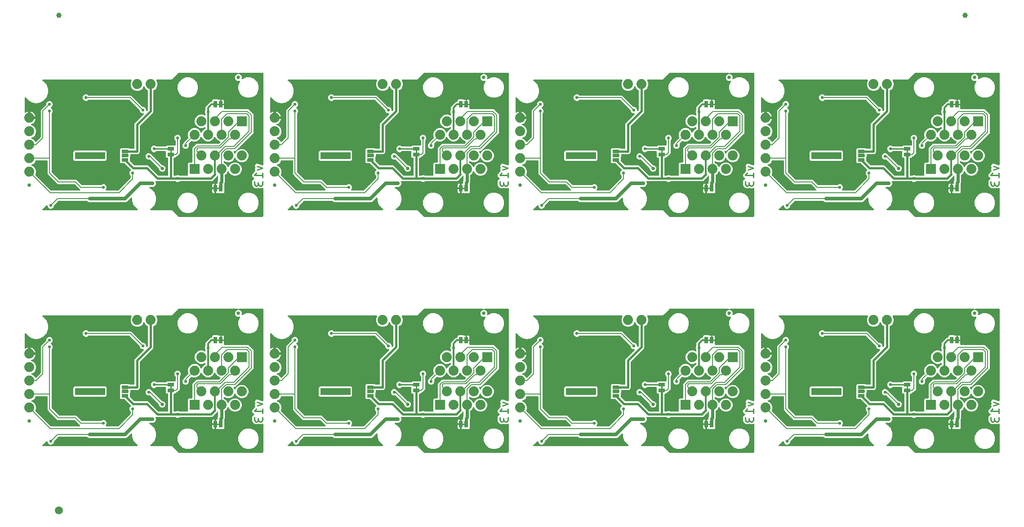
<source format=gbl>
G04 EAGLE Gerber RS-274X export*
G75*
%MOMM*%
%FSLAX34Y34*%
%LPD*%
%INBottom Copper*%
%IPPOS*%
%AMOC8*
5,1,8,0,0,1.08239X$1,22.5*%
G01*
%ADD10C,0.279400*%
%ADD11C,1.879600*%
%ADD12R,1.879600X1.879600*%
%ADD13R,0.660400X1.270000*%
%ADD14C,0.635000*%
%ADD15R,1.270000X0.660400*%
%ADD16R,1.270000X0.635000*%
%ADD17C,1.000000*%
%ADD18C,1.500000*%
%ADD19C,0.203200*%
%ADD20C,0.584200*%
%ADD21C,0.604000*%
%ADD22C,0.304800*%
%ADD23C,0.406400*%
%ADD24C,0.609600*%
%ADD25C,0.711200*%
%ADD26C,0.254000*%

G36*
X914264Y372380D02*
X914264Y372380D01*
X914383Y372387D01*
X914421Y372400D01*
X914462Y372405D01*
X914572Y372448D01*
X914685Y372485D01*
X914720Y372507D01*
X914757Y372522D01*
X914853Y372591D01*
X914954Y372655D01*
X914982Y372685D01*
X915015Y372708D01*
X915091Y372800D01*
X915172Y372887D01*
X915192Y372922D01*
X915217Y372953D01*
X915268Y373061D01*
X915326Y373165D01*
X915336Y373205D01*
X915353Y373241D01*
X915375Y373358D01*
X915405Y373473D01*
X915409Y373533D01*
X915413Y373553D01*
X915411Y373574D01*
X915415Y373634D01*
X915415Y425763D01*
X915399Y425894D01*
X915388Y426026D01*
X915379Y426051D01*
X915375Y426078D01*
X915327Y426201D01*
X915283Y426326D01*
X915268Y426349D01*
X915258Y426374D01*
X915181Y426481D01*
X915107Y426591D01*
X915087Y426609D01*
X915072Y426631D01*
X914970Y426716D01*
X914871Y426804D01*
X914847Y426817D01*
X914827Y426834D01*
X914707Y426890D01*
X914590Y426952D01*
X914563Y426958D01*
X914539Y426970D01*
X914409Y426995D01*
X914280Y427025D01*
X914253Y427024D01*
X914227Y427029D01*
X914095Y427021D01*
X913962Y427019D01*
X913936Y427011D01*
X913909Y427010D01*
X913783Y426969D01*
X913656Y426933D01*
X913621Y426916D01*
X913607Y426912D01*
X913588Y426900D01*
X913511Y426862D01*
X912417Y426230D01*
X907804Y426230D01*
X906887Y426759D01*
X906789Y426800D01*
X906696Y426849D01*
X906643Y426862D01*
X906594Y426883D01*
X906489Y426898D01*
X906386Y426922D01*
X906332Y426921D01*
X906279Y426929D01*
X906174Y426918D01*
X906068Y426916D01*
X906016Y426902D01*
X905963Y426896D01*
X905864Y426859D01*
X905762Y426831D01*
X905685Y426793D01*
X905665Y426785D01*
X905652Y426776D01*
X905618Y426759D01*
X904701Y426230D01*
X900534Y426230D01*
X896925Y428314D01*
X894841Y431922D01*
X894841Y440843D01*
X897454Y443456D01*
X897538Y443473D01*
X897646Y443487D01*
X897693Y443505D01*
X897743Y443516D01*
X897840Y443564D01*
X897942Y443604D01*
X897983Y443634D01*
X898028Y443656D01*
X898111Y443727D01*
X898199Y443791D01*
X898231Y443830D01*
X898270Y443863D01*
X898332Y443952D01*
X898402Y444036D01*
X898423Y444082D01*
X898453Y444123D01*
X898491Y444225D01*
X898537Y444323D01*
X898547Y444373D01*
X898565Y444421D01*
X898577Y444529D01*
X898597Y444636D01*
X898594Y444686D01*
X898600Y444737D01*
X898584Y444845D01*
X898577Y444953D01*
X898562Y445001D01*
X898555Y445051D01*
X898513Y445152D01*
X898479Y445256D01*
X898452Y445298D01*
X898433Y445345D01*
X898367Y445432D01*
X898309Y445524D01*
X898272Y445559D01*
X898242Y445600D01*
X898123Y445708D01*
X898075Y445746D01*
X898050Y445761D01*
X898029Y445781D01*
X897915Y445844D01*
X897803Y445912D01*
X897776Y445921D01*
X897751Y445934D01*
X897624Y445967D01*
X897499Y446005D01*
X897471Y446007D01*
X897460Y446009D01*
X896367Y447102D01*
X896356Y447111D01*
X896263Y447196D01*
X895046Y448169D01*
X895015Y448296D01*
X895002Y448321D01*
X894994Y448349D01*
X894928Y448461D01*
X894866Y448577D01*
X894847Y448598D01*
X894841Y448608D01*
X894841Y450153D01*
X894839Y450167D01*
X894834Y450293D01*
X894661Y451842D01*
X894729Y451953D01*
X894738Y451980D01*
X894752Y452006D01*
X894784Y452132D01*
X894822Y452257D01*
X894824Y452286D01*
X894827Y452297D01*
X895920Y453390D01*
X895929Y453401D01*
X896013Y453494D01*
X899926Y458385D01*
X899964Y458448D01*
X900011Y458505D01*
X900047Y458583D01*
X900092Y458656D01*
X900114Y458727D01*
X900144Y458794D01*
X900160Y458878D01*
X900185Y458960D01*
X900189Y459034D01*
X900202Y459106D01*
X900196Y459192D01*
X900200Y459278D01*
X900185Y459350D01*
X900180Y459424D01*
X900139Y459579D01*
X899482Y461549D01*
X900693Y463970D01*
X900703Y463998D01*
X900718Y464024D01*
X900756Y464148D01*
X900799Y464270D01*
X900801Y464300D01*
X900810Y464328D01*
X900815Y464458D01*
X900826Y464587D01*
X900821Y464616D01*
X900823Y464646D01*
X900795Y464773D01*
X900774Y464901D01*
X900762Y464928D01*
X900756Y464957D01*
X900693Y465105D01*
X899482Y467527D01*
X900647Y471021D01*
X903941Y472668D01*
X913745Y469400D01*
X913749Y469399D01*
X913753Y469397D01*
X913903Y469369D01*
X914057Y469338D01*
X914061Y469338D01*
X914066Y469338D01*
X914218Y469347D01*
X914374Y469356D01*
X914378Y469357D01*
X914383Y469357D01*
X914529Y469405D01*
X914677Y469452D01*
X914681Y469454D01*
X914685Y469455D01*
X914816Y469538D01*
X914947Y469620D01*
X914950Y469623D01*
X914954Y469625D01*
X915059Y469736D01*
X915167Y469850D01*
X915169Y469854D01*
X915172Y469857D01*
X915246Y469991D01*
X915322Y470127D01*
X915323Y470132D01*
X915326Y470136D01*
X915364Y470283D01*
X915404Y470435D01*
X915404Y470439D01*
X915405Y470444D01*
X915415Y470604D01*
X915415Y642366D01*
X915400Y642484D01*
X915393Y642603D01*
X915380Y642641D01*
X915375Y642682D01*
X915332Y642792D01*
X915295Y642905D01*
X915273Y642940D01*
X915258Y642977D01*
X915189Y643073D01*
X915125Y643174D01*
X915095Y643202D01*
X915072Y643235D01*
X914980Y643311D01*
X914893Y643392D01*
X914858Y643412D01*
X914827Y643437D01*
X914719Y643488D01*
X914615Y643546D01*
X914575Y643556D01*
X914539Y643573D01*
X914422Y643595D01*
X914307Y643625D01*
X914247Y643629D01*
X914227Y643633D01*
X914206Y643631D01*
X914146Y643635D01*
X870477Y643635D01*
X870408Y643627D01*
X870338Y643628D01*
X870250Y643607D01*
X870161Y643595D01*
X870097Y643570D01*
X870029Y643553D01*
X869949Y643511D01*
X869866Y643478D01*
X869809Y643437D01*
X869748Y643405D01*
X869681Y643344D01*
X869608Y643292D01*
X869564Y643238D01*
X869512Y643191D01*
X869463Y643116D01*
X869406Y643047D01*
X869376Y642983D01*
X869337Y642925D01*
X869308Y642840D01*
X869270Y642759D01*
X869257Y642690D01*
X869234Y642624D01*
X869227Y642535D01*
X869210Y642447D01*
X869215Y642377D01*
X869209Y642307D01*
X869224Y642219D01*
X869230Y642129D01*
X869251Y642063D01*
X869263Y641994D01*
X869300Y641912D01*
X869328Y641827D01*
X869365Y641768D01*
X869394Y641704D01*
X869450Y641634D01*
X869498Y641558D01*
X869549Y641510D01*
X869593Y641456D01*
X869664Y641401D01*
X869730Y641340D01*
X869791Y641306D01*
X869847Y641264D01*
X869991Y641193D01*
X872205Y640276D01*
X873956Y638525D01*
X874904Y636238D01*
X874904Y633762D01*
X874730Y633342D01*
X874711Y633275D01*
X874684Y633211D01*
X874670Y633122D01*
X874646Y633035D01*
X874645Y632966D01*
X874634Y632897D01*
X874642Y632807D01*
X874641Y632717D01*
X874657Y632649D01*
X874664Y632580D01*
X874694Y632496D01*
X874715Y632408D01*
X874748Y632346D01*
X874771Y632281D01*
X874822Y632206D01*
X874864Y632127D01*
X874911Y632075D01*
X874950Y632018D01*
X875017Y631958D01*
X875078Y631892D01*
X875136Y631853D01*
X875188Y631807D01*
X875268Y631766D01*
X875343Y631717D01*
X875409Y631694D01*
X875472Y631663D01*
X875559Y631643D01*
X875644Y631614D01*
X875714Y631608D01*
X875782Y631593D01*
X875871Y631596D01*
X875961Y631589D01*
X876030Y631600D01*
X876100Y631603D01*
X876186Y631628D01*
X876275Y631643D01*
X876338Y631672D01*
X876405Y631691D01*
X876483Y631737D01*
X876564Y631774D01*
X876619Y631817D01*
X876679Y631853D01*
X876800Y631959D01*
X876940Y632099D01*
X883941Y634999D01*
X891519Y634999D01*
X898520Y632099D01*
X903879Y626740D01*
X906779Y619739D01*
X906779Y612161D01*
X903879Y605160D01*
X898520Y599801D01*
X891519Y596901D01*
X883941Y596901D01*
X876940Y599801D01*
X871581Y605160D01*
X868681Y612161D01*
X868681Y619739D01*
X871581Y626740D01*
X871721Y626880D01*
X871764Y626935D01*
X871814Y626984D01*
X871861Y627060D01*
X871916Y627131D01*
X871944Y627195D01*
X871980Y627255D01*
X872007Y627341D01*
X872042Y627423D01*
X872053Y627492D01*
X872074Y627559D01*
X872078Y627649D01*
X872092Y627737D01*
X872086Y627807D01*
X872089Y627876D01*
X872071Y627964D01*
X872062Y628054D01*
X872039Y628119D01*
X872025Y628188D01*
X871985Y628269D01*
X871955Y628353D01*
X871916Y628411D01*
X871885Y628474D01*
X871827Y628542D01*
X871776Y628616D01*
X871724Y628662D01*
X871679Y628716D01*
X871605Y628767D01*
X871538Y628827D01*
X871476Y628858D01*
X871419Y628899D01*
X871334Y628931D01*
X871255Y628971D01*
X871187Y628987D01*
X871121Y629011D01*
X871032Y629021D01*
X870944Y629041D01*
X870875Y629039D01*
X870805Y629047D01*
X870716Y629034D01*
X870626Y629031D01*
X870559Y629012D01*
X870490Y629002D01*
X870338Y628950D01*
X869918Y628776D01*
X867442Y628776D01*
X865155Y629724D01*
X863404Y631475D01*
X862456Y633762D01*
X862456Y636238D01*
X863404Y638525D01*
X865155Y640276D01*
X867369Y641193D01*
X867429Y641228D01*
X867494Y641254D01*
X867567Y641306D01*
X867645Y641351D01*
X867695Y641400D01*
X867752Y641440D01*
X867809Y641510D01*
X867873Y641572D01*
X867910Y641632D01*
X867954Y641685D01*
X867993Y641767D01*
X868040Y641843D01*
X868060Y641910D01*
X868090Y641973D01*
X868107Y642061D01*
X868133Y642147D01*
X868137Y642217D01*
X868150Y642286D01*
X868144Y642375D01*
X868148Y642465D01*
X868134Y642533D01*
X868130Y642603D01*
X868102Y642688D01*
X868084Y642776D01*
X868053Y642839D01*
X868032Y642905D01*
X867984Y642981D01*
X867944Y643062D01*
X867899Y643115D01*
X867862Y643174D01*
X867796Y643236D01*
X867738Y643304D01*
X867681Y643344D01*
X867630Y643392D01*
X867552Y643435D01*
X867478Y643487D01*
X867413Y643512D01*
X867352Y643546D01*
X867265Y643568D01*
X867181Y643600D01*
X867111Y643608D01*
X867044Y643625D01*
X866883Y643635D01*
X756589Y643635D01*
X756491Y643623D01*
X756392Y643620D01*
X756334Y643603D01*
X756274Y643595D01*
X756182Y643559D01*
X756087Y643531D01*
X756035Y643501D01*
X755978Y643478D01*
X755898Y643420D01*
X755813Y643370D01*
X755737Y643304D01*
X755721Y643292D01*
X755713Y643282D01*
X755692Y643264D01*
X743364Y630935D01*
X715375Y630935D01*
X715326Y630929D01*
X715276Y630931D01*
X715169Y630909D01*
X715059Y630895D01*
X715013Y630877D01*
X714965Y630867D01*
X714866Y630819D01*
X714764Y630778D01*
X714724Y630749D01*
X714679Y630727D01*
X714595Y630656D01*
X714506Y630592D01*
X714475Y630553D01*
X714437Y630521D01*
X714374Y630431D01*
X714304Y630347D01*
X714282Y630302D01*
X714254Y630261D01*
X714215Y630158D01*
X714168Y630059D01*
X714159Y630010D01*
X714141Y629964D01*
X714129Y629854D01*
X714108Y629747D01*
X714111Y629697D01*
X714106Y629648D01*
X714121Y629539D01*
X714128Y629429D01*
X714143Y629382D01*
X714150Y629333D01*
X714202Y629180D01*
X716027Y624776D01*
X716027Y619824D01*
X714132Y615250D01*
X710630Y611748D01*
X709444Y611257D01*
X709419Y611242D01*
X709391Y611233D01*
X709281Y611164D01*
X709168Y611099D01*
X709147Y611079D01*
X709122Y611063D01*
X709033Y610968D01*
X708940Y610878D01*
X708924Y610853D01*
X708904Y610831D01*
X708841Y610717D01*
X708773Y610607D01*
X708765Y610579D01*
X708750Y610553D01*
X708718Y610427D01*
X708680Y610303D01*
X708678Y610273D01*
X708671Y610245D01*
X708661Y610084D01*
X708661Y570489D01*
X707887Y568622D01*
X683632Y544367D01*
X683572Y544289D01*
X683504Y544217D01*
X683475Y544164D01*
X683438Y544116D01*
X683398Y544025D01*
X683350Y543938D01*
X683335Y543880D01*
X683311Y543824D01*
X683296Y543726D01*
X683271Y543630D01*
X683265Y543530D01*
X683261Y543510D01*
X683263Y543498D01*
X683261Y543470D01*
X683261Y494797D01*
X682487Y492930D01*
X681058Y491501D01*
X679191Y490727D01*
X666229Y490727D01*
X666180Y490721D01*
X666130Y490723D01*
X666022Y490701D01*
X665913Y490687D01*
X665867Y490669D01*
X665818Y490659D01*
X665720Y490611D01*
X665618Y490570D01*
X665578Y490541D01*
X665533Y490519D01*
X665449Y490448D01*
X665360Y490384D01*
X665329Y490345D01*
X665291Y490313D01*
X665228Y490223D01*
X665158Y490139D01*
X665136Y490094D01*
X665108Y490053D01*
X665069Y489950D01*
X665022Y489851D01*
X665013Y489802D01*
X664995Y489756D01*
X664983Y489646D01*
X664962Y489539D01*
X664965Y489489D01*
X664960Y489439D01*
X664975Y489330D01*
X664982Y489221D01*
X664997Y489174D01*
X665004Y489125D01*
X665056Y488972D01*
X665100Y488867D01*
X665100Y486493D01*
X664815Y485806D01*
X664813Y485797D01*
X664808Y485789D01*
X664799Y485752D01*
X664784Y485721D01*
X664766Y485626D01*
X664731Y485499D01*
X664731Y485490D01*
X664729Y485481D01*
X664719Y485320D01*
X664719Y477864D01*
X664731Y477766D01*
X664734Y477667D01*
X664751Y477609D01*
X664759Y477549D01*
X664795Y477457D01*
X664823Y477362D01*
X664853Y477309D01*
X664876Y477253D01*
X664934Y477173D01*
X664984Y477088D01*
X665050Y477012D01*
X665062Y476996D01*
X665072Y476988D01*
X665090Y476967D01*
X672293Y469764D01*
X672371Y469704D01*
X672443Y469636D01*
X672496Y469607D01*
X672544Y469570D01*
X672635Y469530D01*
X672722Y469482D01*
X672780Y469467D01*
X672836Y469443D01*
X672934Y469428D01*
X673030Y469403D01*
X673130Y469397D01*
X673150Y469393D01*
X673162Y469395D01*
X673190Y469393D01*
X697479Y469393D01*
X699346Y468619D01*
X700954Y467012D01*
X700954Y467011D01*
X718013Y449952D01*
X718091Y449892D01*
X718163Y449824D01*
X718216Y449795D01*
X718264Y449758D01*
X718355Y449718D01*
X718442Y449670D01*
X718500Y449655D01*
X718556Y449631D01*
X718654Y449616D01*
X718750Y449591D01*
X718850Y449585D01*
X718870Y449581D01*
X718882Y449583D01*
X718910Y449581D01*
X735330Y449581D01*
X735448Y449596D01*
X735567Y449603D01*
X735605Y449616D01*
X735646Y449621D01*
X735756Y449664D01*
X735869Y449701D01*
X735904Y449723D01*
X735941Y449738D01*
X736037Y449807D01*
X736138Y449871D01*
X736166Y449901D01*
X736199Y449924D01*
X736275Y450016D01*
X736356Y450103D01*
X736376Y450138D01*
X736401Y450169D01*
X736452Y450277D01*
X736510Y450381D01*
X736520Y450421D01*
X736537Y450457D01*
X736559Y450574D01*
X736589Y450689D01*
X736593Y450749D01*
X736597Y450769D01*
X736595Y450790D01*
X736599Y450850D01*
X736599Y482473D01*
X736584Y482591D01*
X736577Y482710D01*
X736564Y482748D01*
X736559Y482789D01*
X736516Y482899D01*
X736479Y483012D01*
X736457Y483047D01*
X736442Y483084D01*
X736373Y483180D01*
X736309Y483281D01*
X736279Y483309D01*
X736256Y483342D01*
X736164Y483418D01*
X736077Y483499D01*
X736042Y483519D01*
X736011Y483544D01*
X735903Y483595D01*
X735799Y483653D01*
X735759Y483663D01*
X735723Y483680D01*
X735606Y483702D01*
X735491Y483732D01*
X735431Y483736D01*
X735411Y483740D01*
X735390Y483738D01*
X735330Y483742D01*
X734067Y483742D01*
X732281Y485528D01*
X732281Y494919D01*
X732266Y495037D01*
X732259Y495156D01*
X732246Y495194D01*
X732241Y495235D01*
X732198Y495345D01*
X732161Y495458D01*
X732139Y495493D01*
X732124Y495530D01*
X732055Y495626D01*
X731991Y495727D01*
X731961Y495755D01*
X731938Y495788D01*
X731846Y495864D01*
X731759Y495945D01*
X731724Y495965D01*
X731693Y495990D01*
X731585Y496041D01*
X731481Y496099D01*
X731441Y496109D01*
X731405Y496126D01*
X731288Y496148D01*
X731173Y496178D01*
X731113Y496182D01*
X731093Y496186D01*
X731072Y496184D01*
X731012Y496188D01*
X714706Y496188D01*
X714608Y496176D01*
X714509Y496173D01*
X714451Y496156D01*
X714391Y496148D01*
X714299Y496112D01*
X714204Y496084D01*
X714152Y496054D01*
X714095Y496031D01*
X714015Y495973D01*
X713930Y495923D01*
X713854Y495857D01*
X713838Y495845D01*
X713830Y495835D01*
X713809Y495817D01*
X713312Y495319D01*
X711117Y494410D01*
X708743Y494410D01*
X706548Y495319D01*
X704869Y496998D01*
X703960Y499193D01*
X703960Y501567D01*
X704869Y503762D01*
X706548Y505441D01*
X708743Y506350D01*
X711117Y506350D01*
X713312Y505441D01*
X713555Y505197D01*
X713633Y505137D01*
X713705Y505069D01*
X713758Y505040D01*
X713806Y505003D01*
X713897Y504963D01*
X713984Y504915D01*
X714042Y504900D01*
X714098Y504876D01*
X714196Y504861D01*
X714292Y504836D01*
X714392Y504830D01*
X714412Y504826D01*
X714424Y504828D01*
X714452Y504826D01*
X731509Y504826D01*
X731608Y504838D01*
X731707Y504841D01*
X731765Y504858D01*
X731825Y504866D01*
X731917Y504902D01*
X732012Y504930D01*
X732064Y504960D01*
X732121Y504983D01*
X732201Y505041D01*
X732286Y505091D01*
X732361Y505157D01*
X732378Y505169D01*
X732386Y505179D01*
X732407Y505197D01*
X734067Y506858D01*
X749046Y506858D01*
X749164Y506873D01*
X749283Y506880D01*
X749321Y506893D01*
X749362Y506898D01*
X749472Y506941D01*
X749585Y506978D01*
X749620Y507000D01*
X749657Y507015D01*
X749753Y507084D01*
X749854Y507148D01*
X749882Y507178D01*
X749915Y507201D01*
X749991Y507293D01*
X750072Y507380D01*
X750092Y507415D01*
X750117Y507446D01*
X750168Y507554D01*
X750226Y507658D01*
X750236Y507698D01*
X750253Y507734D01*
X750275Y507851D01*
X750305Y507966D01*
X750309Y508026D01*
X750313Y508046D01*
X750311Y508067D01*
X750315Y508127D01*
X750315Y515797D01*
X750303Y515895D01*
X750300Y515994D01*
X750294Y516015D01*
X750293Y516027D01*
X750282Y516061D01*
X750275Y516112D01*
X750239Y516204D01*
X750211Y516299D01*
X750196Y516325D01*
X750195Y516329D01*
X750180Y516353D01*
X750158Y516408D01*
X750100Y516488D01*
X750050Y516573D01*
X749984Y516649D01*
X749972Y516665D01*
X749962Y516673D01*
X749944Y516694D01*
X749319Y517318D01*
X748410Y519513D01*
X748410Y521887D01*
X749319Y524082D01*
X750998Y525761D01*
X753193Y526670D01*
X755567Y526670D01*
X757762Y525761D01*
X759441Y524082D01*
X760350Y521887D01*
X760350Y519513D01*
X759441Y517318D01*
X758816Y516694D01*
X758756Y516616D01*
X758688Y516544D01*
X758659Y516491D01*
X758651Y516480D01*
X758643Y516471D01*
X758642Y516469D01*
X758622Y516443D01*
X758582Y516352D01*
X758534Y516265D01*
X758521Y516211D01*
X758507Y516183D01*
X758506Y516175D01*
X758495Y516151D01*
X758480Y516053D01*
X758455Y515957D01*
X758451Y515887D01*
X758447Y515870D01*
X758448Y515855D01*
X758445Y515837D01*
X758447Y515825D01*
X758445Y515797D01*
X758445Y491711D01*
X752762Y486028D01*
X752105Y486028D01*
X752006Y486016D01*
X751907Y486013D01*
X751849Y485996D01*
X751789Y485988D01*
X751697Y485952D01*
X751602Y485924D01*
X751550Y485894D01*
X751493Y485871D01*
X751413Y485813D01*
X751328Y485763D01*
X751253Y485697D01*
X751236Y485685D01*
X751228Y485675D01*
X751207Y485657D01*
X749293Y483742D01*
X748030Y483742D01*
X747912Y483727D01*
X747793Y483720D01*
X747755Y483707D01*
X747714Y483702D01*
X747604Y483659D01*
X747491Y483622D01*
X747456Y483600D01*
X747419Y483585D01*
X747323Y483516D01*
X747222Y483452D01*
X747194Y483422D01*
X747161Y483399D01*
X747085Y483307D01*
X747004Y483220D01*
X746984Y483185D01*
X746959Y483154D01*
X746908Y483046D01*
X746850Y482942D01*
X746840Y482902D01*
X746823Y482866D01*
X746801Y482749D01*
X746771Y482634D01*
X746767Y482574D01*
X746763Y482554D01*
X746765Y482533D01*
X746761Y482473D01*
X746761Y450850D01*
X746776Y450732D01*
X746783Y450613D01*
X746796Y450575D01*
X746801Y450534D01*
X746844Y450424D01*
X746881Y450311D01*
X746903Y450276D01*
X746918Y450239D01*
X746987Y450143D01*
X747051Y450042D01*
X747081Y450014D01*
X747104Y449981D01*
X747196Y449905D01*
X747283Y449824D01*
X747318Y449804D01*
X747349Y449779D01*
X747457Y449728D01*
X747561Y449670D01*
X747601Y449660D01*
X747637Y449643D01*
X747754Y449621D01*
X747869Y449591D01*
X747929Y449587D01*
X747949Y449583D01*
X747970Y449585D01*
X748030Y449581D01*
X750535Y449581D01*
X750544Y449582D01*
X750554Y449581D01*
X750702Y449602D01*
X750851Y449621D01*
X750859Y449624D01*
X750868Y449625D01*
X751021Y449677D01*
X753173Y450569D01*
X755587Y450569D01*
X757739Y449677D01*
X757748Y449675D01*
X757756Y449670D01*
X757901Y449633D01*
X758046Y449593D01*
X758055Y449593D01*
X758064Y449591D01*
X758225Y449581D01*
X772657Y449581D01*
X772795Y449598D01*
X772934Y449611D01*
X772953Y449618D01*
X772973Y449621D01*
X773102Y449672D01*
X773233Y449719D01*
X773250Y449730D01*
X773269Y449738D01*
X773381Y449819D01*
X773496Y449897D01*
X773510Y449913D01*
X773526Y449924D01*
X773615Y450032D01*
X773707Y450136D01*
X773716Y450154D01*
X773729Y450169D01*
X773788Y450295D01*
X773851Y450419D01*
X773856Y450439D01*
X773864Y450457D01*
X773890Y450593D01*
X773921Y450729D01*
X773920Y450750D01*
X773924Y450769D01*
X773916Y450908D01*
X773911Y451047D01*
X773906Y451067D01*
X773904Y451087D01*
X773862Y451219D01*
X773823Y451353D01*
X773813Y451370D01*
X773806Y451389D01*
X773732Y451507D01*
X773683Y451590D01*
X773683Y472941D01*
X775469Y474727D01*
X780796Y474727D01*
X780914Y474742D01*
X781033Y474749D01*
X781071Y474762D01*
X781112Y474767D01*
X781222Y474810D01*
X781335Y474847D01*
X781370Y474869D01*
X781407Y474884D01*
X781503Y474953D01*
X781604Y475017D01*
X781632Y475047D01*
X781665Y475070D01*
X781741Y475162D01*
X781822Y475249D01*
X781842Y475284D01*
X781867Y475315D01*
X781918Y475423D01*
X781976Y475527D01*
X781986Y475567D01*
X782003Y475603D01*
X782025Y475720D01*
X782055Y475835D01*
X782059Y475895D01*
X782063Y475915D01*
X782061Y475936D01*
X782065Y475996D01*
X782065Y502699D01*
X789297Y509930D01*
X830778Y509930D01*
X830876Y509942D01*
X830975Y509945D01*
X831034Y509962D01*
X831094Y509970D01*
X831186Y510006D01*
X831281Y510034D01*
X831333Y510065D01*
X831389Y510087D01*
X831469Y510145D01*
X831555Y510195D01*
X831630Y510262D01*
X831647Y510274D01*
X831654Y510283D01*
X831676Y510302D01*
X834188Y512814D01*
X834218Y512853D01*
X834255Y512887D01*
X834315Y512978D01*
X834383Y513065D01*
X834403Y513111D01*
X834430Y513152D01*
X834465Y513256D01*
X834509Y513357D01*
X834517Y513406D01*
X834533Y513453D01*
X834542Y513563D01*
X834559Y513671D01*
X834554Y513721D01*
X834558Y513770D01*
X834539Y513878D01*
X834529Y513988D01*
X834512Y514035D01*
X834504Y514084D01*
X834459Y514184D01*
X834422Y514287D01*
X834394Y514328D01*
X834373Y514374D01*
X834305Y514459D01*
X834243Y514550D01*
X834206Y514583D01*
X834175Y514622D01*
X834087Y514688D01*
X834005Y514761D01*
X833960Y514783D01*
X833921Y514813D01*
X833776Y514884D01*
X829880Y516498D01*
X826378Y520000D01*
X825403Y522355D01*
X825334Y522475D01*
X825269Y522598D01*
X825255Y522613D01*
X825245Y522631D01*
X825148Y522731D01*
X825055Y522834D01*
X825038Y522845D01*
X825024Y522859D01*
X824905Y522932D01*
X824789Y523008D01*
X824770Y523015D01*
X824753Y523026D01*
X824620Y523066D01*
X824488Y523112D01*
X824468Y523113D01*
X824449Y523119D01*
X824310Y523126D01*
X824171Y523137D01*
X824151Y523133D01*
X824131Y523134D01*
X823995Y523106D01*
X823858Y523082D01*
X823839Y523074D01*
X823820Y523070D01*
X823694Y523009D01*
X823568Y522952D01*
X823552Y522939D01*
X823534Y522930D01*
X823428Y522840D01*
X823320Y522753D01*
X823307Y522737D01*
X823292Y522724D01*
X823212Y522610D01*
X823128Y522499D01*
X823116Y522474D01*
X823109Y522464D01*
X823102Y522445D01*
X823057Y522355D01*
X822082Y520000D01*
X818580Y516498D01*
X814006Y514603D01*
X809054Y514603D01*
X804480Y516498D01*
X800978Y520000D01*
X800003Y522355D01*
X799934Y522475D01*
X799869Y522598D01*
X799855Y522613D01*
X799845Y522631D01*
X799748Y522731D01*
X799655Y522834D01*
X799638Y522845D01*
X799624Y522859D01*
X799505Y522932D01*
X799389Y523008D01*
X799370Y523015D01*
X799353Y523026D01*
X799220Y523066D01*
X799088Y523112D01*
X799068Y523113D01*
X799049Y523119D01*
X798910Y523126D01*
X798771Y523137D01*
X798751Y523133D01*
X798731Y523134D01*
X798595Y523106D01*
X798458Y523082D01*
X798439Y523074D01*
X798420Y523070D01*
X798294Y523009D01*
X798168Y522952D01*
X798152Y522939D01*
X798134Y522930D01*
X798028Y522840D01*
X797920Y522753D01*
X797907Y522737D01*
X797892Y522724D01*
X797812Y522610D01*
X797728Y522499D01*
X797716Y522474D01*
X797709Y522464D01*
X797702Y522445D01*
X797657Y522355D01*
X796682Y520000D01*
X793180Y516498D01*
X788606Y514603D01*
X783654Y514603D01*
X781452Y515515D01*
X781424Y515523D01*
X781397Y515537D01*
X781270Y515565D01*
X781145Y515599D01*
X781116Y515600D01*
X781087Y515606D01*
X780957Y515602D01*
X780827Y515604D01*
X780799Y515598D01*
X780769Y515597D01*
X780644Y515561D01*
X780518Y515530D01*
X780492Y515516D01*
X780464Y515508D01*
X780352Y515442D01*
X780237Y515382D01*
X780215Y515362D01*
X780190Y515347D01*
X780069Y515240D01*
X775329Y510500D01*
X775311Y510477D01*
X775288Y510458D01*
X775214Y510352D01*
X775134Y510249D01*
X775122Y510222D01*
X775105Y510198D01*
X775059Y510077D01*
X775008Y509957D01*
X775003Y509928D01*
X774992Y509901D01*
X774978Y509772D01*
X774958Y509643D01*
X774961Y509614D01*
X774957Y509585D01*
X774975Y509456D01*
X774988Y509327D01*
X774998Y509299D01*
X775002Y509270D01*
X775054Y509117D01*
X775564Y507885D01*
X775564Y505511D01*
X774655Y503316D01*
X772976Y501637D01*
X770782Y500728D01*
X768407Y500728D01*
X766213Y501637D01*
X764533Y503316D01*
X763625Y505511D01*
X763625Y507885D01*
X764533Y510080D01*
X765158Y510704D01*
X765218Y510782D01*
X765286Y510854D01*
X765316Y510907D01*
X765353Y510955D01*
X765392Y511046D01*
X765440Y511133D01*
X765455Y511191D01*
X765479Y511247D01*
X765495Y511345D01*
X765519Y511441D01*
X765526Y511541D01*
X765529Y511561D01*
X765528Y511573D01*
X765530Y511601D01*
X765530Y512198D01*
X774320Y520989D01*
X774338Y521012D01*
X774361Y521031D01*
X774436Y521137D01*
X774515Y521240D01*
X774527Y521267D01*
X774544Y521291D01*
X774590Y521413D01*
X774642Y521532D01*
X774646Y521561D01*
X774657Y521589D01*
X774671Y521718D01*
X774691Y521846D01*
X774689Y521875D01*
X774692Y521905D01*
X774674Y522033D01*
X774662Y522163D01*
X774652Y522190D01*
X774648Y522220D01*
X774595Y522372D01*
X773683Y524574D01*
X773683Y529526D01*
X775578Y534100D01*
X779080Y537602D01*
X783654Y539497D01*
X788606Y539497D01*
X793180Y537602D01*
X796682Y534100D01*
X797657Y531745D01*
X797726Y531625D01*
X797791Y531502D01*
X797805Y531487D01*
X797815Y531469D01*
X797912Y531369D01*
X798005Y531266D01*
X798022Y531255D01*
X798036Y531241D01*
X798154Y531168D01*
X798271Y531092D01*
X798290Y531085D01*
X798307Y531074D01*
X798440Y531034D01*
X798572Y530988D01*
X798592Y530987D01*
X798611Y530981D01*
X798750Y530974D01*
X798889Y530963D01*
X798909Y530967D01*
X798929Y530966D01*
X799065Y530994D01*
X799202Y531018D01*
X799221Y531026D01*
X799240Y531030D01*
X799365Y531091D01*
X799492Y531148D01*
X799508Y531161D01*
X799526Y531170D01*
X799632Y531260D01*
X799740Y531347D01*
X799753Y531363D01*
X799768Y531376D01*
X799848Y531490D01*
X799932Y531601D01*
X799944Y531626D01*
X799951Y531636D01*
X799958Y531655D01*
X800003Y531745D01*
X800978Y534100D01*
X804480Y537602D01*
X806174Y538304D01*
X806199Y538318D01*
X806227Y538327D01*
X806337Y538397D01*
X806450Y538461D01*
X806471Y538482D01*
X806496Y538497D01*
X806585Y538592D01*
X806678Y538682D01*
X806694Y538708D01*
X806714Y538729D01*
X806777Y538843D01*
X806845Y538954D01*
X806853Y538982D01*
X806868Y539008D01*
X806900Y539133D01*
X806938Y539257D01*
X806940Y539287D01*
X806947Y539316D01*
X806957Y539476D01*
X806957Y540445D01*
X806951Y540494D01*
X806953Y540544D01*
X806931Y540651D01*
X806917Y540760D01*
X806899Y540806D01*
X806889Y540855D01*
X806841Y540954D01*
X806800Y541056D01*
X806771Y541096D01*
X806749Y541141D01*
X806678Y541224D01*
X806614Y541313D01*
X806575Y541345D01*
X806543Y541383D01*
X806453Y541446D01*
X806369Y541516D01*
X806324Y541537D01*
X806283Y541566D01*
X806180Y541605D01*
X806081Y541652D01*
X806032Y541661D01*
X805986Y541678D01*
X805876Y541691D01*
X805769Y541711D01*
X805719Y541708D01*
X805670Y541714D01*
X805561Y541698D01*
X805451Y541692D01*
X805404Y541676D01*
X805355Y541669D01*
X805202Y541617D01*
X801306Y540003D01*
X796354Y540003D01*
X791780Y541898D01*
X788278Y545400D01*
X786383Y549974D01*
X786383Y554926D01*
X788278Y559500D01*
X791780Y563002D01*
X796354Y564897D01*
X801306Y564897D01*
X805202Y563283D01*
X805250Y563270D01*
X805295Y563248D01*
X805403Y563228D01*
X805509Y563199D01*
X805559Y563198D01*
X805608Y563189D01*
X805717Y563196D01*
X805827Y563194D01*
X805875Y563205D01*
X805925Y563208D01*
X806029Y563242D01*
X806136Y563268D01*
X806180Y563291D01*
X806227Y563306D01*
X806320Y563365D01*
X806417Y563417D01*
X806454Y563450D01*
X806496Y563477D01*
X806571Y563557D01*
X806653Y563631D01*
X806680Y563672D01*
X806714Y563708D01*
X806767Y563804D01*
X806827Y563896D01*
X806844Y563943D01*
X806868Y563987D01*
X806895Y564093D01*
X806931Y564197D01*
X806935Y564247D01*
X806947Y564295D01*
X806957Y564455D01*
X806957Y565835D01*
X806945Y565933D01*
X806942Y566032D01*
X806925Y566090D01*
X806917Y566150D01*
X806881Y566242D01*
X806853Y566337D01*
X806823Y566389D01*
X806800Y566446D01*
X806742Y566526D01*
X806692Y566611D01*
X806626Y566687D01*
X806614Y566703D01*
X806604Y566711D01*
X806586Y566732D01*
X806469Y566848D01*
X805560Y569043D01*
X805560Y571417D01*
X806469Y573612D01*
X806586Y573728D01*
X806646Y573806D01*
X806714Y573878D01*
X806743Y573931D01*
X806780Y573979D01*
X806820Y574070D01*
X806868Y574157D01*
X806883Y574215D01*
X806907Y574271D01*
X806922Y574369D01*
X806947Y574465D01*
X806953Y574565D01*
X806957Y574585D01*
X806955Y574597D01*
X806957Y574625D01*
X806957Y579744D01*
X815986Y588773D01*
X817753Y588773D01*
X817871Y588788D01*
X817990Y588795D01*
X818028Y588808D01*
X818069Y588813D01*
X818179Y588856D01*
X818292Y588893D01*
X818327Y588915D01*
X818364Y588930D01*
X818460Y588999D01*
X818561Y589063D01*
X818589Y589093D01*
X818622Y589116D01*
X818698Y589208D01*
X818779Y589295D01*
X818799Y589330D01*
X818824Y589361D01*
X818875Y589469D01*
X818933Y589573D01*
X818943Y589613D01*
X818960Y589649D01*
X818982Y589766D01*
X819012Y589881D01*
X819016Y589941D01*
X819020Y589961D01*
X819018Y589982D01*
X819022Y590042D01*
X819022Y591813D01*
X820808Y593599D01*
X829938Y593599D01*
X830288Y593249D01*
X830371Y593184D01*
X830449Y593112D01*
X830497Y593087D01*
X830539Y593054D01*
X830636Y593012D01*
X830729Y592962D01*
X830781Y592949D01*
X830831Y592927D01*
X830936Y592911D01*
X831038Y592885D01*
X831092Y592886D01*
X831145Y592878D01*
X831250Y592887D01*
X831356Y592888D01*
X831440Y592905D01*
X831462Y592907D01*
X831476Y592913D01*
X831514Y592920D01*
X832151Y593091D01*
X834137Y593091D01*
X834137Y585533D01*
X828739Y585533D01*
X828720Y585521D01*
X828697Y585517D01*
X828690Y585502D01*
X828681Y585496D01*
X828683Y585486D01*
X828676Y585470D01*
X828676Y582930D01*
X828688Y582911D01*
X828691Y582889D01*
X828707Y582882D01*
X828713Y582873D01*
X828723Y582874D01*
X828739Y582867D01*
X835342Y582867D01*
X835421Y582793D01*
X835456Y582773D01*
X835488Y582748D01*
X835595Y582697D01*
X835700Y582639D01*
X835739Y582629D01*
X835775Y582612D01*
X835892Y582590D01*
X836008Y582560D01*
X836068Y582556D01*
X836088Y582552D01*
X836108Y582554D01*
X836168Y582550D01*
X841630Y582550D01*
X841630Y577515D01*
X841501Y577036D01*
X841484Y576911D01*
X841460Y576787D01*
X841463Y576754D01*
X841458Y576720D01*
X841472Y576595D01*
X841480Y576470D01*
X841491Y576438D01*
X841494Y576405D01*
X841540Y576287D01*
X841578Y576168D01*
X841596Y576139D01*
X841608Y576108D01*
X841681Y576005D01*
X841748Y575899D01*
X841773Y575876D01*
X841792Y575848D01*
X841888Y575767D01*
X841980Y575681D01*
X842010Y575665D01*
X842035Y575643D01*
X842148Y575588D01*
X842258Y575527D01*
X842291Y575519D01*
X842321Y575504D01*
X842445Y575479D01*
X842566Y575448D01*
X842615Y575445D01*
X842633Y575441D01*
X842655Y575442D01*
X842727Y575438D01*
X887309Y575438D01*
X896875Y565872D01*
X896875Y530773D01*
X863052Y496950D01*
X861026Y496950D01*
X860888Y496933D01*
X860750Y496920D01*
X860731Y496913D01*
X860711Y496910D01*
X860582Y496859D01*
X860451Y496812D01*
X860434Y496801D01*
X860415Y496793D01*
X860303Y496712D01*
X860187Y496634D01*
X860174Y496618D01*
X860158Y496607D01*
X860069Y496499D01*
X859977Y496395D01*
X859968Y496377D01*
X859955Y496362D01*
X859896Y496236D01*
X859832Y496112D01*
X859828Y496092D01*
X859819Y496074D01*
X859793Y495937D01*
X859763Y495802D01*
X859763Y495781D01*
X859760Y495762D01*
X859768Y495623D01*
X859772Y495484D01*
X859778Y495464D01*
X859779Y495444D01*
X859822Y495312D01*
X859861Y495178D01*
X859871Y495161D01*
X859877Y495142D01*
X859952Y495024D01*
X860022Y494904D01*
X860041Y494883D01*
X860048Y494873D01*
X860062Y494859D01*
X860129Y494783D01*
X860182Y494730D01*
X861157Y492375D01*
X861226Y492255D01*
X861291Y492132D01*
X861305Y492117D01*
X861315Y492099D01*
X861412Y491999D01*
X861505Y491896D01*
X861522Y491885D01*
X861536Y491871D01*
X861654Y491798D01*
X861771Y491722D01*
X861790Y491715D01*
X861807Y491704D01*
X861940Y491664D01*
X862072Y491618D01*
X862092Y491617D01*
X862111Y491611D01*
X862250Y491604D01*
X862389Y491593D01*
X862409Y491597D01*
X862429Y491596D01*
X862565Y491624D01*
X862702Y491648D01*
X862721Y491656D01*
X862740Y491660D01*
X862865Y491721D01*
X862992Y491778D01*
X863008Y491791D01*
X863026Y491800D01*
X863132Y491890D01*
X863240Y491977D01*
X863253Y491993D01*
X863268Y492006D01*
X863348Y492120D01*
X863432Y492231D01*
X863444Y492256D01*
X863451Y492266D01*
X863458Y492285D01*
X863503Y492375D01*
X864478Y494730D01*
X867980Y498232D01*
X872554Y500127D01*
X877506Y500127D01*
X882080Y498232D01*
X885582Y494730D01*
X887477Y490156D01*
X887477Y485204D01*
X885582Y480630D01*
X882080Y477128D01*
X877506Y475233D01*
X872554Y475233D01*
X867980Y477128D01*
X864478Y480630D01*
X863503Y482985D01*
X863434Y483105D01*
X863369Y483228D01*
X863355Y483243D01*
X863345Y483261D01*
X863248Y483361D01*
X863155Y483464D01*
X863138Y483475D01*
X863124Y483489D01*
X863005Y483562D01*
X862889Y483638D01*
X862870Y483645D01*
X862853Y483656D01*
X862720Y483696D01*
X862588Y483742D01*
X862568Y483743D01*
X862549Y483749D01*
X862410Y483756D01*
X862271Y483767D01*
X862251Y483763D01*
X862231Y483764D01*
X862095Y483736D01*
X861958Y483712D01*
X861939Y483704D01*
X861920Y483700D01*
X861794Y483639D01*
X861668Y483582D01*
X861652Y483569D01*
X861634Y483560D01*
X861528Y483470D01*
X861420Y483383D01*
X861407Y483367D01*
X861392Y483354D01*
X861312Y483240D01*
X861228Y483129D01*
X861216Y483104D01*
X861209Y483094D01*
X861202Y483075D01*
X861157Y482985D01*
X860182Y480630D01*
X856680Y477128D01*
X852106Y475233D01*
X847154Y475233D01*
X842623Y477110D01*
X842575Y477123D01*
X842530Y477145D01*
X842422Y477165D01*
X842316Y477194D01*
X842266Y477195D01*
X842217Y477204D01*
X842108Y477198D01*
X841998Y477199D01*
X841950Y477188D01*
X841900Y477185D01*
X841796Y477151D01*
X841689Y477125D01*
X841645Y477102D01*
X841598Y477087D01*
X841505Y477028D01*
X841408Y476976D01*
X841371Y476943D01*
X841329Y476916D01*
X841254Y476836D01*
X841172Y476762D01*
X841145Y476721D01*
X841111Y476685D01*
X841058Y476589D01*
X840998Y476497D01*
X840981Y476450D01*
X840957Y476406D01*
X840930Y476300D01*
X840894Y476196D01*
X840890Y476146D01*
X840878Y476098D01*
X840868Y475938D01*
X840868Y474969D01*
X840871Y474940D01*
X840869Y474911D01*
X840891Y474782D01*
X840908Y474654D01*
X840918Y474626D01*
X840923Y474597D01*
X840977Y474479D01*
X841025Y474358D01*
X841042Y474334D01*
X841054Y474307D01*
X841135Y474206D01*
X841211Y474101D01*
X841234Y474082D01*
X841253Y474059D01*
X841356Y473981D01*
X841456Y473898D01*
X841483Y473885D01*
X841507Y473868D01*
X841651Y473797D01*
X843980Y472832D01*
X847482Y469330D01*
X848457Y466975D01*
X848526Y466855D01*
X848591Y466732D01*
X848605Y466717D01*
X848615Y466699D01*
X848712Y466599D01*
X848805Y466496D01*
X848822Y466485D01*
X848836Y466471D01*
X848955Y466398D01*
X849071Y466322D01*
X849090Y466315D01*
X849107Y466304D01*
X849240Y466263D01*
X849372Y466218D01*
X849392Y466217D01*
X849411Y466211D01*
X849550Y466204D01*
X849689Y466193D01*
X849709Y466197D01*
X849729Y466196D01*
X849865Y466224D01*
X850002Y466248D01*
X850021Y466256D01*
X850040Y466260D01*
X850166Y466321D01*
X850292Y466378D01*
X850308Y466391D01*
X850326Y466400D01*
X850432Y466490D01*
X850540Y466577D01*
X850553Y466593D01*
X850568Y466606D01*
X850648Y466720D01*
X850732Y466831D01*
X850744Y466856D01*
X850751Y466866D01*
X850758Y466885D01*
X850803Y466975D01*
X851778Y469331D01*
X855280Y472832D01*
X859854Y474727D01*
X864806Y474727D01*
X869380Y472832D01*
X872882Y469330D01*
X874777Y464756D01*
X874777Y459804D01*
X872882Y455230D01*
X869380Y451728D01*
X864806Y449833D01*
X859854Y449833D01*
X855280Y451728D01*
X851778Y455229D01*
X850803Y457585D01*
X850734Y457706D01*
X850669Y457828D01*
X850655Y457843D01*
X850645Y457861D01*
X850548Y457961D01*
X850455Y458064D01*
X850438Y458075D01*
X850424Y458089D01*
X850306Y458162D01*
X850189Y458238D01*
X850170Y458245D01*
X850153Y458256D01*
X850020Y458296D01*
X849888Y458342D01*
X849868Y458343D01*
X849849Y458349D01*
X849710Y458356D01*
X849571Y458367D01*
X849551Y458363D01*
X849531Y458364D01*
X849395Y458336D01*
X849258Y458312D01*
X849239Y458304D01*
X849220Y458300D01*
X849095Y458239D01*
X848968Y458182D01*
X848952Y458169D01*
X848934Y458160D01*
X848828Y458070D01*
X848720Y457983D01*
X848707Y457967D01*
X848692Y457954D01*
X848612Y457840D01*
X848528Y457729D01*
X848516Y457704D01*
X848509Y457694D01*
X848502Y457675D01*
X848457Y457585D01*
X847482Y455230D01*
X843981Y451728D01*
X843683Y451605D01*
X843658Y451590D01*
X843630Y451581D01*
X843520Y451512D01*
X843407Y451448D01*
X843386Y451427D01*
X843361Y451411D01*
X843272Y451317D01*
X843179Y451226D01*
X843163Y451201D01*
X843143Y451180D01*
X843080Y451066D01*
X843012Y450955D01*
X843004Y450927D01*
X842989Y450901D01*
X842957Y450775D01*
X842919Y450651D01*
X842917Y450622D01*
X842910Y450593D01*
X842900Y450432D01*
X842900Y437318D01*
X841980Y435099D01*
X841978Y435090D01*
X841973Y435082D01*
X841936Y434936D01*
X841896Y434792D01*
X841896Y434783D01*
X841894Y434774D01*
X841884Y434613D01*
X841884Y434478D01*
X841896Y434379D01*
X841899Y434280D01*
X841916Y434222D01*
X841924Y434162D01*
X841960Y434070D01*
X841988Y433975D01*
X842018Y433923D01*
X842041Y433866D01*
X842099Y433786D01*
X842138Y433720D01*
X842138Y418472D01*
X840352Y416686D01*
X831222Y416686D01*
X830872Y417036D01*
X830788Y417101D01*
X830711Y417173D01*
X830663Y417198D01*
X830621Y417231D01*
X830524Y417273D01*
X830431Y417323D01*
X830378Y417336D01*
X830329Y417358D01*
X830224Y417374D01*
X830122Y417399D01*
X830068Y417399D01*
X830015Y417407D01*
X829909Y417398D01*
X829804Y417397D01*
X829720Y417380D01*
X829698Y417378D01*
X829684Y417372D01*
X829646Y417365D01*
X829009Y417194D01*
X827023Y417194D01*
X827023Y424752D01*
X832422Y424752D01*
X832440Y424764D01*
X832463Y424768D01*
X832470Y424783D01*
X832479Y424789D01*
X832477Y424799D01*
X832484Y424815D01*
X832484Y427355D01*
X832472Y427374D01*
X832469Y427396D01*
X832453Y427403D01*
X832447Y427412D01*
X832437Y427411D01*
X832422Y427418D01*
X827023Y427418D01*
X827023Y434976D01*
X828421Y434976D01*
X828539Y434991D01*
X828658Y434998D01*
X828696Y435011D01*
X828737Y435016D01*
X828847Y435059D01*
X828960Y435096D01*
X828995Y435118D01*
X829032Y435133D01*
X829128Y435202D01*
X829229Y435266D01*
X829257Y435296D01*
X829290Y435319D01*
X829366Y435411D01*
X829447Y435498D01*
X829467Y435533D01*
X829492Y435564D01*
X829543Y435672D01*
X829601Y435776D01*
X829611Y435816D01*
X829628Y435852D01*
X829650Y435969D01*
X829680Y436084D01*
X829684Y436144D01*
X829688Y436164D01*
X829686Y436185D01*
X829690Y436245D01*
X829690Y438728D01*
X830610Y440947D01*
X830612Y440956D01*
X830617Y440964D01*
X830654Y441110D01*
X830694Y441254D01*
X830694Y441263D01*
X830696Y441272D01*
X830706Y441433D01*
X830706Y448474D01*
X830689Y448611D01*
X830676Y448750D01*
X830669Y448769D01*
X830666Y448789D01*
X830615Y448918D01*
X830568Y449049D01*
X830557Y449066D01*
X830549Y449085D01*
X830468Y449197D01*
X830390Y449313D01*
X830374Y449326D01*
X830363Y449342D01*
X830255Y449431D01*
X830151Y449523D01*
X830133Y449532D01*
X830118Y449545D01*
X829992Y449604D01*
X829868Y449668D01*
X829848Y449672D01*
X829830Y449681D01*
X829694Y449707D01*
X829558Y449737D01*
X829537Y449737D01*
X829518Y449740D01*
X829379Y449732D01*
X829240Y449728D01*
X829220Y449722D01*
X829200Y449721D01*
X829068Y449678D01*
X828934Y449639D01*
X828917Y449629D01*
X828898Y449623D01*
X828780Y449548D01*
X828660Y449478D01*
X828639Y449459D01*
X828629Y449453D01*
X828615Y449438D01*
X828540Y449371D01*
X820969Y441801D01*
X819361Y440193D01*
X817494Y439419D01*
X758225Y439419D01*
X758216Y439418D01*
X758206Y439419D01*
X758058Y439398D01*
X757909Y439379D01*
X757901Y439376D01*
X757891Y439375D01*
X757739Y439323D01*
X755587Y438431D01*
X753173Y438431D01*
X751021Y439323D01*
X751012Y439325D01*
X751004Y439330D01*
X750859Y439367D01*
X750714Y439407D01*
X750705Y439407D01*
X750696Y439409D01*
X750535Y439419D01*
X715269Y439419D01*
X714138Y439888D01*
X714003Y439925D01*
X713871Y439966D01*
X713851Y439967D01*
X713831Y439972D01*
X713692Y439974D01*
X713553Y439981D01*
X713533Y439977D01*
X713513Y439977D01*
X713377Y439944D01*
X713242Y439916D01*
X713224Y439908D01*
X713204Y439903D01*
X713080Y439838D01*
X712956Y439777D01*
X712941Y439764D01*
X712923Y439754D01*
X712820Y439660D01*
X712714Y439570D01*
X712702Y439554D01*
X712687Y439540D01*
X712611Y439424D01*
X712531Y439310D01*
X712524Y439291D01*
X712513Y439275D01*
X712467Y439143D01*
X712418Y439013D01*
X712416Y438993D01*
X712409Y438974D01*
X712398Y438835D01*
X712383Y438697D01*
X712386Y438677D01*
X712384Y438657D01*
X712408Y438520D01*
X712427Y438382D01*
X712436Y438355D01*
X712439Y438343D01*
X712447Y438325D01*
X712479Y438230D01*
X713120Y436684D01*
X713120Y434056D01*
X712114Y431629D01*
X710256Y429771D01*
X707829Y428765D01*
X702093Y428765D01*
X701948Y428747D01*
X701803Y428732D01*
X701790Y428727D01*
X701777Y428725D01*
X701642Y428672D01*
X701505Y428621D01*
X701494Y428613D01*
X701481Y428608D01*
X701364Y428523D01*
X701244Y428440D01*
X701235Y428429D01*
X701224Y428422D01*
X701131Y428310D01*
X701036Y428199D01*
X701030Y428187D01*
X701021Y428177D01*
X700959Y428045D01*
X700894Y427914D01*
X700891Y427901D01*
X700886Y427889D01*
X700858Y427747D01*
X700828Y427603D01*
X700828Y427590D01*
X700826Y427577D01*
X700835Y427431D01*
X700841Y427286D01*
X700845Y427273D01*
X700846Y427259D01*
X700890Y427121D01*
X700933Y426981D01*
X700940Y426969D01*
X700944Y426957D01*
X701021Y426834D01*
X701097Y426709D01*
X701107Y426699D01*
X701114Y426688D01*
X701220Y426588D01*
X701324Y426486D01*
X701339Y426476D01*
X701345Y426470D01*
X701360Y426462D01*
X701458Y426397D01*
X705635Y423985D01*
X710760Y417878D01*
X713487Y410386D01*
X713487Y402414D01*
X710760Y394922D01*
X705636Y388815D01*
X703242Y387433D01*
X703126Y387345D01*
X703008Y387260D01*
X702999Y387249D01*
X702989Y387241D01*
X702898Y387127D01*
X702805Y387015D01*
X702799Y387002D01*
X702791Y386992D01*
X702731Y386858D01*
X702670Y386727D01*
X702667Y386714D01*
X702662Y386701D01*
X702637Y386557D01*
X702610Y386414D01*
X702611Y386401D01*
X702608Y386388D01*
X702621Y386242D01*
X702630Y386097D01*
X702634Y386084D01*
X702635Y386071D01*
X702683Y385933D01*
X702728Y385795D01*
X702735Y385783D01*
X702739Y385770D01*
X702820Y385649D01*
X702898Y385526D01*
X702908Y385517D01*
X702915Y385505D01*
X703023Y385408D01*
X703129Y385308D01*
X703141Y385301D01*
X703151Y385292D01*
X703281Y385225D01*
X703408Y385154D01*
X703421Y385151D01*
X703433Y385145D01*
X703575Y385111D01*
X703716Y385075D01*
X703734Y385074D01*
X703743Y385072D01*
X703760Y385072D01*
X703877Y385065D01*
X743364Y385065D01*
X755692Y372736D01*
X755770Y372676D01*
X755842Y372608D01*
X755895Y372579D01*
X755943Y372542D01*
X756034Y372502D01*
X756121Y372454D01*
X756179Y372439D01*
X756235Y372415D01*
X756333Y372400D01*
X756429Y372375D01*
X756529Y372369D01*
X756549Y372365D01*
X756561Y372367D01*
X756589Y372365D01*
X914146Y372365D01*
X914264Y372380D01*
G37*
G36*
X1838824Y372380D02*
X1838824Y372380D01*
X1838943Y372387D01*
X1838981Y372400D01*
X1839022Y372405D01*
X1839132Y372448D01*
X1839245Y372485D01*
X1839280Y372507D01*
X1839317Y372522D01*
X1839413Y372591D01*
X1839514Y372655D01*
X1839542Y372685D01*
X1839575Y372708D01*
X1839651Y372800D01*
X1839732Y372887D01*
X1839752Y372922D01*
X1839777Y372953D01*
X1839828Y373061D01*
X1839886Y373165D01*
X1839896Y373205D01*
X1839913Y373241D01*
X1839935Y373358D01*
X1839965Y373473D01*
X1839969Y373533D01*
X1839973Y373553D01*
X1839971Y373574D01*
X1839975Y373634D01*
X1839975Y425763D01*
X1839959Y425894D01*
X1839948Y426026D01*
X1839939Y426051D01*
X1839935Y426078D01*
X1839887Y426201D01*
X1839843Y426326D01*
X1839828Y426349D01*
X1839818Y426374D01*
X1839741Y426481D01*
X1839667Y426591D01*
X1839647Y426609D01*
X1839632Y426631D01*
X1839530Y426716D01*
X1839431Y426804D01*
X1839407Y426817D01*
X1839387Y426834D01*
X1839267Y426890D01*
X1839150Y426952D01*
X1839123Y426958D01*
X1839099Y426970D01*
X1838969Y426995D01*
X1838840Y427025D01*
X1838813Y427024D01*
X1838787Y427029D01*
X1838655Y427021D01*
X1838522Y427019D01*
X1838496Y427011D01*
X1838469Y427010D01*
X1838343Y426969D01*
X1838216Y426933D01*
X1838181Y426916D01*
X1838167Y426912D01*
X1838148Y426900D01*
X1838071Y426862D01*
X1836977Y426230D01*
X1832364Y426230D01*
X1831447Y426759D01*
X1831349Y426800D01*
X1831256Y426849D01*
X1831203Y426862D01*
X1831154Y426883D01*
X1831049Y426898D01*
X1830946Y426922D01*
X1830892Y426921D01*
X1830839Y426929D01*
X1830734Y426918D01*
X1830628Y426916D01*
X1830576Y426902D01*
X1830523Y426896D01*
X1830424Y426859D01*
X1830322Y426831D01*
X1830245Y426793D01*
X1830225Y426785D01*
X1830212Y426776D01*
X1830178Y426759D01*
X1829261Y426230D01*
X1825094Y426230D01*
X1821485Y428314D01*
X1819401Y431922D01*
X1819401Y440843D01*
X1822014Y443456D01*
X1822098Y443473D01*
X1822206Y443487D01*
X1822253Y443505D01*
X1822302Y443516D01*
X1822400Y443564D01*
X1822502Y443604D01*
X1822542Y443633D01*
X1822588Y443656D01*
X1822671Y443727D01*
X1822759Y443791D01*
X1822791Y443830D01*
X1822830Y443862D01*
X1822892Y443952D01*
X1822962Y444036D01*
X1822983Y444081D01*
X1823012Y444123D01*
X1823051Y444225D01*
X1823097Y444323D01*
X1823107Y444373D01*
X1823125Y444420D01*
X1823137Y444529D01*
X1823157Y444636D01*
X1823154Y444686D01*
X1823160Y444736D01*
X1823144Y444844D01*
X1823137Y444953D01*
X1823122Y445001D01*
X1823115Y445051D01*
X1823073Y445152D01*
X1823039Y445256D01*
X1823012Y445298D01*
X1822993Y445345D01*
X1822928Y445432D01*
X1822869Y445524D01*
X1822832Y445559D01*
X1822802Y445599D01*
X1822683Y445708D01*
X1822635Y445746D01*
X1822610Y445761D01*
X1822589Y445781D01*
X1822475Y445844D01*
X1822364Y445912D01*
X1822336Y445920D01*
X1822311Y445934D01*
X1822185Y445967D01*
X1822060Y446005D01*
X1822031Y446007D01*
X1822020Y446009D01*
X1820927Y447102D01*
X1820916Y447111D01*
X1820823Y447196D01*
X1819606Y448169D01*
X1819575Y448296D01*
X1819562Y448321D01*
X1819554Y448349D01*
X1819488Y448461D01*
X1819426Y448577D01*
X1819407Y448598D01*
X1819401Y448608D01*
X1819401Y450153D01*
X1819399Y450168D01*
X1819394Y450293D01*
X1819221Y451842D01*
X1819289Y451953D01*
X1819298Y451980D01*
X1819312Y452006D01*
X1819344Y452132D01*
X1819382Y452257D01*
X1819384Y452286D01*
X1819387Y452297D01*
X1820480Y453390D01*
X1820489Y453401D01*
X1820573Y453494D01*
X1824486Y458385D01*
X1824524Y458448D01*
X1824571Y458505D01*
X1824607Y458583D01*
X1824652Y458656D01*
X1824674Y458727D01*
X1824704Y458794D01*
X1824720Y458878D01*
X1824745Y458960D01*
X1824749Y459034D01*
X1824762Y459106D01*
X1824756Y459192D01*
X1824760Y459278D01*
X1824745Y459350D01*
X1824740Y459424D01*
X1824699Y459579D01*
X1824042Y461549D01*
X1825253Y463970D01*
X1825263Y463998D01*
X1825278Y464024D01*
X1825316Y464148D01*
X1825359Y464270D01*
X1825361Y464300D01*
X1825370Y464328D01*
X1825375Y464458D01*
X1825386Y464587D01*
X1825381Y464616D01*
X1825383Y464646D01*
X1825355Y464773D01*
X1825334Y464901D01*
X1825322Y464928D01*
X1825316Y464957D01*
X1825253Y465105D01*
X1824042Y467527D01*
X1825207Y471021D01*
X1828501Y472668D01*
X1838305Y469400D01*
X1838309Y469399D01*
X1838313Y469397D01*
X1838463Y469369D01*
X1838617Y469338D01*
X1838621Y469338D01*
X1838626Y469338D01*
X1838778Y469347D01*
X1838934Y469356D01*
X1838938Y469357D01*
X1838943Y469357D01*
X1839089Y469405D01*
X1839237Y469452D01*
X1839241Y469454D01*
X1839245Y469455D01*
X1839376Y469538D01*
X1839507Y469620D01*
X1839510Y469623D01*
X1839514Y469625D01*
X1839619Y469736D01*
X1839727Y469850D01*
X1839729Y469854D01*
X1839732Y469857D01*
X1839806Y469991D01*
X1839882Y470127D01*
X1839883Y470132D01*
X1839886Y470136D01*
X1839924Y470283D01*
X1839964Y470435D01*
X1839964Y470439D01*
X1839965Y470444D01*
X1839975Y470604D01*
X1839975Y642366D01*
X1839960Y642484D01*
X1839953Y642603D01*
X1839940Y642641D01*
X1839935Y642682D01*
X1839892Y642792D01*
X1839855Y642905D01*
X1839833Y642940D01*
X1839818Y642977D01*
X1839749Y643073D01*
X1839685Y643174D01*
X1839655Y643202D01*
X1839632Y643235D01*
X1839540Y643311D01*
X1839453Y643392D01*
X1839418Y643412D01*
X1839387Y643437D01*
X1839279Y643488D01*
X1839175Y643546D01*
X1839135Y643556D01*
X1839099Y643573D01*
X1838982Y643595D01*
X1838867Y643625D01*
X1838807Y643629D01*
X1838787Y643633D01*
X1838766Y643631D01*
X1838706Y643635D01*
X1795037Y643635D01*
X1794968Y643627D01*
X1794898Y643628D01*
X1794810Y643607D01*
X1794721Y643595D01*
X1794657Y643570D01*
X1794589Y643553D01*
X1794509Y643511D01*
X1794426Y643478D01*
X1794369Y643437D01*
X1794308Y643405D01*
X1794241Y643344D01*
X1794168Y643292D01*
X1794124Y643238D01*
X1794072Y643191D01*
X1794023Y643116D01*
X1793966Y643047D01*
X1793936Y642983D01*
X1793897Y642925D01*
X1793868Y642840D01*
X1793830Y642759D01*
X1793817Y642690D01*
X1793794Y642624D01*
X1793787Y642535D01*
X1793770Y642447D01*
X1793775Y642377D01*
X1793769Y642307D01*
X1793784Y642219D01*
X1793790Y642129D01*
X1793811Y642063D01*
X1793823Y641994D01*
X1793860Y641912D01*
X1793888Y641827D01*
X1793925Y641768D01*
X1793954Y641704D01*
X1794010Y641634D01*
X1794058Y641558D01*
X1794109Y641510D01*
X1794153Y641456D01*
X1794224Y641401D01*
X1794290Y641340D01*
X1794351Y641306D01*
X1794407Y641264D01*
X1794551Y641193D01*
X1796765Y640276D01*
X1798516Y638525D01*
X1799464Y636238D01*
X1799464Y633762D01*
X1799290Y633342D01*
X1799271Y633275D01*
X1799244Y633211D01*
X1799230Y633122D01*
X1799206Y633035D01*
X1799205Y632966D01*
X1799194Y632897D01*
X1799202Y632807D01*
X1799201Y632717D01*
X1799217Y632650D01*
X1799224Y632580D01*
X1799254Y632495D01*
X1799275Y632408D01*
X1799308Y632347D01*
X1799331Y632281D01*
X1799382Y632206D01*
X1799424Y632127D01*
X1799471Y632075D01*
X1799510Y632018D01*
X1799577Y631958D01*
X1799638Y631892D01*
X1799696Y631853D01*
X1799748Y631807D01*
X1799828Y631766D01*
X1799903Y631717D01*
X1799969Y631694D01*
X1800031Y631663D01*
X1800119Y631643D01*
X1800204Y631614D01*
X1800274Y631608D01*
X1800342Y631593D01*
X1800431Y631596D01*
X1800521Y631589D01*
X1800590Y631600D01*
X1800660Y631603D01*
X1800746Y631628D01*
X1800834Y631643D01*
X1800898Y631672D01*
X1800965Y631691D01*
X1801043Y631737D01*
X1801124Y631773D01*
X1801179Y631817D01*
X1801239Y631853D01*
X1801360Y631959D01*
X1801500Y632099D01*
X1808501Y634999D01*
X1816079Y634999D01*
X1823080Y632099D01*
X1828439Y626740D01*
X1831339Y619739D01*
X1831339Y612161D01*
X1828439Y605160D01*
X1823080Y599801D01*
X1816079Y596901D01*
X1808501Y596901D01*
X1801500Y599801D01*
X1796141Y605160D01*
X1793241Y612161D01*
X1793241Y619739D01*
X1796141Y626740D01*
X1796281Y626880D01*
X1796324Y626935D01*
X1796374Y626984D01*
X1796421Y627060D01*
X1796476Y627131D01*
X1796504Y627195D01*
X1796540Y627255D01*
X1796567Y627341D01*
X1796602Y627423D01*
X1796613Y627492D01*
X1796634Y627559D01*
X1796638Y627649D01*
X1796652Y627737D01*
X1796646Y627807D01*
X1796649Y627877D01*
X1796631Y627964D01*
X1796622Y628054D01*
X1796599Y628120D01*
X1796585Y628188D01*
X1796545Y628269D01*
X1796515Y628353D01*
X1796476Y628411D01*
X1796445Y628474D01*
X1796387Y628542D01*
X1796336Y628616D01*
X1796284Y628663D01*
X1796239Y628716D01*
X1796165Y628767D01*
X1796098Y628827D01*
X1796036Y628859D01*
X1795979Y628899D01*
X1795895Y628931D01*
X1795815Y628971D01*
X1795746Y628987D01*
X1795681Y629011D01*
X1795592Y629021D01*
X1795504Y629041D01*
X1795435Y629039D01*
X1795365Y629047D01*
X1795276Y629034D01*
X1795186Y629031D01*
X1795119Y629012D01*
X1795050Y629002D01*
X1794898Y628950D01*
X1794478Y628776D01*
X1792002Y628776D01*
X1789715Y629724D01*
X1787964Y631475D01*
X1787016Y633762D01*
X1787016Y636238D01*
X1787964Y638525D01*
X1789715Y640276D01*
X1791929Y641193D01*
X1791989Y641228D01*
X1792054Y641254D01*
X1792127Y641306D01*
X1792205Y641351D01*
X1792255Y641400D01*
X1792312Y641440D01*
X1792369Y641510D01*
X1792433Y641572D01*
X1792470Y641632D01*
X1792514Y641685D01*
X1792553Y641767D01*
X1792600Y641843D01*
X1792620Y641910D01*
X1792650Y641973D01*
X1792667Y642061D01*
X1792693Y642147D01*
X1792697Y642217D01*
X1792710Y642286D01*
X1792704Y642375D01*
X1792708Y642465D01*
X1792694Y642533D01*
X1792690Y642603D01*
X1792662Y642688D01*
X1792644Y642776D01*
X1792613Y642839D01*
X1792592Y642905D01*
X1792544Y642981D01*
X1792504Y643062D01*
X1792459Y643115D01*
X1792422Y643174D01*
X1792356Y643236D01*
X1792298Y643304D01*
X1792241Y643344D01*
X1792190Y643392D01*
X1792112Y643435D01*
X1792038Y643487D01*
X1791973Y643512D01*
X1791912Y643546D01*
X1791825Y643568D01*
X1791741Y643600D01*
X1791671Y643608D01*
X1791604Y643625D01*
X1791443Y643635D01*
X1681149Y643635D01*
X1681051Y643623D01*
X1680952Y643620D01*
X1680894Y643603D01*
X1680834Y643595D01*
X1680742Y643559D01*
X1680647Y643531D01*
X1680595Y643501D01*
X1680538Y643478D01*
X1680458Y643420D01*
X1680373Y643370D01*
X1680297Y643304D01*
X1680281Y643292D01*
X1680273Y643282D01*
X1680252Y643264D01*
X1667924Y630935D01*
X1639935Y630935D01*
X1639886Y630929D01*
X1639836Y630931D01*
X1639729Y630909D01*
X1639619Y630895D01*
X1639573Y630877D01*
X1639525Y630867D01*
X1639426Y630819D01*
X1639324Y630778D01*
X1639284Y630749D01*
X1639239Y630727D01*
X1639155Y630656D01*
X1639066Y630592D01*
X1639035Y630553D01*
X1638997Y630521D01*
X1638934Y630431D01*
X1638864Y630347D01*
X1638842Y630302D01*
X1638814Y630261D01*
X1638775Y630158D01*
X1638728Y630059D01*
X1638719Y630010D01*
X1638701Y629964D01*
X1638689Y629854D01*
X1638668Y629747D01*
X1638671Y629697D01*
X1638666Y629648D01*
X1638681Y629539D01*
X1638688Y629429D01*
X1638703Y629382D01*
X1638710Y629333D01*
X1638762Y629180D01*
X1640587Y624776D01*
X1640587Y619824D01*
X1638692Y615250D01*
X1635190Y611748D01*
X1634004Y611257D01*
X1633979Y611242D01*
X1633951Y611233D01*
X1633841Y611164D01*
X1633728Y611099D01*
X1633707Y611079D01*
X1633682Y611063D01*
X1633593Y610968D01*
X1633500Y610878D01*
X1633484Y610853D01*
X1633464Y610831D01*
X1633401Y610717D01*
X1633333Y610607D01*
X1633325Y610579D01*
X1633310Y610553D01*
X1633278Y610427D01*
X1633240Y610303D01*
X1633238Y610273D01*
X1633231Y610245D01*
X1633221Y610084D01*
X1633221Y570489D01*
X1632447Y568622D01*
X1608192Y544367D01*
X1608132Y544289D01*
X1608064Y544217D01*
X1608035Y544164D01*
X1607998Y544116D01*
X1607958Y544025D01*
X1607910Y543938D01*
X1607895Y543880D01*
X1607871Y543824D01*
X1607856Y543726D01*
X1607831Y543630D01*
X1607825Y543530D01*
X1607821Y543510D01*
X1607823Y543498D01*
X1607821Y543470D01*
X1607821Y494797D01*
X1607047Y492930D01*
X1605618Y491501D01*
X1603751Y490727D01*
X1590789Y490727D01*
X1590740Y490721D01*
X1590690Y490723D01*
X1590582Y490701D01*
X1590473Y490687D01*
X1590427Y490669D01*
X1590378Y490659D01*
X1590280Y490611D01*
X1590178Y490570D01*
X1590138Y490541D01*
X1590093Y490519D01*
X1590009Y490448D01*
X1589920Y490384D01*
X1589889Y490345D01*
X1589851Y490313D01*
X1589788Y490223D01*
X1589718Y490139D01*
X1589696Y490094D01*
X1589668Y490053D01*
X1589629Y489950D01*
X1589582Y489851D01*
X1589573Y489802D01*
X1589555Y489756D01*
X1589543Y489646D01*
X1589522Y489539D01*
X1589525Y489489D01*
X1589520Y489439D01*
X1589535Y489330D01*
X1589542Y489221D01*
X1589557Y489174D01*
X1589564Y489125D01*
X1589616Y488972D01*
X1589660Y488867D01*
X1589660Y486493D01*
X1589375Y485806D01*
X1589373Y485797D01*
X1589368Y485789D01*
X1589359Y485752D01*
X1589344Y485721D01*
X1589326Y485626D01*
X1589291Y485499D01*
X1589291Y485490D01*
X1589289Y485481D01*
X1589279Y485320D01*
X1589279Y477864D01*
X1589291Y477766D01*
X1589294Y477667D01*
X1589311Y477609D01*
X1589319Y477549D01*
X1589355Y477457D01*
X1589383Y477362D01*
X1589413Y477309D01*
X1589436Y477253D01*
X1589494Y477173D01*
X1589544Y477088D01*
X1589610Y477012D01*
X1589622Y476996D01*
X1589632Y476988D01*
X1589650Y476967D01*
X1596853Y469764D01*
X1596931Y469704D01*
X1597003Y469636D01*
X1597056Y469607D01*
X1597104Y469570D01*
X1597195Y469530D01*
X1597282Y469482D01*
X1597340Y469467D01*
X1597396Y469443D01*
X1597494Y469428D01*
X1597590Y469403D01*
X1597690Y469397D01*
X1597710Y469393D01*
X1597722Y469395D01*
X1597750Y469393D01*
X1622039Y469393D01*
X1623906Y468619D01*
X1642573Y449952D01*
X1642651Y449892D01*
X1642723Y449824D01*
X1642776Y449795D01*
X1642824Y449758D01*
X1642915Y449718D01*
X1643002Y449670D01*
X1643060Y449655D01*
X1643116Y449631D01*
X1643214Y449616D01*
X1643310Y449591D01*
X1643410Y449585D01*
X1643430Y449581D01*
X1643442Y449583D01*
X1643470Y449581D01*
X1659890Y449581D01*
X1660008Y449596D01*
X1660127Y449603D01*
X1660165Y449616D01*
X1660206Y449621D01*
X1660316Y449664D01*
X1660429Y449701D01*
X1660464Y449723D01*
X1660501Y449738D01*
X1660597Y449807D01*
X1660698Y449871D01*
X1660726Y449901D01*
X1660759Y449924D01*
X1660835Y450016D01*
X1660916Y450103D01*
X1660936Y450138D01*
X1660961Y450169D01*
X1661012Y450277D01*
X1661070Y450381D01*
X1661080Y450421D01*
X1661097Y450457D01*
X1661119Y450574D01*
X1661149Y450689D01*
X1661153Y450749D01*
X1661157Y450769D01*
X1661155Y450790D01*
X1661159Y450850D01*
X1661159Y482473D01*
X1661144Y482591D01*
X1661137Y482710D01*
X1661124Y482748D01*
X1661119Y482789D01*
X1661076Y482899D01*
X1661039Y483012D01*
X1661017Y483047D01*
X1661002Y483084D01*
X1660933Y483180D01*
X1660869Y483281D01*
X1660839Y483309D01*
X1660816Y483342D01*
X1660724Y483418D01*
X1660637Y483499D01*
X1660602Y483519D01*
X1660571Y483544D01*
X1660463Y483595D01*
X1660359Y483653D01*
X1660319Y483663D01*
X1660283Y483680D01*
X1660166Y483702D01*
X1660051Y483732D01*
X1659991Y483736D01*
X1659971Y483740D01*
X1659950Y483738D01*
X1659890Y483742D01*
X1658627Y483742D01*
X1656841Y485528D01*
X1656841Y494919D01*
X1656826Y495037D01*
X1656819Y495156D01*
X1656806Y495194D01*
X1656801Y495235D01*
X1656758Y495345D01*
X1656721Y495458D01*
X1656699Y495493D01*
X1656684Y495530D01*
X1656615Y495626D01*
X1656551Y495727D01*
X1656521Y495755D01*
X1656498Y495788D01*
X1656406Y495864D01*
X1656319Y495945D01*
X1656284Y495965D01*
X1656253Y495990D01*
X1656145Y496041D01*
X1656041Y496099D01*
X1656001Y496109D01*
X1655965Y496126D01*
X1655848Y496148D01*
X1655733Y496178D01*
X1655673Y496182D01*
X1655653Y496186D01*
X1655632Y496184D01*
X1655572Y496188D01*
X1639266Y496188D01*
X1639168Y496176D01*
X1639069Y496173D01*
X1639011Y496156D01*
X1638951Y496148D01*
X1638859Y496112D01*
X1638764Y496084D01*
X1638712Y496054D01*
X1638655Y496031D01*
X1638575Y495973D01*
X1638490Y495923D01*
X1638414Y495857D01*
X1638398Y495845D01*
X1638390Y495835D01*
X1638369Y495817D01*
X1637872Y495319D01*
X1635677Y494410D01*
X1633303Y494410D01*
X1631108Y495319D01*
X1629429Y496998D01*
X1628520Y499193D01*
X1628520Y501567D01*
X1629429Y503762D01*
X1631108Y505441D01*
X1633303Y506350D01*
X1635677Y506350D01*
X1637872Y505441D01*
X1638115Y505197D01*
X1638193Y505137D01*
X1638265Y505069D01*
X1638318Y505040D01*
X1638366Y505003D01*
X1638457Y504963D01*
X1638544Y504915D01*
X1638602Y504900D01*
X1638658Y504876D01*
X1638756Y504861D01*
X1638852Y504836D01*
X1638952Y504830D01*
X1638972Y504826D01*
X1638984Y504828D01*
X1639012Y504826D01*
X1656069Y504826D01*
X1656168Y504838D01*
X1656267Y504841D01*
X1656325Y504858D01*
X1656385Y504866D01*
X1656477Y504902D01*
X1656572Y504930D01*
X1656624Y504960D01*
X1656681Y504983D01*
X1656761Y505041D01*
X1656846Y505091D01*
X1656921Y505157D01*
X1656938Y505169D01*
X1656946Y505179D01*
X1656967Y505197D01*
X1658627Y506858D01*
X1673606Y506858D01*
X1673724Y506873D01*
X1673843Y506880D01*
X1673881Y506893D01*
X1673922Y506898D01*
X1674032Y506941D01*
X1674145Y506978D01*
X1674180Y507000D01*
X1674217Y507015D01*
X1674313Y507084D01*
X1674414Y507148D01*
X1674442Y507178D01*
X1674475Y507201D01*
X1674551Y507293D01*
X1674632Y507380D01*
X1674652Y507415D01*
X1674677Y507446D01*
X1674728Y507554D01*
X1674786Y507658D01*
X1674796Y507698D01*
X1674813Y507734D01*
X1674835Y507851D01*
X1674865Y507966D01*
X1674869Y508026D01*
X1674873Y508046D01*
X1674871Y508067D01*
X1674875Y508127D01*
X1674875Y515797D01*
X1674863Y515895D01*
X1674860Y515994D01*
X1674854Y516015D01*
X1674853Y516027D01*
X1674842Y516061D01*
X1674835Y516112D01*
X1674799Y516204D01*
X1674771Y516299D01*
X1674756Y516325D01*
X1674755Y516329D01*
X1674740Y516353D01*
X1674718Y516408D01*
X1674660Y516488D01*
X1674610Y516573D01*
X1674544Y516649D01*
X1674532Y516665D01*
X1674522Y516673D01*
X1674504Y516694D01*
X1673879Y517318D01*
X1672970Y519513D01*
X1672970Y521887D01*
X1673879Y524082D01*
X1675558Y525761D01*
X1677753Y526670D01*
X1680127Y526670D01*
X1682322Y525761D01*
X1684001Y524082D01*
X1684910Y521887D01*
X1684910Y519513D01*
X1684001Y517318D01*
X1683376Y516694D01*
X1683316Y516616D01*
X1683248Y516544D01*
X1683219Y516491D01*
X1683211Y516480D01*
X1683203Y516471D01*
X1683202Y516469D01*
X1683182Y516443D01*
X1683142Y516352D01*
X1683094Y516265D01*
X1683081Y516211D01*
X1683067Y516183D01*
X1683066Y516175D01*
X1683055Y516151D01*
X1683040Y516053D01*
X1683015Y515957D01*
X1683011Y515887D01*
X1683007Y515870D01*
X1683008Y515855D01*
X1683005Y515837D01*
X1683007Y515825D01*
X1683005Y515797D01*
X1683005Y491711D01*
X1677322Y486028D01*
X1676665Y486028D01*
X1676566Y486016D01*
X1676467Y486013D01*
X1676409Y485996D01*
X1676349Y485988D01*
X1676257Y485952D01*
X1676162Y485924D01*
X1676110Y485894D01*
X1676053Y485871D01*
X1675973Y485813D01*
X1675888Y485763D01*
X1675813Y485697D01*
X1675796Y485685D01*
X1675788Y485675D01*
X1675767Y485657D01*
X1673853Y483742D01*
X1672590Y483742D01*
X1672472Y483727D01*
X1672353Y483720D01*
X1672315Y483707D01*
X1672274Y483702D01*
X1672164Y483659D01*
X1672051Y483622D01*
X1672016Y483600D01*
X1671979Y483585D01*
X1671883Y483516D01*
X1671782Y483452D01*
X1671754Y483422D01*
X1671721Y483399D01*
X1671645Y483307D01*
X1671564Y483220D01*
X1671544Y483185D01*
X1671519Y483154D01*
X1671468Y483046D01*
X1671410Y482942D01*
X1671400Y482902D01*
X1671383Y482866D01*
X1671361Y482749D01*
X1671331Y482634D01*
X1671327Y482574D01*
X1671323Y482554D01*
X1671325Y482533D01*
X1671321Y482473D01*
X1671321Y450850D01*
X1671336Y450732D01*
X1671343Y450613D01*
X1671356Y450575D01*
X1671361Y450534D01*
X1671404Y450424D01*
X1671441Y450311D01*
X1671463Y450276D01*
X1671478Y450239D01*
X1671547Y450143D01*
X1671611Y450042D01*
X1671641Y450014D01*
X1671664Y449981D01*
X1671756Y449905D01*
X1671843Y449824D01*
X1671878Y449804D01*
X1671909Y449779D01*
X1672017Y449728D01*
X1672121Y449670D01*
X1672161Y449660D01*
X1672197Y449643D01*
X1672314Y449621D01*
X1672429Y449591D01*
X1672489Y449587D01*
X1672509Y449583D01*
X1672530Y449585D01*
X1672590Y449581D01*
X1675095Y449581D01*
X1675104Y449582D01*
X1675114Y449581D01*
X1675262Y449602D01*
X1675411Y449621D01*
X1675419Y449624D01*
X1675428Y449625D01*
X1675581Y449677D01*
X1677733Y450569D01*
X1680147Y450569D01*
X1682299Y449677D01*
X1682308Y449675D01*
X1682316Y449670D01*
X1682461Y449633D01*
X1682606Y449593D01*
X1682615Y449593D01*
X1682624Y449591D01*
X1682785Y449581D01*
X1697217Y449581D01*
X1697355Y449598D01*
X1697494Y449611D01*
X1697513Y449618D01*
X1697533Y449621D01*
X1697662Y449672D01*
X1697793Y449719D01*
X1697810Y449730D01*
X1697829Y449738D01*
X1697941Y449819D01*
X1698056Y449897D01*
X1698070Y449913D01*
X1698086Y449924D01*
X1698175Y450032D01*
X1698267Y450136D01*
X1698276Y450154D01*
X1698289Y450169D01*
X1698348Y450295D01*
X1698411Y450419D01*
X1698416Y450439D01*
X1698424Y450457D01*
X1698450Y450593D01*
X1698481Y450729D01*
X1698480Y450750D01*
X1698484Y450769D01*
X1698476Y450908D01*
X1698471Y451047D01*
X1698466Y451067D01*
X1698464Y451087D01*
X1698422Y451219D01*
X1698383Y451353D01*
X1698373Y451370D01*
X1698366Y451389D01*
X1698292Y451507D01*
X1698243Y451590D01*
X1698243Y472941D01*
X1700029Y474727D01*
X1705356Y474727D01*
X1705474Y474742D01*
X1705593Y474749D01*
X1705631Y474762D01*
X1705672Y474767D01*
X1705782Y474810D01*
X1705895Y474847D01*
X1705930Y474869D01*
X1705967Y474884D01*
X1706063Y474953D01*
X1706164Y475017D01*
X1706192Y475047D01*
X1706225Y475070D01*
X1706301Y475162D01*
X1706382Y475249D01*
X1706402Y475284D01*
X1706427Y475315D01*
X1706478Y475423D01*
X1706536Y475527D01*
X1706546Y475567D01*
X1706563Y475603D01*
X1706585Y475720D01*
X1706615Y475835D01*
X1706619Y475895D01*
X1706623Y475915D01*
X1706621Y475936D01*
X1706625Y475996D01*
X1706625Y502699D01*
X1713857Y509930D01*
X1755338Y509930D01*
X1755436Y509942D01*
X1755535Y509945D01*
X1755594Y509962D01*
X1755654Y509970D01*
X1755746Y510006D01*
X1755841Y510034D01*
X1755893Y510065D01*
X1755949Y510087D01*
X1756029Y510145D01*
X1756115Y510195D01*
X1756190Y510262D01*
X1756207Y510274D01*
X1756214Y510283D01*
X1756236Y510302D01*
X1758748Y512814D01*
X1758778Y512853D01*
X1758815Y512887D01*
X1758875Y512978D01*
X1758943Y513065D01*
X1758963Y513111D01*
X1758990Y513152D01*
X1759025Y513256D01*
X1759069Y513357D01*
X1759077Y513406D01*
X1759093Y513453D01*
X1759102Y513563D01*
X1759119Y513671D01*
X1759114Y513721D01*
X1759118Y513770D01*
X1759099Y513878D01*
X1759089Y513988D01*
X1759072Y514035D01*
X1759064Y514084D01*
X1759019Y514184D01*
X1758982Y514287D01*
X1758954Y514328D01*
X1758933Y514374D01*
X1758865Y514459D01*
X1758803Y514550D01*
X1758766Y514583D01*
X1758735Y514622D01*
X1758647Y514688D01*
X1758565Y514761D01*
X1758520Y514783D01*
X1758481Y514813D01*
X1758336Y514884D01*
X1754440Y516498D01*
X1750938Y520000D01*
X1749963Y522355D01*
X1749894Y522475D01*
X1749829Y522598D01*
X1749815Y522613D01*
X1749805Y522631D01*
X1749708Y522731D01*
X1749615Y522834D01*
X1749598Y522845D01*
X1749584Y522859D01*
X1749465Y522932D01*
X1749349Y523008D01*
X1749330Y523015D01*
X1749313Y523026D01*
X1749180Y523067D01*
X1749048Y523112D01*
X1749028Y523113D01*
X1749009Y523119D01*
X1748870Y523126D01*
X1748731Y523137D01*
X1748711Y523133D01*
X1748691Y523134D01*
X1748555Y523106D01*
X1748418Y523082D01*
X1748399Y523074D01*
X1748380Y523070D01*
X1748254Y523009D01*
X1748128Y522952D01*
X1748112Y522939D01*
X1748094Y522930D01*
X1747988Y522840D01*
X1747880Y522753D01*
X1747867Y522737D01*
X1747852Y522724D01*
X1747772Y522610D01*
X1747688Y522499D01*
X1747676Y522474D01*
X1747669Y522464D01*
X1747662Y522445D01*
X1747617Y522355D01*
X1746642Y519999D01*
X1743140Y516498D01*
X1738566Y514603D01*
X1733614Y514603D01*
X1729040Y516498D01*
X1725538Y520000D01*
X1724563Y522355D01*
X1724494Y522475D01*
X1724429Y522598D01*
X1724415Y522613D01*
X1724405Y522631D01*
X1724308Y522731D01*
X1724215Y522834D01*
X1724198Y522845D01*
X1724184Y522859D01*
X1724065Y522932D01*
X1723949Y523008D01*
X1723930Y523015D01*
X1723913Y523026D01*
X1723780Y523067D01*
X1723648Y523112D01*
X1723628Y523113D01*
X1723609Y523119D01*
X1723470Y523126D01*
X1723331Y523137D01*
X1723311Y523133D01*
X1723291Y523134D01*
X1723155Y523106D01*
X1723018Y523082D01*
X1722999Y523074D01*
X1722980Y523070D01*
X1722854Y523009D01*
X1722728Y522952D01*
X1722712Y522939D01*
X1722694Y522930D01*
X1722588Y522840D01*
X1722480Y522753D01*
X1722467Y522737D01*
X1722452Y522724D01*
X1722372Y522610D01*
X1722288Y522499D01*
X1722276Y522474D01*
X1722269Y522464D01*
X1722262Y522445D01*
X1722217Y522355D01*
X1721242Y519999D01*
X1717740Y516498D01*
X1713166Y514603D01*
X1708214Y514603D01*
X1706012Y515515D01*
X1705984Y515523D01*
X1705957Y515537D01*
X1705830Y515565D01*
X1705705Y515599D01*
X1705676Y515600D01*
X1705647Y515606D01*
X1705517Y515602D01*
X1705387Y515604D01*
X1705359Y515598D01*
X1705329Y515597D01*
X1705204Y515561D01*
X1705078Y515530D01*
X1705052Y515516D01*
X1705024Y515508D01*
X1704912Y515442D01*
X1704797Y515382D01*
X1704775Y515362D01*
X1704750Y515347D01*
X1704629Y515240D01*
X1699889Y510500D01*
X1699871Y510477D01*
X1699848Y510458D01*
X1699774Y510352D01*
X1699694Y510249D01*
X1699682Y510222D01*
X1699665Y510198D01*
X1699619Y510077D01*
X1699568Y509957D01*
X1699563Y509928D01*
X1699552Y509901D01*
X1699538Y509772D01*
X1699518Y509643D01*
X1699521Y509614D01*
X1699517Y509585D01*
X1699535Y509456D01*
X1699548Y509327D01*
X1699558Y509299D01*
X1699562Y509270D01*
X1699614Y509117D01*
X1700124Y507885D01*
X1700124Y505511D01*
X1699215Y503316D01*
X1697536Y501637D01*
X1695342Y500728D01*
X1692967Y500728D01*
X1690773Y501637D01*
X1689093Y503316D01*
X1688185Y505511D01*
X1688185Y507885D01*
X1689093Y510080D01*
X1689718Y510704D01*
X1689778Y510782D01*
X1689846Y510854D01*
X1689876Y510907D01*
X1689913Y510955D01*
X1689952Y511046D01*
X1690000Y511133D01*
X1690015Y511191D01*
X1690039Y511247D01*
X1690055Y511345D01*
X1690079Y511441D01*
X1690086Y511541D01*
X1690089Y511561D01*
X1690088Y511573D01*
X1690090Y511601D01*
X1690090Y512198D01*
X1698880Y520989D01*
X1698898Y521012D01*
X1698921Y521031D01*
X1698996Y521137D01*
X1699075Y521240D01*
X1699087Y521267D01*
X1699104Y521291D01*
X1699150Y521413D01*
X1699202Y521532D01*
X1699206Y521561D01*
X1699217Y521589D01*
X1699231Y521718D01*
X1699251Y521846D01*
X1699249Y521875D01*
X1699252Y521905D01*
X1699234Y522033D01*
X1699222Y522163D01*
X1699212Y522190D01*
X1699208Y522220D01*
X1699155Y522372D01*
X1698243Y524574D01*
X1698243Y529526D01*
X1700138Y534100D01*
X1703640Y537602D01*
X1708214Y539497D01*
X1713166Y539497D01*
X1717740Y537602D01*
X1721242Y534101D01*
X1722217Y531745D01*
X1722286Y531624D01*
X1722351Y531502D01*
X1722365Y531487D01*
X1722375Y531469D01*
X1722472Y531369D01*
X1722565Y531266D01*
X1722582Y531255D01*
X1722596Y531241D01*
X1722714Y531168D01*
X1722831Y531092D01*
X1722850Y531085D01*
X1722867Y531074D01*
X1723000Y531034D01*
X1723132Y530988D01*
X1723152Y530987D01*
X1723171Y530981D01*
X1723310Y530974D01*
X1723449Y530963D01*
X1723469Y530967D01*
X1723489Y530966D01*
X1723625Y530994D01*
X1723762Y531018D01*
X1723781Y531026D01*
X1723800Y531030D01*
X1723925Y531091D01*
X1724052Y531148D01*
X1724068Y531161D01*
X1724086Y531170D01*
X1724192Y531260D01*
X1724300Y531347D01*
X1724313Y531363D01*
X1724328Y531376D01*
X1724408Y531490D01*
X1724492Y531601D01*
X1724504Y531626D01*
X1724511Y531636D01*
X1724518Y531655D01*
X1724563Y531745D01*
X1725538Y534100D01*
X1729040Y537602D01*
X1730734Y538304D01*
X1730759Y538318D01*
X1730787Y538327D01*
X1730897Y538397D01*
X1731010Y538461D01*
X1731031Y538482D01*
X1731056Y538497D01*
X1731145Y538592D01*
X1731238Y538682D01*
X1731254Y538708D01*
X1731274Y538729D01*
X1731337Y538843D01*
X1731405Y538954D01*
X1731413Y538982D01*
X1731428Y539008D01*
X1731460Y539133D01*
X1731498Y539257D01*
X1731500Y539287D01*
X1731507Y539316D01*
X1731517Y539476D01*
X1731517Y540445D01*
X1731511Y540494D01*
X1731513Y540544D01*
X1731491Y540651D01*
X1731477Y540760D01*
X1731459Y540806D01*
X1731449Y540855D01*
X1731401Y540954D01*
X1731360Y541056D01*
X1731331Y541096D01*
X1731309Y541141D01*
X1731238Y541224D01*
X1731174Y541313D01*
X1731135Y541345D01*
X1731103Y541383D01*
X1731013Y541446D01*
X1730929Y541516D01*
X1730884Y541537D01*
X1730843Y541566D01*
X1730740Y541605D01*
X1730641Y541652D01*
X1730592Y541661D01*
X1730546Y541678D01*
X1730436Y541691D01*
X1730329Y541711D01*
X1730279Y541708D01*
X1730230Y541714D01*
X1730121Y541698D01*
X1730011Y541692D01*
X1729964Y541676D01*
X1729915Y541669D01*
X1729762Y541617D01*
X1725866Y540003D01*
X1720914Y540003D01*
X1716340Y541898D01*
X1712838Y545400D01*
X1710943Y549974D01*
X1710943Y554926D01*
X1712838Y559500D01*
X1716340Y563002D01*
X1720914Y564897D01*
X1725866Y564897D01*
X1729762Y563283D01*
X1729810Y563270D01*
X1729855Y563248D01*
X1729963Y563228D01*
X1730069Y563199D01*
X1730119Y563198D01*
X1730168Y563189D01*
X1730277Y563196D01*
X1730387Y563194D01*
X1730435Y563205D01*
X1730485Y563208D01*
X1730589Y563242D01*
X1730696Y563268D01*
X1730740Y563291D01*
X1730787Y563306D01*
X1730880Y563365D01*
X1730977Y563417D01*
X1731014Y563450D01*
X1731056Y563477D01*
X1731131Y563557D01*
X1731213Y563631D01*
X1731240Y563672D01*
X1731274Y563708D01*
X1731327Y563804D01*
X1731387Y563896D01*
X1731404Y563943D01*
X1731428Y563987D01*
X1731455Y564093D01*
X1731491Y564197D01*
X1731495Y564247D01*
X1731507Y564295D01*
X1731517Y564455D01*
X1731517Y565835D01*
X1731505Y565933D01*
X1731502Y566032D01*
X1731485Y566090D01*
X1731477Y566150D01*
X1731441Y566242D01*
X1731413Y566337D01*
X1731383Y566389D01*
X1731360Y566446D01*
X1731302Y566526D01*
X1731252Y566611D01*
X1731186Y566687D01*
X1731174Y566703D01*
X1731164Y566711D01*
X1731146Y566732D01*
X1731029Y566848D01*
X1730120Y569043D01*
X1730120Y571417D01*
X1731029Y573612D01*
X1731146Y573728D01*
X1731206Y573806D01*
X1731274Y573878D01*
X1731303Y573931D01*
X1731340Y573979D01*
X1731380Y574070D01*
X1731428Y574157D01*
X1731443Y574215D01*
X1731467Y574271D01*
X1731482Y574369D01*
X1731507Y574465D01*
X1731513Y574565D01*
X1731517Y574585D01*
X1731515Y574597D01*
X1731517Y574625D01*
X1731517Y579744D01*
X1740546Y588773D01*
X1742313Y588773D01*
X1742431Y588788D01*
X1742550Y588795D01*
X1742588Y588808D01*
X1742629Y588813D01*
X1742739Y588856D01*
X1742852Y588893D01*
X1742887Y588915D01*
X1742924Y588930D01*
X1743020Y588999D01*
X1743121Y589063D01*
X1743149Y589093D01*
X1743182Y589116D01*
X1743258Y589208D01*
X1743339Y589295D01*
X1743359Y589330D01*
X1743384Y589361D01*
X1743435Y589469D01*
X1743493Y589573D01*
X1743503Y589613D01*
X1743520Y589649D01*
X1743542Y589766D01*
X1743572Y589881D01*
X1743576Y589941D01*
X1743580Y589961D01*
X1743578Y589982D01*
X1743582Y590042D01*
X1743582Y591813D01*
X1745368Y593599D01*
X1754498Y593599D01*
X1754848Y593249D01*
X1754931Y593184D01*
X1755009Y593112D01*
X1755057Y593087D01*
X1755099Y593054D01*
X1755196Y593012D01*
X1755289Y592962D01*
X1755341Y592949D01*
X1755391Y592927D01*
X1755496Y592911D01*
X1755598Y592885D01*
X1755652Y592886D01*
X1755705Y592878D01*
X1755810Y592887D01*
X1755916Y592888D01*
X1756000Y592905D01*
X1756022Y592907D01*
X1756036Y592913D01*
X1756074Y592920D01*
X1756711Y593091D01*
X1758697Y593091D01*
X1758697Y585533D01*
X1753299Y585533D01*
X1753280Y585521D01*
X1753257Y585517D01*
X1753250Y585502D01*
X1753241Y585496D01*
X1753243Y585486D01*
X1753236Y585470D01*
X1753236Y582930D01*
X1753248Y582911D01*
X1753251Y582889D01*
X1753267Y582882D01*
X1753273Y582873D01*
X1753283Y582874D01*
X1753299Y582867D01*
X1759902Y582867D01*
X1759981Y582793D01*
X1760016Y582773D01*
X1760048Y582748D01*
X1760155Y582697D01*
X1760260Y582639D01*
X1760299Y582629D01*
X1760335Y582612D01*
X1760452Y582590D01*
X1760568Y582560D01*
X1760628Y582556D01*
X1760648Y582552D01*
X1760668Y582554D01*
X1760728Y582550D01*
X1766190Y582550D01*
X1766190Y577515D01*
X1766061Y577036D01*
X1766044Y576911D01*
X1766020Y576787D01*
X1766023Y576754D01*
X1766018Y576720D01*
X1766032Y576595D01*
X1766040Y576470D01*
X1766051Y576438D01*
X1766054Y576405D01*
X1766100Y576287D01*
X1766138Y576168D01*
X1766156Y576139D01*
X1766168Y576108D01*
X1766241Y576005D01*
X1766308Y575899D01*
X1766333Y575876D01*
X1766352Y575848D01*
X1766448Y575767D01*
X1766540Y575681D01*
X1766570Y575665D01*
X1766595Y575643D01*
X1766708Y575588D01*
X1766818Y575527D01*
X1766851Y575519D01*
X1766881Y575504D01*
X1767005Y575479D01*
X1767126Y575448D01*
X1767175Y575445D01*
X1767193Y575441D01*
X1767215Y575442D01*
X1767287Y575438D01*
X1811869Y575438D01*
X1821435Y565872D01*
X1821435Y530773D01*
X1787612Y496950D01*
X1785586Y496950D01*
X1785448Y496933D01*
X1785310Y496920D01*
X1785291Y496913D01*
X1785271Y496910D01*
X1785142Y496859D01*
X1785011Y496812D01*
X1784994Y496801D01*
X1784975Y496793D01*
X1784863Y496712D01*
X1784747Y496634D01*
X1784734Y496618D01*
X1784718Y496607D01*
X1784629Y496499D01*
X1784537Y496395D01*
X1784528Y496377D01*
X1784515Y496362D01*
X1784456Y496236D01*
X1784392Y496112D01*
X1784388Y496092D01*
X1784379Y496074D01*
X1784353Y495937D01*
X1784323Y495802D01*
X1784323Y495781D01*
X1784320Y495762D01*
X1784328Y495623D01*
X1784332Y495484D01*
X1784338Y495464D01*
X1784339Y495444D01*
X1784382Y495312D01*
X1784421Y495178D01*
X1784431Y495161D01*
X1784437Y495142D01*
X1784512Y495024D01*
X1784582Y494904D01*
X1784601Y494883D01*
X1784608Y494873D01*
X1784622Y494859D01*
X1784689Y494783D01*
X1784742Y494730D01*
X1785717Y492375D01*
X1785786Y492255D01*
X1785851Y492132D01*
X1785865Y492117D01*
X1785875Y492099D01*
X1785972Y491999D01*
X1786065Y491896D01*
X1786082Y491885D01*
X1786096Y491871D01*
X1786215Y491798D01*
X1786331Y491722D01*
X1786350Y491715D01*
X1786367Y491704D01*
X1786500Y491664D01*
X1786632Y491618D01*
X1786652Y491617D01*
X1786671Y491611D01*
X1786810Y491604D01*
X1786949Y491593D01*
X1786969Y491597D01*
X1786989Y491596D01*
X1787125Y491624D01*
X1787262Y491648D01*
X1787281Y491656D01*
X1787300Y491660D01*
X1787426Y491721D01*
X1787552Y491778D01*
X1787568Y491791D01*
X1787586Y491800D01*
X1787692Y491890D01*
X1787800Y491977D01*
X1787813Y491993D01*
X1787828Y492006D01*
X1787908Y492120D01*
X1787992Y492231D01*
X1788004Y492256D01*
X1788011Y492266D01*
X1788018Y492285D01*
X1788063Y492375D01*
X1789038Y494730D01*
X1792540Y498232D01*
X1797114Y500127D01*
X1802066Y500127D01*
X1806640Y498232D01*
X1810142Y494730D01*
X1812037Y490156D01*
X1812037Y485204D01*
X1810142Y480630D01*
X1806640Y477128D01*
X1802066Y475233D01*
X1797114Y475233D01*
X1792540Y477128D01*
X1789038Y480630D01*
X1788063Y482985D01*
X1787994Y483105D01*
X1787929Y483228D01*
X1787915Y483243D01*
X1787905Y483261D01*
X1787808Y483361D01*
X1787715Y483464D01*
X1787698Y483475D01*
X1787684Y483489D01*
X1787566Y483562D01*
X1787449Y483638D01*
X1787430Y483645D01*
X1787413Y483656D01*
X1787280Y483696D01*
X1787148Y483742D01*
X1787128Y483743D01*
X1787109Y483749D01*
X1786970Y483756D01*
X1786831Y483767D01*
X1786811Y483763D01*
X1786791Y483764D01*
X1786655Y483736D01*
X1786518Y483712D01*
X1786499Y483704D01*
X1786480Y483700D01*
X1786355Y483639D01*
X1786228Y483582D01*
X1786212Y483569D01*
X1786194Y483560D01*
X1786088Y483470D01*
X1785980Y483383D01*
X1785967Y483367D01*
X1785952Y483354D01*
X1785872Y483240D01*
X1785788Y483129D01*
X1785776Y483104D01*
X1785769Y483094D01*
X1785762Y483075D01*
X1785717Y482985D01*
X1784742Y480630D01*
X1781240Y477128D01*
X1776666Y475233D01*
X1771714Y475233D01*
X1767183Y477110D01*
X1767135Y477123D01*
X1767090Y477145D01*
X1766982Y477165D01*
X1766876Y477194D01*
X1766826Y477195D01*
X1766777Y477204D01*
X1766668Y477198D01*
X1766558Y477199D01*
X1766510Y477188D01*
X1766460Y477185D01*
X1766356Y477151D01*
X1766249Y477125D01*
X1766205Y477102D01*
X1766158Y477087D01*
X1766065Y477028D01*
X1765968Y476976D01*
X1765931Y476943D01*
X1765889Y476916D01*
X1765814Y476836D01*
X1765732Y476762D01*
X1765705Y476721D01*
X1765671Y476685D01*
X1765618Y476589D01*
X1765558Y476497D01*
X1765541Y476450D01*
X1765517Y476406D01*
X1765490Y476300D01*
X1765454Y476196D01*
X1765450Y476146D01*
X1765438Y476098D01*
X1765428Y475938D01*
X1765428Y474969D01*
X1765431Y474940D01*
X1765429Y474911D01*
X1765451Y474782D01*
X1765468Y474654D01*
X1765478Y474626D01*
X1765483Y474597D01*
X1765537Y474479D01*
X1765585Y474358D01*
X1765602Y474334D01*
X1765614Y474307D01*
X1765695Y474206D01*
X1765771Y474101D01*
X1765794Y474082D01*
X1765813Y474059D01*
X1765916Y473981D01*
X1766016Y473898D01*
X1766043Y473885D01*
X1766067Y473868D01*
X1766211Y473797D01*
X1768540Y472832D01*
X1772042Y469330D01*
X1773017Y466975D01*
X1773086Y466855D01*
X1773151Y466732D01*
X1773165Y466717D01*
X1773175Y466699D01*
X1773272Y466599D01*
X1773365Y466496D01*
X1773382Y466485D01*
X1773396Y466471D01*
X1773514Y466398D01*
X1773631Y466322D01*
X1773650Y466315D01*
X1773667Y466304D01*
X1773800Y466264D01*
X1773932Y466218D01*
X1773952Y466217D01*
X1773971Y466211D01*
X1774110Y466204D01*
X1774249Y466193D01*
X1774269Y466197D01*
X1774289Y466196D01*
X1774425Y466224D01*
X1774562Y466248D01*
X1774581Y466256D01*
X1774600Y466260D01*
X1774725Y466321D01*
X1774852Y466378D01*
X1774868Y466391D01*
X1774886Y466400D01*
X1774992Y466490D01*
X1775100Y466577D01*
X1775113Y466593D01*
X1775128Y466606D01*
X1775208Y466720D01*
X1775292Y466831D01*
X1775304Y466856D01*
X1775311Y466866D01*
X1775318Y466885D01*
X1775363Y466975D01*
X1776338Y469330D01*
X1779840Y472832D01*
X1784414Y474727D01*
X1789366Y474727D01*
X1793940Y472832D01*
X1797442Y469330D01*
X1799337Y464756D01*
X1799337Y459804D01*
X1797442Y455230D01*
X1793940Y451728D01*
X1789366Y449833D01*
X1784414Y449833D01*
X1779840Y451728D01*
X1776338Y455230D01*
X1775363Y457585D01*
X1775294Y457705D01*
X1775229Y457828D01*
X1775215Y457843D01*
X1775205Y457861D01*
X1775108Y457961D01*
X1775015Y458064D01*
X1774998Y458075D01*
X1774984Y458089D01*
X1774865Y458162D01*
X1774749Y458238D01*
X1774730Y458245D01*
X1774713Y458256D01*
X1774580Y458296D01*
X1774448Y458342D01*
X1774428Y458343D01*
X1774409Y458349D01*
X1774270Y458356D01*
X1774131Y458367D01*
X1774111Y458363D01*
X1774091Y458364D01*
X1773955Y458336D01*
X1773818Y458312D01*
X1773799Y458304D01*
X1773780Y458300D01*
X1773654Y458239D01*
X1773528Y458182D01*
X1773512Y458169D01*
X1773494Y458160D01*
X1773388Y458070D01*
X1773280Y457983D01*
X1773267Y457967D01*
X1773252Y457954D01*
X1773172Y457840D01*
X1773088Y457729D01*
X1773076Y457704D01*
X1773069Y457694D01*
X1773062Y457675D01*
X1773017Y457585D01*
X1772042Y455230D01*
X1768541Y451728D01*
X1768243Y451605D01*
X1768218Y451590D01*
X1768190Y451581D01*
X1768080Y451512D01*
X1767967Y451448D01*
X1767946Y451427D01*
X1767921Y451411D01*
X1767832Y451317D01*
X1767739Y451226D01*
X1767723Y451201D01*
X1767703Y451180D01*
X1767640Y451066D01*
X1767572Y450955D01*
X1767564Y450927D01*
X1767549Y450901D01*
X1767517Y450775D01*
X1767479Y450651D01*
X1767477Y450622D01*
X1767470Y450593D01*
X1767460Y450432D01*
X1767460Y437318D01*
X1766540Y435099D01*
X1766538Y435090D01*
X1766533Y435082D01*
X1766496Y434936D01*
X1766456Y434792D01*
X1766456Y434783D01*
X1766454Y434774D01*
X1766444Y434613D01*
X1766444Y434478D01*
X1766456Y434379D01*
X1766459Y434280D01*
X1766476Y434222D01*
X1766484Y434162D01*
X1766520Y434070D01*
X1766548Y433975D01*
X1766578Y433923D01*
X1766601Y433866D01*
X1766659Y433786D01*
X1766698Y433720D01*
X1766698Y418472D01*
X1764912Y416686D01*
X1755782Y416686D01*
X1755432Y417036D01*
X1755348Y417101D01*
X1755271Y417173D01*
X1755223Y417198D01*
X1755181Y417231D01*
X1755084Y417273D01*
X1754991Y417323D01*
X1754938Y417336D01*
X1754889Y417358D01*
X1754784Y417374D01*
X1754682Y417399D01*
X1754628Y417399D01*
X1754575Y417407D01*
X1754469Y417398D01*
X1754364Y417397D01*
X1754280Y417380D01*
X1754258Y417378D01*
X1754244Y417372D01*
X1754206Y417365D01*
X1753569Y417194D01*
X1751583Y417194D01*
X1751583Y424752D01*
X1756982Y424752D01*
X1757000Y424764D01*
X1757023Y424768D01*
X1757030Y424783D01*
X1757039Y424789D01*
X1757037Y424799D01*
X1757044Y424815D01*
X1757044Y427355D01*
X1757032Y427374D01*
X1757029Y427396D01*
X1757013Y427403D01*
X1757007Y427412D01*
X1756997Y427411D01*
X1756982Y427418D01*
X1751583Y427418D01*
X1751583Y434976D01*
X1752981Y434976D01*
X1753099Y434991D01*
X1753218Y434998D01*
X1753256Y435011D01*
X1753297Y435016D01*
X1753407Y435059D01*
X1753520Y435096D01*
X1753555Y435118D01*
X1753592Y435133D01*
X1753688Y435202D01*
X1753789Y435266D01*
X1753817Y435296D01*
X1753850Y435319D01*
X1753926Y435411D01*
X1754007Y435498D01*
X1754027Y435533D01*
X1754052Y435564D01*
X1754103Y435672D01*
X1754161Y435776D01*
X1754171Y435816D01*
X1754188Y435852D01*
X1754210Y435969D01*
X1754240Y436084D01*
X1754244Y436144D01*
X1754248Y436164D01*
X1754246Y436185D01*
X1754250Y436245D01*
X1754250Y438728D01*
X1755170Y440947D01*
X1755172Y440956D01*
X1755177Y440964D01*
X1755214Y441110D01*
X1755254Y441254D01*
X1755254Y441263D01*
X1755256Y441272D01*
X1755266Y441433D01*
X1755266Y448474D01*
X1755249Y448611D01*
X1755236Y448750D01*
X1755229Y448769D01*
X1755226Y448789D01*
X1755175Y448918D01*
X1755128Y449049D01*
X1755117Y449066D01*
X1755109Y449085D01*
X1755028Y449197D01*
X1754950Y449313D01*
X1754934Y449326D01*
X1754923Y449342D01*
X1754815Y449431D01*
X1754711Y449523D01*
X1754693Y449532D01*
X1754678Y449545D01*
X1754552Y449604D01*
X1754428Y449668D01*
X1754408Y449672D01*
X1754390Y449681D01*
X1754254Y449707D01*
X1754118Y449737D01*
X1754097Y449737D01*
X1754078Y449740D01*
X1753939Y449732D01*
X1753800Y449728D01*
X1753780Y449722D01*
X1753760Y449721D01*
X1753628Y449678D01*
X1753494Y449639D01*
X1753477Y449629D01*
X1753458Y449623D01*
X1753340Y449548D01*
X1753220Y449478D01*
X1753199Y449459D01*
X1753189Y449453D01*
X1753175Y449438D01*
X1753100Y449371D01*
X1745529Y441801D01*
X1743921Y440193D01*
X1742054Y439419D01*
X1682785Y439419D01*
X1682776Y439418D01*
X1682766Y439419D01*
X1682618Y439398D01*
X1682469Y439379D01*
X1682461Y439376D01*
X1682452Y439375D01*
X1682299Y439323D01*
X1680147Y438431D01*
X1677733Y438431D01*
X1675581Y439323D01*
X1675572Y439325D01*
X1675564Y439330D01*
X1675419Y439367D01*
X1675274Y439407D01*
X1675265Y439407D01*
X1675256Y439409D01*
X1675095Y439419D01*
X1639829Y439419D01*
X1638698Y439888D01*
X1638563Y439925D01*
X1638431Y439966D01*
X1638411Y439967D01*
X1638391Y439972D01*
X1638252Y439974D01*
X1638113Y439981D01*
X1638093Y439977D01*
X1638073Y439977D01*
X1637937Y439944D01*
X1637802Y439916D01*
X1637783Y439908D01*
X1637764Y439903D01*
X1637641Y439838D01*
X1637516Y439777D01*
X1637501Y439764D01*
X1637483Y439754D01*
X1637380Y439660D01*
X1637274Y439570D01*
X1637262Y439554D01*
X1637247Y439540D01*
X1637171Y439424D01*
X1637091Y439310D01*
X1637084Y439291D01*
X1637073Y439274D01*
X1637027Y439143D01*
X1636978Y439013D01*
X1636976Y438993D01*
X1636969Y438974D01*
X1636958Y438835D01*
X1636943Y438697D01*
X1636946Y438677D01*
X1636944Y438657D01*
X1636968Y438519D01*
X1636987Y438382D01*
X1636996Y438355D01*
X1636999Y438343D01*
X1637007Y438325D01*
X1637039Y438230D01*
X1637680Y436684D01*
X1637680Y434056D01*
X1636674Y431629D01*
X1634816Y429771D01*
X1632389Y428765D01*
X1626653Y428765D01*
X1626508Y428747D01*
X1626363Y428732D01*
X1626350Y428727D01*
X1626337Y428725D01*
X1626202Y428672D01*
X1626065Y428621D01*
X1626054Y428613D01*
X1626041Y428608D01*
X1625924Y428523D01*
X1625804Y428440D01*
X1625795Y428429D01*
X1625784Y428422D01*
X1625691Y428310D01*
X1625596Y428199D01*
X1625590Y428187D01*
X1625581Y428177D01*
X1625519Y428045D01*
X1625454Y427914D01*
X1625451Y427901D01*
X1625446Y427889D01*
X1625418Y427747D01*
X1625388Y427603D01*
X1625388Y427590D01*
X1625386Y427577D01*
X1625395Y427431D01*
X1625401Y427286D01*
X1625405Y427273D01*
X1625406Y427259D01*
X1625450Y427121D01*
X1625493Y426981D01*
X1625500Y426969D01*
X1625504Y426957D01*
X1625581Y426834D01*
X1625657Y426709D01*
X1625667Y426699D01*
X1625674Y426688D01*
X1625780Y426588D01*
X1625884Y426486D01*
X1625899Y426476D01*
X1625905Y426470D01*
X1625920Y426462D01*
X1626018Y426397D01*
X1630195Y423985D01*
X1635320Y417878D01*
X1638047Y410386D01*
X1638047Y402414D01*
X1635320Y394922D01*
X1630196Y388815D01*
X1627802Y387433D01*
X1627686Y387345D01*
X1627568Y387260D01*
X1627559Y387249D01*
X1627549Y387241D01*
X1627458Y387127D01*
X1627365Y387015D01*
X1627359Y387002D01*
X1627351Y386992D01*
X1627291Y386858D01*
X1627230Y386727D01*
X1627227Y386714D01*
X1627222Y386701D01*
X1627197Y386557D01*
X1627170Y386414D01*
X1627171Y386401D01*
X1627168Y386388D01*
X1627181Y386242D01*
X1627190Y386097D01*
X1627194Y386084D01*
X1627195Y386071D01*
X1627243Y385933D01*
X1627288Y385795D01*
X1627295Y385783D01*
X1627299Y385770D01*
X1627380Y385649D01*
X1627458Y385526D01*
X1627468Y385517D01*
X1627475Y385505D01*
X1627583Y385408D01*
X1627689Y385308D01*
X1627701Y385301D01*
X1627711Y385292D01*
X1627841Y385225D01*
X1627968Y385154D01*
X1627981Y385151D01*
X1627993Y385145D01*
X1628135Y385111D01*
X1628276Y385075D01*
X1628294Y385074D01*
X1628303Y385072D01*
X1628320Y385072D01*
X1628437Y385065D01*
X1667924Y385065D01*
X1680252Y372736D01*
X1680330Y372676D01*
X1680402Y372608D01*
X1680455Y372579D01*
X1680503Y372542D01*
X1680594Y372502D01*
X1680681Y372454D01*
X1680739Y372439D01*
X1680795Y372415D01*
X1680893Y372400D01*
X1680989Y372375D01*
X1681089Y372369D01*
X1681109Y372365D01*
X1681121Y372367D01*
X1681149Y372365D01*
X1838706Y372365D01*
X1838824Y372380D01*
G37*
G36*
X1376544Y372380D02*
X1376544Y372380D01*
X1376663Y372387D01*
X1376701Y372400D01*
X1376742Y372405D01*
X1376852Y372448D01*
X1376965Y372485D01*
X1377000Y372507D01*
X1377037Y372522D01*
X1377133Y372591D01*
X1377234Y372655D01*
X1377262Y372685D01*
X1377295Y372708D01*
X1377371Y372800D01*
X1377452Y372887D01*
X1377472Y372922D01*
X1377497Y372953D01*
X1377548Y373061D01*
X1377606Y373165D01*
X1377616Y373205D01*
X1377633Y373241D01*
X1377655Y373358D01*
X1377685Y373473D01*
X1377689Y373533D01*
X1377693Y373553D01*
X1377691Y373574D01*
X1377695Y373634D01*
X1377695Y425763D01*
X1377679Y425894D01*
X1377668Y426026D01*
X1377659Y426051D01*
X1377655Y426078D01*
X1377607Y426201D01*
X1377563Y426326D01*
X1377548Y426349D01*
X1377538Y426374D01*
X1377461Y426481D01*
X1377387Y426591D01*
X1377367Y426609D01*
X1377352Y426631D01*
X1377250Y426716D01*
X1377151Y426804D01*
X1377127Y426817D01*
X1377107Y426834D01*
X1376987Y426890D01*
X1376870Y426952D01*
X1376843Y426958D01*
X1376819Y426970D01*
X1376689Y426995D01*
X1376560Y427025D01*
X1376533Y427024D01*
X1376507Y427029D01*
X1376375Y427021D01*
X1376242Y427019D01*
X1376216Y427011D01*
X1376189Y427010D01*
X1376063Y426969D01*
X1375936Y426933D01*
X1375901Y426916D01*
X1375887Y426912D01*
X1375868Y426900D01*
X1375791Y426862D01*
X1374697Y426230D01*
X1370084Y426230D01*
X1369167Y426759D01*
X1369069Y426800D01*
X1368976Y426849D01*
X1368923Y426862D01*
X1368874Y426883D01*
X1368769Y426898D01*
X1368666Y426922D01*
X1368612Y426921D01*
X1368559Y426929D01*
X1368454Y426918D01*
X1368348Y426916D01*
X1368296Y426902D01*
X1368243Y426896D01*
X1368144Y426859D01*
X1368042Y426831D01*
X1367965Y426793D01*
X1367945Y426785D01*
X1367932Y426776D01*
X1367898Y426759D01*
X1366981Y426230D01*
X1362814Y426230D01*
X1359205Y428314D01*
X1357121Y431922D01*
X1357121Y440843D01*
X1359734Y443456D01*
X1359818Y443473D01*
X1359926Y443487D01*
X1359973Y443505D01*
X1360022Y443516D01*
X1360120Y443564D01*
X1360222Y443604D01*
X1360262Y443633D01*
X1360308Y443656D01*
X1360391Y443727D01*
X1360479Y443791D01*
X1360511Y443830D01*
X1360550Y443862D01*
X1360612Y443952D01*
X1360682Y444036D01*
X1360703Y444081D01*
X1360732Y444123D01*
X1360771Y444225D01*
X1360817Y444323D01*
X1360827Y444373D01*
X1360845Y444420D01*
X1360857Y444529D01*
X1360877Y444636D01*
X1360874Y444686D01*
X1360880Y444736D01*
X1360864Y444844D01*
X1360857Y444953D01*
X1360842Y445001D01*
X1360835Y445051D01*
X1360793Y445152D01*
X1360759Y445256D01*
X1360732Y445298D01*
X1360713Y445345D01*
X1360648Y445432D01*
X1360589Y445524D01*
X1360552Y445559D01*
X1360522Y445599D01*
X1360403Y445708D01*
X1360355Y445746D01*
X1360330Y445761D01*
X1360309Y445781D01*
X1360195Y445844D01*
X1360084Y445912D01*
X1360056Y445920D01*
X1360031Y445934D01*
X1359905Y445967D01*
X1359780Y446005D01*
X1359751Y446007D01*
X1359740Y446009D01*
X1358647Y447102D01*
X1358636Y447111D01*
X1358543Y447196D01*
X1357326Y448169D01*
X1357295Y448296D01*
X1357282Y448321D01*
X1357274Y448349D01*
X1357208Y448461D01*
X1357146Y448577D01*
X1357127Y448598D01*
X1357121Y448608D01*
X1357121Y450153D01*
X1357119Y450168D01*
X1357114Y450293D01*
X1356941Y451842D01*
X1357009Y451953D01*
X1357018Y451980D01*
X1357032Y452006D01*
X1357064Y452132D01*
X1357102Y452257D01*
X1357104Y452286D01*
X1357107Y452297D01*
X1358200Y453390D01*
X1358209Y453401D01*
X1358293Y453494D01*
X1362206Y458385D01*
X1362244Y458448D01*
X1362291Y458505D01*
X1362327Y458583D01*
X1362372Y458656D01*
X1362394Y458727D01*
X1362424Y458794D01*
X1362440Y458878D01*
X1362465Y458960D01*
X1362469Y459034D01*
X1362482Y459106D01*
X1362476Y459192D01*
X1362480Y459278D01*
X1362465Y459350D01*
X1362460Y459424D01*
X1362419Y459579D01*
X1361762Y461549D01*
X1362973Y463970D01*
X1362983Y463998D01*
X1362998Y464024D01*
X1363036Y464148D01*
X1363079Y464270D01*
X1363081Y464300D01*
X1363090Y464328D01*
X1363095Y464458D01*
X1363106Y464587D01*
X1363101Y464616D01*
X1363103Y464646D01*
X1363075Y464773D01*
X1363054Y464901D01*
X1363042Y464928D01*
X1363036Y464957D01*
X1362973Y465105D01*
X1361762Y467527D01*
X1362927Y471021D01*
X1366221Y472668D01*
X1376025Y469400D01*
X1376029Y469399D01*
X1376033Y469397D01*
X1376183Y469369D01*
X1376337Y469338D01*
X1376341Y469338D01*
X1376346Y469338D01*
X1376498Y469347D01*
X1376654Y469356D01*
X1376658Y469357D01*
X1376663Y469357D01*
X1376809Y469405D01*
X1376957Y469452D01*
X1376961Y469454D01*
X1376965Y469455D01*
X1377096Y469538D01*
X1377227Y469620D01*
X1377230Y469623D01*
X1377234Y469625D01*
X1377339Y469736D01*
X1377447Y469850D01*
X1377449Y469854D01*
X1377452Y469857D01*
X1377526Y469991D01*
X1377602Y470127D01*
X1377603Y470132D01*
X1377606Y470136D01*
X1377644Y470283D01*
X1377684Y470435D01*
X1377684Y470439D01*
X1377685Y470444D01*
X1377695Y470604D01*
X1377695Y642366D01*
X1377680Y642484D01*
X1377673Y642603D01*
X1377660Y642641D01*
X1377655Y642682D01*
X1377612Y642792D01*
X1377575Y642905D01*
X1377553Y642940D01*
X1377538Y642977D01*
X1377469Y643073D01*
X1377405Y643174D01*
X1377375Y643202D01*
X1377352Y643235D01*
X1377260Y643311D01*
X1377173Y643392D01*
X1377138Y643412D01*
X1377107Y643437D01*
X1376999Y643488D01*
X1376895Y643546D01*
X1376855Y643556D01*
X1376819Y643573D01*
X1376702Y643595D01*
X1376587Y643625D01*
X1376527Y643629D01*
X1376507Y643633D01*
X1376486Y643631D01*
X1376426Y643635D01*
X1332757Y643635D01*
X1332688Y643627D01*
X1332618Y643628D01*
X1332530Y643607D01*
X1332441Y643595D01*
X1332376Y643570D01*
X1332309Y643553D01*
X1332229Y643511D01*
X1332146Y643478D01*
X1332089Y643437D01*
X1332028Y643405D01*
X1331961Y643344D01*
X1331888Y643292D01*
X1331844Y643238D01*
X1331792Y643191D01*
X1331743Y643116D01*
X1331686Y643047D01*
X1331656Y642983D01*
X1331617Y642925D01*
X1331588Y642840D01*
X1331550Y642759D01*
X1331537Y642690D01*
X1331514Y642624D01*
X1331507Y642535D01*
X1331490Y642447D01*
X1331495Y642377D01*
X1331489Y642307D01*
X1331504Y642219D01*
X1331510Y642129D01*
X1331531Y642063D01*
X1331543Y641994D01*
X1331580Y641912D01*
X1331608Y641827D01*
X1331645Y641768D01*
X1331674Y641704D01*
X1331730Y641634D01*
X1331778Y641558D01*
X1331829Y641510D01*
X1331873Y641456D01*
X1331944Y641401D01*
X1332010Y641340D01*
X1332071Y641306D01*
X1332127Y641264D01*
X1332271Y641193D01*
X1334485Y640276D01*
X1336236Y638525D01*
X1337184Y636238D01*
X1337184Y633762D01*
X1337010Y633342D01*
X1336991Y633275D01*
X1336964Y633211D01*
X1336950Y633122D01*
X1336926Y633035D01*
X1336925Y632966D01*
X1336914Y632897D01*
X1336922Y632807D01*
X1336921Y632717D01*
X1336937Y632649D01*
X1336944Y632580D01*
X1336974Y632496D01*
X1336995Y632408D01*
X1337028Y632346D01*
X1337051Y632281D01*
X1337102Y632206D01*
X1337144Y632127D01*
X1337191Y632075D01*
X1337230Y632018D01*
X1337297Y631958D01*
X1337358Y631892D01*
X1337416Y631853D01*
X1337468Y631807D01*
X1337548Y631766D01*
X1337623Y631717D01*
X1337689Y631694D01*
X1337752Y631663D01*
X1337839Y631643D01*
X1337924Y631614D01*
X1337994Y631608D01*
X1338062Y631593D01*
X1338151Y631596D01*
X1338241Y631588D01*
X1338310Y631600D01*
X1338380Y631603D01*
X1338466Y631628D01*
X1338554Y631643D01*
X1338618Y631672D01*
X1338685Y631691D01*
X1338762Y631737D01*
X1338844Y631773D01*
X1338899Y631817D01*
X1338959Y631853D01*
X1339080Y631959D01*
X1339220Y632099D01*
X1346221Y634999D01*
X1353799Y634999D01*
X1360800Y632099D01*
X1366159Y626740D01*
X1369059Y619739D01*
X1369059Y612161D01*
X1366159Y605160D01*
X1360800Y599801D01*
X1353799Y596901D01*
X1346221Y596901D01*
X1339220Y599801D01*
X1333861Y605160D01*
X1330961Y612161D01*
X1330961Y619739D01*
X1333861Y626740D01*
X1334001Y626880D01*
X1334044Y626935D01*
X1334094Y626984D01*
X1334141Y627060D01*
X1334196Y627131D01*
X1334224Y627195D01*
X1334260Y627255D01*
X1334287Y627341D01*
X1334322Y627423D01*
X1334333Y627492D01*
X1334354Y627559D01*
X1334358Y627649D01*
X1334372Y627737D01*
X1334366Y627807D01*
X1334369Y627877D01*
X1334351Y627964D01*
X1334342Y628054D01*
X1334319Y628120D01*
X1334305Y628188D01*
X1334265Y628269D01*
X1334235Y628353D01*
X1334196Y628411D01*
X1334165Y628474D01*
X1334107Y628542D01*
X1334056Y628616D01*
X1334004Y628663D01*
X1333959Y628716D01*
X1333885Y628767D01*
X1333818Y628827D01*
X1333756Y628859D01*
X1333699Y628899D01*
X1333615Y628931D01*
X1333535Y628971D01*
X1333467Y628987D01*
X1333401Y629011D01*
X1333312Y629021D01*
X1333224Y629041D01*
X1333155Y629039D01*
X1333085Y629047D01*
X1332996Y629034D01*
X1332906Y629031D01*
X1332839Y629012D01*
X1332770Y629002D01*
X1332618Y628950D01*
X1332198Y628776D01*
X1329722Y628776D01*
X1327435Y629724D01*
X1325684Y631475D01*
X1324736Y633762D01*
X1324736Y636238D01*
X1325684Y638525D01*
X1327435Y640276D01*
X1329649Y641193D01*
X1329709Y641228D01*
X1329774Y641254D01*
X1329847Y641306D01*
X1329925Y641351D01*
X1329975Y641399D01*
X1330032Y641440D01*
X1330089Y641510D01*
X1330153Y641572D01*
X1330190Y641632D01*
X1330234Y641685D01*
X1330273Y641767D01*
X1330320Y641843D01*
X1330340Y641910D01*
X1330370Y641973D01*
X1330387Y642061D01*
X1330413Y642147D01*
X1330417Y642217D01*
X1330430Y642286D01*
X1330424Y642375D01*
X1330428Y642465D01*
X1330414Y642533D01*
X1330410Y642603D01*
X1330382Y642688D01*
X1330364Y642776D01*
X1330333Y642839D01*
X1330312Y642905D01*
X1330264Y642981D01*
X1330224Y643062D01*
X1330179Y643115D01*
X1330142Y643174D01*
X1330076Y643236D01*
X1330018Y643304D01*
X1329961Y643344D01*
X1329910Y643392D01*
X1329832Y643435D01*
X1329758Y643487D01*
X1329693Y643512D01*
X1329632Y643546D01*
X1329545Y643568D01*
X1329461Y643600D01*
X1329391Y643608D01*
X1329324Y643625D01*
X1329163Y643635D01*
X1218869Y643635D01*
X1218771Y643623D01*
X1218672Y643620D01*
X1218614Y643603D01*
X1218554Y643595D01*
X1218462Y643559D01*
X1218367Y643531D01*
X1218315Y643501D01*
X1218258Y643478D01*
X1218178Y643420D01*
X1218093Y643370D01*
X1218017Y643304D01*
X1218001Y643292D01*
X1217993Y643282D01*
X1217972Y643264D01*
X1205644Y630935D01*
X1177655Y630935D01*
X1177606Y630929D01*
X1177556Y630931D01*
X1177449Y630909D01*
X1177339Y630895D01*
X1177293Y630877D01*
X1177245Y630867D01*
X1177146Y630819D01*
X1177044Y630778D01*
X1177004Y630749D01*
X1176959Y630727D01*
X1176875Y630656D01*
X1176786Y630592D01*
X1176755Y630553D01*
X1176717Y630521D01*
X1176654Y630431D01*
X1176584Y630347D01*
X1176562Y630302D01*
X1176534Y630261D01*
X1176495Y630158D01*
X1176448Y630059D01*
X1176439Y630010D01*
X1176421Y629964D01*
X1176409Y629854D01*
X1176388Y629747D01*
X1176391Y629697D01*
X1176386Y629648D01*
X1176401Y629539D01*
X1176408Y629429D01*
X1176423Y629382D01*
X1176430Y629333D01*
X1176482Y629180D01*
X1178307Y624776D01*
X1178307Y619824D01*
X1176412Y615250D01*
X1172910Y611748D01*
X1171724Y611257D01*
X1171699Y611242D01*
X1171671Y611233D01*
X1171561Y611164D01*
X1171448Y611099D01*
X1171427Y611079D01*
X1171402Y611063D01*
X1171313Y610968D01*
X1171220Y610878D01*
X1171204Y610853D01*
X1171184Y610831D01*
X1171121Y610717D01*
X1171053Y610607D01*
X1171045Y610579D01*
X1171030Y610553D01*
X1170998Y610427D01*
X1170960Y610303D01*
X1170958Y610273D01*
X1170951Y610245D01*
X1170941Y610084D01*
X1170941Y570489D01*
X1170167Y568622D01*
X1145912Y544367D01*
X1145852Y544289D01*
X1145784Y544217D01*
X1145755Y544164D01*
X1145718Y544116D01*
X1145678Y544025D01*
X1145630Y543938D01*
X1145615Y543880D01*
X1145591Y543824D01*
X1145576Y543726D01*
X1145551Y543630D01*
X1145545Y543530D01*
X1145541Y543510D01*
X1145543Y543498D01*
X1145541Y543470D01*
X1145541Y494797D01*
X1144767Y492930D01*
X1143338Y491501D01*
X1141471Y490727D01*
X1128509Y490727D01*
X1128460Y490721D01*
X1128410Y490723D01*
X1128302Y490701D01*
X1128193Y490687D01*
X1128147Y490669D01*
X1128098Y490659D01*
X1128000Y490611D01*
X1127898Y490570D01*
X1127858Y490541D01*
X1127813Y490519D01*
X1127729Y490448D01*
X1127640Y490384D01*
X1127609Y490345D01*
X1127571Y490313D01*
X1127508Y490223D01*
X1127438Y490139D01*
X1127416Y490094D01*
X1127388Y490053D01*
X1127349Y489950D01*
X1127302Y489851D01*
X1127293Y489802D01*
X1127275Y489756D01*
X1127263Y489646D01*
X1127242Y489539D01*
X1127245Y489489D01*
X1127240Y489439D01*
X1127255Y489330D01*
X1127262Y489221D01*
X1127277Y489174D01*
X1127284Y489125D01*
X1127336Y488972D01*
X1127380Y488867D01*
X1127380Y486493D01*
X1127095Y485806D01*
X1127093Y485797D01*
X1127088Y485789D01*
X1127079Y485752D01*
X1127064Y485721D01*
X1127046Y485626D01*
X1127011Y485499D01*
X1127011Y485490D01*
X1127009Y485481D01*
X1126999Y485320D01*
X1126999Y477864D01*
X1127011Y477766D01*
X1127014Y477667D01*
X1127031Y477609D01*
X1127039Y477549D01*
X1127075Y477457D01*
X1127103Y477362D01*
X1127133Y477309D01*
X1127156Y477253D01*
X1127214Y477173D01*
X1127264Y477088D01*
X1127330Y477012D01*
X1127342Y476996D01*
X1127352Y476988D01*
X1127370Y476967D01*
X1134573Y469764D01*
X1134651Y469704D01*
X1134723Y469636D01*
X1134776Y469607D01*
X1134824Y469570D01*
X1134915Y469530D01*
X1135002Y469482D01*
X1135060Y469467D01*
X1135116Y469443D01*
X1135214Y469428D01*
X1135310Y469403D01*
X1135410Y469397D01*
X1135430Y469393D01*
X1135442Y469395D01*
X1135470Y469393D01*
X1159759Y469393D01*
X1161626Y468619D01*
X1180293Y449952D01*
X1180371Y449892D01*
X1180443Y449824D01*
X1180496Y449795D01*
X1180544Y449758D01*
X1180635Y449718D01*
X1180722Y449670D01*
X1180780Y449655D01*
X1180836Y449631D01*
X1180934Y449616D01*
X1181030Y449591D01*
X1181130Y449585D01*
X1181150Y449581D01*
X1181162Y449583D01*
X1181190Y449581D01*
X1197610Y449581D01*
X1197728Y449596D01*
X1197847Y449603D01*
X1197885Y449616D01*
X1197926Y449621D01*
X1198036Y449664D01*
X1198149Y449701D01*
X1198184Y449723D01*
X1198221Y449738D01*
X1198317Y449807D01*
X1198418Y449871D01*
X1198446Y449901D01*
X1198479Y449924D01*
X1198555Y450016D01*
X1198636Y450103D01*
X1198656Y450138D01*
X1198681Y450169D01*
X1198732Y450277D01*
X1198790Y450381D01*
X1198800Y450421D01*
X1198817Y450457D01*
X1198839Y450574D01*
X1198869Y450689D01*
X1198873Y450749D01*
X1198877Y450769D01*
X1198875Y450790D01*
X1198879Y450850D01*
X1198879Y482473D01*
X1198864Y482591D01*
X1198857Y482710D01*
X1198844Y482748D01*
X1198839Y482789D01*
X1198796Y482899D01*
X1198759Y483012D01*
X1198737Y483047D01*
X1198722Y483084D01*
X1198653Y483180D01*
X1198589Y483281D01*
X1198559Y483309D01*
X1198536Y483342D01*
X1198444Y483418D01*
X1198357Y483499D01*
X1198322Y483519D01*
X1198291Y483544D01*
X1198183Y483595D01*
X1198079Y483653D01*
X1198039Y483663D01*
X1198003Y483680D01*
X1197886Y483702D01*
X1197771Y483732D01*
X1197711Y483736D01*
X1197691Y483740D01*
X1197670Y483738D01*
X1197610Y483742D01*
X1196347Y483742D01*
X1194561Y485528D01*
X1194561Y494919D01*
X1194546Y495037D01*
X1194539Y495156D01*
X1194526Y495194D01*
X1194521Y495235D01*
X1194478Y495345D01*
X1194441Y495458D01*
X1194419Y495493D01*
X1194404Y495530D01*
X1194335Y495626D01*
X1194271Y495727D01*
X1194241Y495755D01*
X1194218Y495788D01*
X1194126Y495864D01*
X1194039Y495945D01*
X1194004Y495965D01*
X1193973Y495990D01*
X1193865Y496041D01*
X1193761Y496099D01*
X1193721Y496109D01*
X1193685Y496126D01*
X1193568Y496148D01*
X1193453Y496178D01*
X1193393Y496182D01*
X1193373Y496186D01*
X1193352Y496184D01*
X1193292Y496188D01*
X1176986Y496188D01*
X1176888Y496176D01*
X1176789Y496173D01*
X1176731Y496156D01*
X1176671Y496148D01*
X1176579Y496112D01*
X1176484Y496084D01*
X1176432Y496054D01*
X1176375Y496031D01*
X1176295Y495973D01*
X1176210Y495923D01*
X1176134Y495857D01*
X1176118Y495845D01*
X1176110Y495835D01*
X1176089Y495817D01*
X1175592Y495319D01*
X1173397Y494410D01*
X1171023Y494410D01*
X1168828Y495319D01*
X1167149Y496998D01*
X1166240Y499193D01*
X1166240Y501567D01*
X1167149Y503762D01*
X1168828Y505441D01*
X1171023Y506350D01*
X1173397Y506350D01*
X1175592Y505441D01*
X1175835Y505197D01*
X1175913Y505137D01*
X1175985Y505069D01*
X1176038Y505040D01*
X1176086Y505003D01*
X1176177Y504963D01*
X1176264Y504915D01*
X1176322Y504900D01*
X1176378Y504876D01*
X1176476Y504861D01*
X1176572Y504836D01*
X1176672Y504830D01*
X1176692Y504826D01*
X1176704Y504828D01*
X1176732Y504826D01*
X1193789Y504826D01*
X1193888Y504838D01*
X1193987Y504841D01*
X1194045Y504858D01*
X1194105Y504866D01*
X1194197Y504902D01*
X1194292Y504930D01*
X1194344Y504960D01*
X1194401Y504983D01*
X1194481Y505041D01*
X1194566Y505091D01*
X1194641Y505157D01*
X1194658Y505169D01*
X1194666Y505179D01*
X1194687Y505197D01*
X1196347Y506858D01*
X1211326Y506858D01*
X1211444Y506873D01*
X1211563Y506880D01*
X1211601Y506893D01*
X1211642Y506898D01*
X1211752Y506941D01*
X1211865Y506978D01*
X1211900Y507000D01*
X1211937Y507015D01*
X1212033Y507084D01*
X1212134Y507148D01*
X1212162Y507178D01*
X1212195Y507201D01*
X1212271Y507293D01*
X1212352Y507380D01*
X1212372Y507415D01*
X1212397Y507446D01*
X1212448Y507554D01*
X1212506Y507658D01*
X1212516Y507698D01*
X1212533Y507734D01*
X1212555Y507851D01*
X1212585Y507966D01*
X1212589Y508026D01*
X1212593Y508046D01*
X1212591Y508067D01*
X1212595Y508127D01*
X1212595Y515797D01*
X1212583Y515895D01*
X1212580Y515994D01*
X1212574Y516015D01*
X1212573Y516027D01*
X1212562Y516061D01*
X1212555Y516112D01*
X1212519Y516204D01*
X1212491Y516299D01*
X1212476Y516325D01*
X1212475Y516329D01*
X1212460Y516353D01*
X1212438Y516408D01*
X1212380Y516488D01*
X1212330Y516573D01*
X1212264Y516649D01*
X1212252Y516665D01*
X1212242Y516673D01*
X1212224Y516694D01*
X1211599Y517318D01*
X1210690Y519513D01*
X1210690Y521887D01*
X1211599Y524082D01*
X1213278Y525761D01*
X1215473Y526670D01*
X1217847Y526670D01*
X1220042Y525761D01*
X1221721Y524082D01*
X1222630Y521887D01*
X1222630Y519513D01*
X1221721Y517318D01*
X1221096Y516694D01*
X1221036Y516616D01*
X1220968Y516544D01*
X1220939Y516491D01*
X1220931Y516480D01*
X1220923Y516471D01*
X1220922Y516469D01*
X1220902Y516443D01*
X1220862Y516352D01*
X1220814Y516265D01*
X1220801Y516211D01*
X1220787Y516183D01*
X1220786Y516175D01*
X1220775Y516151D01*
X1220760Y516053D01*
X1220735Y515957D01*
X1220731Y515887D01*
X1220727Y515870D01*
X1220728Y515855D01*
X1220725Y515837D01*
X1220727Y515825D01*
X1220725Y515797D01*
X1220725Y491711D01*
X1215042Y486028D01*
X1214385Y486028D01*
X1214286Y486016D01*
X1214187Y486013D01*
X1214129Y485996D01*
X1214069Y485988D01*
X1213977Y485952D01*
X1213882Y485924D01*
X1213830Y485894D01*
X1213773Y485871D01*
X1213693Y485813D01*
X1213608Y485763D01*
X1213533Y485697D01*
X1213516Y485685D01*
X1213508Y485675D01*
X1213487Y485657D01*
X1211573Y483742D01*
X1210310Y483742D01*
X1210192Y483727D01*
X1210073Y483720D01*
X1210035Y483707D01*
X1209994Y483702D01*
X1209884Y483659D01*
X1209771Y483622D01*
X1209736Y483600D01*
X1209699Y483585D01*
X1209603Y483516D01*
X1209502Y483452D01*
X1209474Y483422D01*
X1209441Y483399D01*
X1209365Y483307D01*
X1209284Y483220D01*
X1209264Y483185D01*
X1209239Y483154D01*
X1209188Y483046D01*
X1209130Y482942D01*
X1209120Y482902D01*
X1209103Y482866D01*
X1209081Y482749D01*
X1209051Y482634D01*
X1209047Y482574D01*
X1209043Y482554D01*
X1209045Y482533D01*
X1209041Y482473D01*
X1209041Y450850D01*
X1209056Y450732D01*
X1209063Y450613D01*
X1209076Y450575D01*
X1209081Y450534D01*
X1209124Y450424D01*
X1209161Y450311D01*
X1209183Y450276D01*
X1209198Y450239D01*
X1209267Y450143D01*
X1209331Y450042D01*
X1209361Y450014D01*
X1209384Y449981D01*
X1209476Y449905D01*
X1209563Y449824D01*
X1209598Y449804D01*
X1209629Y449779D01*
X1209737Y449728D01*
X1209841Y449670D01*
X1209881Y449660D01*
X1209917Y449643D01*
X1210034Y449621D01*
X1210149Y449591D01*
X1210209Y449587D01*
X1210229Y449583D01*
X1210250Y449585D01*
X1210310Y449581D01*
X1212815Y449581D01*
X1212824Y449582D01*
X1212834Y449581D01*
X1212982Y449602D01*
X1213131Y449621D01*
X1213139Y449624D01*
X1213148Y449625D01*
X1213301Y449677D01*
X1215453Y450569D01*
X1217867Y450569D01*
X1220019Y449677D01*
X1220028Y449675D01*
X1220036Y449670D01*
X1220181Y449633D01*
X1220326Y449593D01*
X1220335Y449593D01*
X1220344Y449591D01*
X1220505Y449581D01*
X1234937Y449581D01*
X1235075Y449598D01*
X1235214Y449611D01*
X1235233Y449618D01*
X1235253Y449621D01*
X1235382Y449672D01*
X1235513Y449719D01*
X1235530Y449730D01*
X1235549Y449738D01*
X1235661Y449819D01*
X1235776Y449897D01*
X1235790Y449913D01*
X1235806Y449924D01*
X1235895Y450032D01*
X1235987Y450136D01*
X1235996Y450154D01*
X1236009Y450169D01*
X1236068Y450295D01*
X1236131Y450419D01*
X1236136Y450439D01*
X1236144Y450457D01*
X1236170Y450593D01*
X1236201Y450729D01*
X1236200Y450750D01*
X1236204Y450769D01*
X1236196Y450908D01*
X1236191Y451047D01*
X1236186Y451067D01*
X1236184Y451087D01*
X1236142Y451219D01*
X1236103Y451353D01*
X1236093Y451370D01*
X1236086Y451389D01*
X1236012Y451507D01*
X1235963Y451590D01*
X1235963Y472941D01*
X1237749Y474727D01*
X1243076Y474727D01*
X1243194Y474742D01*
X1243313Y474749D01*
X1243351Y474762D01*
X1243392Y474767D01*
X1243502Y474810D01*
X1243615Y474847D01*
X1243650Y474869D01*
X1243687Y474884D01*
X1243783Y474953D01*
X1243884Y475017D01*
X1243912Y475047D01*
X1243945Y475070D01*
X1244021Y475162D01*
X1244102Y475249D01*
X1244122Y475284D01*
X1244147Y475315D01*
X1244198Y475423D01*
X1244256Y475527D01*
X1244266Y475567D01*
X1244283Y475603D01*
X1244305Y475720D01*
X1244335Y475835D01*
X1244339Y475895D01*
X1244343Y475915D01*
X1244341Y475936D01*
X1244345Y475996D01*
X1244345Y502699D01*
X1251577Y509930D01*
X1293058Y509930D01*
X1293156Y509942D01*
X1293255Y509945D01*
X1293314Y509962D01*
X1293374Y509970D01*
X1293466Y510006D01*
X1293561Y510034D01*
X1293613Y510065D01*
X1293669Y510087D01*
X1293749Y510145D01*
X1293835Y510195D01*
X1293910Y510262D01*
X1293927Y510274D01*
X1293934Y510283D01*
X1293956Y510302D01*
X1296468Y512814D01*
X1296498Y512853D01*
X1296535Y512887D01*
X1296595Y512978D01*
X1296663Y513065D01*
X1296683Y513111D01*
X1296710Y513152D01*
X1296745Y513256D01*
X1296789Y513357D01*
X1296797Y513406D01*
X1296813Y513453D01*
X1296822Y513563D01*
X1296839Y513671D01*
X1296834Y513721D01*
X1296838Y513770D01*
X1296819Y513878D01*
X1296809Y513988D01*
X1296792Y514035D01*
X1296784Y514084D01*
X1296739Y514184D01*
X1296702Y514287D01*
X1296674Y514328D01*
X1296653Y514374D01*
X1296585Y514459D01*
X1296523Y514550D01*
X1296486Y514583D01*
X1296455Y514622D01*
X1296367Y514688D01*
X1296285Y514761D01*
X1296240Y514783D01*
X1296201Y514813D01*
X1296056Y514884D01*
X1292160Y516498D01*
X1288658Y520000D01*
X1287683Y522355D01*
X1287614Y522475D01*
X1287549Y522598D01*
X1287535Y522613D01*
X1287525Y522631D01*
X1287428Y522731D01*
X1287335Y522834D01*
X1287318Y522845D01*
X1287304Y522859D01*
X1287185Y522932D01*
X1287069Y523008D01*
X1287050Y523015D01*
X1287033Y523026D01*
X1286900Y523066D01*
X1286768Y523112D01*
X1286748Y523113D01*
X1286729Y523119D01*
X1286590Y523126D01*
X1286451Y523137D01*
X1286431Y523133D01*
X1286411Y523134D01*
X1286275Y523106D01*
X1286138Y523082D01*
X1286119Y523074D01*
X1286100Y523070D01*
X1285974Y523009D01*
X1285848Y522952D01*
X1285832Y522939D01*
X1285814Y522930D01*
X1285708Y522840D01*
X1285600Y522753D01*
X1285587Y522737D01*
X1285572Y522724D01*
X1285492Y522610D01*
X1285408Y522499D01*
X1285396Y522474D01*
X1285389Y522464D01*
X1285382Y522445D01*
X1285337Y522355D01*
X1284362Y520000D01*
X1280860Y516498D01*
X1276286Y514603D01*
X1271334Y514603D01*
X1266760Y516498D01*
X1263258Y520000D01*
X1262283Y522355D01*
X1262214Y522475D01*
X1262149Y522598D01*
X1262135Y522613D01*
X1262125Y522631D01*
X1262028Y522731D01*
X1261935Y522834D01*
X1261918Y522845D01*
X1261904Y522859D01*
X1261785Y522932D01*
X1261669Y523008D01*
X1261650Y523015D01*
X1261633Y523026D01*
X1261500Y523066D01*
X1261368Y523112D01*
X1261348Y523113D01*
X1261329Y523119D01*
X1261190Y523126D01*
X1261051Y523137D01*
X1261031Y523133D01*
X1261011Y523134D01*
X1260875Y523106D01*
X1260738Y523082D01*
X1260719Y523074D01*
X1260700Y523070D01*
X1260574Y523009D01*
X1260448Y522952D01*
X1260432Y522939D01*
X1260414Y522930D01*
X1260308Y522840D01*
X1260200Y522753D01*
X1260187Y522737D01*
X1260172Y522724D01*
X1260092Y522610D01*
X1260008Y522499D01*
X1259996Y522474D01*
X1259989Y522464D01*
X1259982Y522445D01*
X1259937Y522355D01*
X1258962Y520000D01*
X1255460Y516498D01*
X1250886Y514603D01*
X1245934Y514603D01*
X1243732Y515515D01*
X1243704Y515523D01*
X1243677Y515537D01*
X1243550Y515565D01*
X1243425Y515599D01*
X1243396Y515600D01*
X1243367Y515606D01*
X1243237Y515602D01*
X1243107Y515604D01*
X1243079Y515598D01*
X1243049Y515597D01*
X1242924Y515561D01*
X1242798Y515530D01*
X1242772Y515516D01*
X1242744Y515508D01*
X1242632Y515442D01*
X1242517Y515382D01*
X1242495Y515362D01*
X1242470Y515347D01*
X1242349Y515240D01*
X1237609Y510500D01*
X1237591Y510477D01*
X1237568Y510458D01*
X1237494Y510352D01*
X1237414Y510249D01*
X1237402Y510222D01*
X1237385Y510198D01*
X1237339Y510077D01*
X1237288Y509957D01*
X1237283Y509928D01*
X1237272Y509901D01*
X1237258Y509772D01*
X1237238Y509643D01*
X1237241Y509614D01*
X1237237Y509585D01*
X1237255Y509456D01*
X1237268Y509327D01*
X1237278Y509299D01*
X1237282Y509270D01*
X1237334Y509117D01*
X1237844Y507885D01*
X1237844Y505511D01*
X1236935Y503316D01*
X1235256Y501637D01*
X1233062Y500728D01*
X1230687Y500728D01*
X1228493Y501637D01*
X1226813Y503316D01*
X1225905Y505511D01*
X1225905Y507885D01*
X1226813Y510080D01*
X1227438Y510704D01*
X1227498Y510782D01*
X1227566Y510854D01*
X1227596Y510907D01*
X1227633Y510955D01*
X1227672Y511046D01*
X1227720Y511133D01*
X1227735Y511191D01*
X1227759Y511247D01*
X1227775Y511345D01*
X1227799Y511441D01*
X1227806Y511541D01*
X1227809Y511561D01*
X1227808Y511573D01*
X1227810Y511601D01*
X1227810Y512198D01*
X1236600Y520989D01*
X1236618Y521012D01*
X1236641Y521031D01*
X1236716Y521137D01*
X1236795Y521240D01*
X1236807Y521267D01*
X1236824Y521291D01*
X1236870Y521413D01*
X1236922Y521532D01*
X1236926Y521561D01*
X1236937Y521589D01*
X1236951Y521718D01*
X1236971Y521846D01*
X1236969Y521875D01*
X1236972Y521905D01*
X1236954Y522033D01*
X1236942Y522163D01*
X1236932Y522190D01*
X1236928Y522220D01*
X1236875Y522372D01*
X1235963Y524574D01*
X1235963Y529526D01*
X1237858Y534100D01*
X1241360Y537602D01*
X1245934Y539497D01*
X1250886Y539497D01*
X1255460Y537602D01*
X1258962Y534100D01*
X1259937Y531745D01*
X1260006Y531625D01*
X1260071Y531502D01*
X1260085Y531487D01*
X1260095Y531469D01*
X1260192Y531369D01*
X1260285Y531266D01*
X1260302Y531255D01*
X1260316Y531241D01*
X1260434Y531168D01*
X1260551Y531092D01*
X1260570Y531085D01*
X1260587Y531074D01*
X1260720Y531034D01*
X1260852Y530988D01*
X1260872Y530987D01*
X1260891Y530981D01*
X1261030Y530974D01*
X1261169Y530963D01*
X1261189Y530967D01*
X1261209Y530966D01*
X1261345Y530994D01*
X1261482Y531018D01*
X1261501Y531026D01*
X1261520Y531030D01*
X1261645Y531091D01*
X1261772Y531148D01*
X1261788Y531161D01*
X1261806Y531170D01*
X1261912Y531260D01*
X1262020Y531347D01*
X1262033Y531363D01*
X1262048Y531376D01*
X1262128Y531490D01*
X1262212Y531601D01*
X1262224Y531626D01*
X1262231Y531636D01*
X1262238Y531655D01*
X1262283Y531745D01*
X1263258Y534100D01*
X1266760Y537602D01*
X1268454Y538304D01*
X1268479Y538318D01*
X1268507Y538327D01*
X1268617Y538397D01*
X1268730Y538461D01*
X1268751Y538482D01*
X1268776Y538497D01*
X1268865Y538592D01*
X1268958Y538682D01*
X1268974Y538708D01*
X1268994Y538729D01*
X1269057Y538843D01*
X1269125Y538954D01*
X1269133Y538982D01*
X1269148Y539008D01*
X1269180Y539133D01*
X1269218Y539257D01*
X1269220Y539287D01*
X1269227Y539316D01*
X1269237Y539476D01*
X1269237Y540445D01*
X1269231Y540494D01*
X1269233Y540544D01*
X1269211Y540651D01*
X1269197Y540760D01*
X1269179Y540806D01*
X1269169Y540855D01*
X1269121Y540954D01*
X1269080Y541056D01*
X1269051Y541096D01*
X1269029Y541141D01*
X1268958Y541224D01*
X1268894Y541313D01*
X1268855Y541345D01*
X1268823Y541383D01*
X1268733Y541446D01*
X1268649Y541516D01*
X1268604Y541537D01*
X1268563Y541566D01*
X1268460Y541605D01*
X1268361Y541652D01*
X1268312Y541661D01*
X1268266Y541678D01*
X1268156Y541691D01*
X1268049Y541711D01*
X1267999Y541708D01*
X1267950Y541714D01*
X1267841Y541698D01*
X1267731Y541692D01*
X1267684Y541676D01*
X1267635Y541669D01*
X1267482Y541617D01*
X1263586Y540003D01*
X1258634Y540003D01*
X1254060Y541898D01*
X1250558Y545400D01*
X1248663Y549974D01*
X1248663Y554926D01*
X1250558Y559500D01*
X1254060Y563002D01*
X1258634Y564897D01*
X1263586Y564897D01*
X1267482Y563283D01*
X1267530Y563270D01*
X1267575Y563248D01*
X1267683Y563228D01*
X1267789Y563199D01*
X1267839Y563198D01*
X1267888Y563189D01*
X1267997Y563196D01*
X1268107Y563194D01*
X1268155Y563205D01*
X1268205Y563208D01*
X1268309Y563242D01*
X1268416Y563268D01*
X1268460Y563291D01*
X1268507Y563306D01*
X1268600Y563365D01*
X1268697Y563417D01*
X1268734Y563450D01*
X1268776Y563477D01*
X1268851Y563557D01*
X1268933Y563631D01*
X1268960Y563672D01*
X1268994Y563708D01*
X1269047Y563804D01*
X1269107Y563896D01*
X1269124Y563943D01*
X1269148Y563987D01*
X1269175Y564093D01*
X1269211Y564197D01*
X1269215Y564247D01*
X1269227Y564295D01*
X1269237Y564455D01*
X1269237Y565835D01*
X1269225Y565933D01*
X1269222Y566032D01*
X1269205Y566090D01*
X1269197Y566150D01*
X1269161Y566242D01*
X1269133Y566337D01*
X1269103Y566389D01*
X1269080Y566446D01*
X1269022Y566526D01*
X1268972Y566611D01*
X1268906Y566687D01*
X1268894Y566703D01*
X1268884Y566711D01*
X1268866Y566732D01*
X1268749Y566848D01*
X1267840Y569043D01*
X1267840Y571417D01*
X1268749Y573612D01*
X1268866Y573728D01*
X1268926Y573806D01*
X1268994Y573878D01*
X1269023Y573931D01*
X1269060Y573979D01*
X1269100Y574070D01*
X1269148Y574157D01*
X1269163Y574215D01*
X1269187Y574271D01*
X1269202Y574369D01*
X1269227Y574465D01*
X1269233Y574565D01*
X1269237Y574585D01*
X1269235Y574597D01*
X1269237Y574625D01*
X1269237Y579744D01*
X1278266Y588773D01*
X1280033Y588773D01*
X1280151Y588788D01*
X1280270Y588795D01*
X1280308Y588808D01*
X1280349Y588813D01*
X1280459Y588856D01*
X1280572Y588893D01*
X1280607Y588915D01*
X1280644Y588930D01*
X1280740Y588999D01*
X1280841Y589063D01*
X1280869Y589093D01*
X1280902Y589116D01*
X1280978Y589208D01*
X1281059Y589295D01*
X1281079Y589330D01*
X1281104Y589361D01*
X1281155Y589469D01*
X1281213Y589573D01*
X1281223Y589613D01*
X1281240Y589649D01*
X1281262Y589766D01*
X1281292Y589881D01*
X1281296Y589941D01*
X1281300Y589961D01*
X1281298Y589982D01*
X1281302Y590042D01*
X1281302Y591813D01*
X1283088Y593599D01*
X1292218Y593599D01*
X1292568Y593249D01*
X1292651Y593184D01*
X1292729Y593112D01*
X1292777Y593087D01*
X1292819Y593054D01*
X1292916Y593012D01*
X1293009Y592962D01*
X1293061Y592949D01*
X1293111Y592927D01*
X1293216Y592911D01*
X1293318Y592885D01*
X1293372Y592886D01*
X1293425Y592878D01*
X1293530Y592887D01*
X1293636Y592888D01*
X1293720Y592905D01*
X1293742Y592907D01*
X1293756Y592913D01*
X1293794Y592920D01*
X1294431Y593091D01*
X1296417Y593091D01*
X1296417Y585533D01*
X1291019Y585533D01*
X1291000Y585521D01*
X1290977Y585517D01*
X1290970Y585502D01*
X1290961Y585496D01*
X1290963Y585486D01*
X1290956Y585470D01*
X1290956Y582930D01*
X1290968Y582911D01*
X1290971Y582889D01*
X1290987Y582882D01*
X1290993Y582873D01*
X1291003Y582874D01*
X1291019Y582867D01*
X1297622Y582867D01*
X1297701Y582793D01*
X1297736Y582773D01*
X1297768Y582748D01*
X1297875Y582697D01*
X1297980Y582639D01*
X1298019Y582629D01*
X1298055Y582612D01*
X1298172Y582590D01*
X1298288Y582560D01*
X1298348Y582556D01*
X1298368Y582552D01*
X1298388Y582554D01*
X1298448Y582550D01*
X1303910Y582550D01*
X1303910Y577515D01*
X1303781Y577036D01*
X1303764Y576911D01*
X1303740Y576787D01*
X1303743Y576754D01*
X1303738Y576720D01*
X1303752Y576595D01*
X1303760Y576470D01*
X1303771Y576438D01*
X1303774Y576405D01*
X1303820Y576287D01*
X1303858Y576168D01*
X1303876Y576139D01*
X1303888Y576108D01*
X1303961Y576005D01*
X1304028Y575899D01*
X1304053Y575876D01*
X1304072Y575848D01*
X1304168Y575767D01*
X1304260Y575681D01*
X1304290Y575665D01*
X1304315Y575643D01*
X1304428Y575588D01*
X1304538Y575527D01*
X1304571Y575519D01*
X1304601Y575504D01*
X1304725Y575479D01*
X1304846Y575448D01*
X1304895Y575445D01*
X1304913Y575441D01*
X1304935Y575442D01*
X1305007Y575438D01*
X1349589Y575438D01*
X1359155Y565872D01*
X1359155Y530773D01*
X1325332Y496950D01*
X1323306Y496950D01*
X1323168Y496933D01*
X1323030Y496920D01*
X1323011Y496913D01*
X1322991Y496910D01*
X1322862Y496859D01*
X1322731Y496812D01*
X1322714Y496801D01*
X1322695Y496793D01*
X1322583Y496712D01*
X1322467Y496634D01*
X1322454Y496618D01*
X1322438Y496607D01*
X1322349Y496499D01*
X1322257Y496395D01*
X1322248Y496377D01*
X1322235Y496362D01*
X1322176Y496236D01*
X1322112Y496112D01*
X1322108Y496092D01*
X1322099Y496074D01*
X1322073Y495937D01*
X1322043Y495802D01*
X1322043Y495781D01*
X1322040Y495762D01*
X1322048Y495623D01*
X1322052Y495484D01*
X1322058Y495464D01*
X1322059Y495444D01*
X1322102Y495312D01*
X1322141Y495178D01*
X1322151Y495161D01*
X1322157Y495142D01*
X1322232Y495024D01*
X1322302Y494904D01*
X1322321Y494883D01*
X1322328Y494873D01*
X1322342Y494859D01*
X1322409Y494783D01*
X1322462Y494730D01*
X1323437Y492375D01*
X1323506Y492255D01*
X1323571Y492132D01*
X1323585Y492117D01*
X1323595Y492099D01*
X1323692Y491999D01*
X1323785Y491896D01*
X1323802Y491885D01*
X1323816Y491871D01*
X1323935Y491798D01*
X1324051Y491722D01*
X1324070Y491715D01*
X1324087Y491704D01*
X1324220Y491664D01*
X1324352Y491618D01*
X1324372Y491617D01*
X1324391Y491611D01*
X1324530Y491604D01*
X1324669Y491593D01*
X1324689Y491597D01*
X1324709Y491596D01*
X1324845Y491624D01*
X1324982Y491648D01*
X1325001Y491656D01*
X1325020Y491660D01*
X1325146Y491721D01*
X1325272Y491778D01*
X1325288Y491791D01*
X1325306Y491800D01*
X1325412Y491890D01*
X1325520Y491977D01*
X1325533Y491993D01*
X1325548Y492006D01*
X1325628Y492120D01*
X1325712Y492231D01*
X1325724Y492256D01*
X1325731Y492266D01*
X1325738Y492285D01*
X1325783Y492375D01*
X1326758Y494730D01*
X1330260Y498232D01*
X1334834Y500127D01*
X1339786Y500127D01*
X1344360Y498232D01*
X1347862Y494730D01*
X1349757Y490156D01*
X1349757Y485204D01*
X1347862Y480630D01*
X1344360Y477128D01*
X1339786Y475233D01*
X1334834Y475233D01*
X1330260Y477128D01*
X1326758Y480630D01*
X1325783Y482985D01*
X1325714Y483105D01*
X1325649Y483228D01*
X1325635Y483243D01*
X1325625Y483261D01*
X1325528Y483361D01*
X1325435Y483464D01*
X1325418Y483475D01*
X1325404Y483489D01*
X1325286Y483562D01*
X1325169Y483638D01*
X1325150Y483645D01*
X1325133Y483656D01*
X1325000Y483696D01*
X1324868Y483742D01*
X1324848Y483743D01*
X1324829Y483749D01*
X1324690Y483756D01*
X1324551Y483767D01*
X1324531Y483763D01*
X1324511Y483764D01*
X1324375Y483736D01*
X1324238Y483712D01*
X1324219Y483704D01*
X1324200Y483700D01*
X1324075Y483639D01*
X1323948Y483582D01*
X1323932Y483569D01*
X1323914Y483560D01*
X1323808Y483470D01*
X1323700Y483383D01*
X1323687Y483367D01*
X1323672Y483354D01*
X1323592Y483240D01*
X1323508Y483129D01*
X1323496Y483104D01*
X1323489Y483094D01*
X1323482Y483075D01*
X1323437Y482985D01*
X1322462Y480630D01*
X1318960Y477128D01*
X1314386Y475233D01*
X1309434Y475233D01*
X1304903Y477110D01*
X1304855Y477123D01*
X1304810Y477145D01*
X1304702Y477165D01*
X1304596Y477194D01*
X1304546Y477195D01*
X1304497Y477204D01*
X1304388Y477198D01*
X1304278Y477199D01*
X1304230Y477188D01*
X1304180Y477185D01*
X1304076Y477151D01*
X1303969Y477125D01*
X1303925Y477102D01*
X1303878Y477087D01*
X1303785Y477028D01*
X1303688Y476976D01*
X1303651Y476943D01*
X1303609Y476916D01*
X1303534Y476836D01*
X1303452Y476762D01*
X1303425Y476721D01*
X1303391Y476685D01*
X1303338Y476589D01*
X1303278Y476497D01*
X1303261Y476450D01*
X1303237Y476406D01*
X1303210Y476300D01*
X1303174Y476196D01*
X1303170Y476146D01*
X1303158Y476098D01*
X1303148Y475938D01*
X1303148Y474969D01*
X1303151Y474940D01*
X1303149Y474911D01*
X1303171Y474782D01*
X1303188Y474654D01*
X1303198Y474626D01*
X1303203Y474597D01*
X1303257Y474479D01*
X1303305Y474358D01*
X1303322Y474334D01*
X1303334Y474307D01*
X1303415Y474206D01*
X1303491Y474101D01*
X1303514Y474082D01*
X1303533Y474059D01*
X1303636Y473981D01*
X1303736Y473898D01*
X1303763Y473885D01*
X1303787Y473868D01*
X1303931Y473797D01*
X1306260Y472832D01*
X1309762Y469330D01*
X1310737Y466975D01*
X1310806Y466855D01*
X1310871Y466732D01*
X1310885Y466717D01*
X1310895Y466699D01*
X1310992Y466599D01*
X1311085Y466496D01*
X1311102Y466485D01*
X1311116Y466471D01*
X1311235Y466398D01*
X1311351Y466322D01*
X1311370Y466315D01*
X1311387Y466304D01*
X1311520Y466264D01*
X1311652Y466218D01*
X1311672Y466217D01*
X1311691Y466211D01*
X1311830Y466204D01*
X1311969Y466193D01*
X1311989Y466197D01*
X1312009Y466196D01*
X1312145Y466224D01*
X1312282Y466248D01*
X1312301Y466256D01*
X1312320Y466260D01*
X1312446Y466321D01*
X1312572Y466378D01*
X1312588Y466391D01*
X1312606Y466400D01*
X1312712Y466490D01*
X1312820Y466577D01*
X1312833Y466593D01*
X1312848Y466606D01*
X1312928Y466720D01*
X1313012Y466831D01*
X1313024Y466856D01*
X1313031Y466866D01*
X1313038Y466885D01*
X1313083Y466975D01*
X1314058Y469330D01*
X1317560Y472832D01*
X1322134Y474727D01*
X1327086Y474727D01*
X1331660Y472832D01*
X1335162Y469330D01*
X1337057Y464756D01*
X1337057Y459804D01*
X1335162Y455230D01*
X1331660Y451728D01*
X1327086Y449833D01*
X1322134Y449833D01*
X1317560Y451728D01*
X1314058Y455230D01*
X1313083Y457585D01*
X1313014Y457705D01*
X1312949Y457828D01*
X1312935Y457843D01*
X1312925Y457861D01*
X1312828Y457961D01*
X1312735Y458064D01*
X1312718Y458075D01*
X1312704Y458089D01*
X1312586Y458162D01*
X1312469Y458238D01*
X1312450Y458245D01*
X1312433Y458256D01*
X1312300Y458296D01*
X1312168Y458342D01*
X1312148Y458343D01*
X1312129Y458349D01*
X1311990Y458356D01*
X1311851Y458367D01*
X1311831Y458363D01*
X1311811Y458364D01*
X1311675Y458336D01*
X1311538Y458312D01*
X1311519Y458304D01*
X1311500Y458300D01*
X1311375Y458239D01*
X1311248Y458182D01*
X1311232Y458169D01*
X1311214Y458160D01*
X1311108Y458070D01*
X1311000Y457983D01*
X1310987Y457967D01*
X1310972Y457954D01*
X1310892Y457840D01*
X1310808Y457729D01*
X1310796Y457704D01*
X1310789Y457694D01*
X1310782Y457675D01*
X1310737Y457585D01*
X1309762Y455230D01*
X1306261Y451728D01*
X1305963Y451605D01*
X1305938Y451590D01*
X1305910Y451581D01*
X1305800Y451512D01*
X1305687Y451448D01*
X1305666Y451427D01*
X1305641Y451411D01*
X1305552Y451317D01*
X1305459Y451226D01*
X1305443Y451201D01*
X1305423Y451180D01*
X1305360Y451066D01*
X1305292Y450955D01*
X1305284Y450927D01*
X1305269Y450901D01*
X1305237Y450775D01*
X1305199Y450651D01*
X1305197Y450622D01*
X1305190Y450593D01*
X1305180Y450432D01*
X1305180Y437318D01*
X1304260Y435099D01*
X1304258Y435090D01*
X1304253Y435082D01*
X1304216Y434936D01*
X1304176Y434792D01*
X1304176Y434783D01*
X1304174Y434774D01*
X1304164Y434613D01*
X1304164Y434478D01*
X1304176Y434379D01*
X1304179Y434280D01*
X1304196Y434222D01*
X1304204Y434162D01*
X1304240Y434070D01*
X1304268Y433975D01*
X1304298Y433923D01*
X1304321Y433866D01*
X1304379Y433786D01*
X1304418Y433720D01*
X1304418Y418472D01*
X1302632Y416686D01*
X1293502Y416686D01*
X1293152Y417036D01*
X1293068Y417101D01*
X1292991Y417173D01*
X1292943Y417198D01*
X1292901Y417231D01*
X1292804Y417273D01*
X1292711Y417323D01*
X1292658Y417336D01*
X1292609Y417358D01*
X1292504Y417374D01*
X1292402Y417399D01*
X1292348Y417399D01*
X1292295Y417407D01*
X1292189Y417398D01*
X1292084Y417397D01*
X1292000Y417380D01*
X1291978Y417378D01*
X1291964Y417372D01*
X1291926Y417365D01*
X1291289Y417194D01*
X1289303Y417194D01*
X1289303Y424752D01*
X1294702Y424752D01*
X1294720Y424764D01*
X1294743Y424768D01*
X1294750Y424783D01*
X1294759Y424789D01*
X1294757Y424799D01*
X1294764Y424815D01*
X1294764Y427355D01*
X1294752Y427374D01*
X1294749Y427396D01*
X1294733Y427403D01*
X1294727Y427412D01*
X1294717Y427411D01*
X1294702Y427418D01*
X1289303Y427418D01*
X1289303Y434976D01*
X1290701Y434976D01*
X1290819Y434991D01*
X1290938Y434998D01*
X1290976Y435011D01*
X1291017Y435016D01*
X1291127Y435059D01*
X1291240Y435096D01*
X1291275Y435118D01*
X1291312Y435133D01*
X1291408Y435202D01*
X1291509Y435266D01*
X1291537Y435296D01*
X1291570Y435319D01*
X1291646Y435411D01*
X1291727Y435498D01*
X1291747Y435533D01*
X1291772Y435564D01*
X1291823Y435672D01*
X1291881Y435776D01*
X1291891Y435816D01*
X1291908Y435852D01*
X1291930Y435969D01*
X1291960Y436084D01*
X1291964Y436144D01*
X1291968Y436164D01*
X1291966Y436185D01*
X1291970Y436245D01*
X1291970Y438728D01*
X1292890Y440947D01*
X1292892Y440956D01*
X1292897Y440964D01*
X1292934Y441110D01*
X1292974Y441254D01*
X1292974Y441263D01*
X1292976Y441272D01*
X1292986Y441433D01*
X1292986Y448474D01*
X1292969Y448611D01*
X1292956Y448750D01*
X1292949Y448769D01*
X1292946Y448789D01*
X1292895Y448918D01*
X1292848Y449049D01*
X1292837Y449066D01*
X1292829Y449085D01*
X1292748Y449197D01*
X1292670Y449313D01*
X1292654Y449326D01*
X1292643Y449342D01*
X1292535Y449431D01*
X1292431Y449523D01*
X1292413Y449532D01*
X1292398Y449545D01*
X1292272Y449604D01*
X1292148Y449668D01*
X1292128Y449672D01*
X1292110Y449681D01*
X1291974Y449707D01*
X1291838Y449737D01*
X1291817Y449737D01*
X1291798Y449740D01*
X1291659Y449732D01*
X1291520Y449728D01*
X1291500Y449722D01*
X1291480Y449721D01*
X1291348Y449678D01*
X1291214Y449639D01*
X1291197Y449629D01*
X1291178Y449623D01*
X1291060Y449548D01*
X1290940Y449478D01*
X1290919Y449459D01*
X1290909Y449453D01*
X1290895Y449438D01*
X1290820Y449371D01*
X1283249Y441801D01*
X1281641Y440193D01*
X1279774Y439419D01*
X1220505Y439419D01*
X1220496Y439418D01*
X1220486Y439419D01*
X1220338Y439398D01*
X1220189Y439379D01*
X1220181Y439376D01*
X1220172Y439375D01*
X1220019Y439323D01*
X1217867Y438431D01*
X1215453Y438431D01*
X1213301Y439323D01*
X1213292Y439325D01*
X1213284Y439330D01*
X1213139Y439367D01*
X1212994Y439407D01*
X1212985Y439407D01*
X1212976Y439409D01*
X1212815Y439419D01*
X1177549Y439419D01*
X1176418Y439888D01*
X1176283Y439925D01*
X1176151Y439966D01*
X1176131Y439967D01*
X1176111Y439972D01*
X1175972Y439974D01*
X1175833Y439981D01*
X1175813Y439977D01*
X1175793Y439977D01*
X1175657Y439944D01*
X1175522Y439916D01*
X1175503Y439908D01*
X1175484Y439903D01*
X1175361Y439838D01*
X1175236Y439777D01*
X1175221Y439764D01*
X1175203Y439754D01*
X1175100Y439660D01*
X1174994Y439570D01*
X1174982Y439554D01*
X1174967Y439540D01*
X1174891Y439424D01*
X1174811Y439310D01*
X1174804Y439291D01*
X1174793Y439274D01*
X1174747Y439143D01*
X1174698Y439013D01*
X1174696Y438993D01*
X1174689Y438974D01*
X1174678Y438835D01*
X1174663Y438697D01*
X1174666Y438677D01*
X1174664Y438657D01*
X1174688Y438519D01*
X1174707Y438382D01*
X1174716Y438355D01*
X1174719Y438343D01*
X1174727Y438325D01*
X1174759Y438230D01*
X1175400Y436684D01*
X1175400Y434056D01*
X1174394Y431629D01*
X1172536Y429771D01*
X1170109Y428765D01*
X1164373Y428765D01*
X1164228Y428747D01*
X1164083Y428732D01*
X1164070Y428727D01*
X1164057Y428725D01*
X1163922Y428672D01*
X1163785Y428621D01*
X1163774Y428613D01*
X1163761Y428608D01*
X1163644Y428523D01*
X1163524Y428440D01*
X1163515Y428429D01*
X1163504Y428422D01*
X1163411Y428310D01*
X1163316Y428199D01*
X1163310Y428187D01*
X1163301Y428177D01*
X1163239Y428045D01*
X1163174Y427914D01*
X1163171Y427901D01*
X1163166Y427889D01*
X1163138Y427747D01*
X1163108Y427603D01*
X1163108Y427590D01*
X1163106Y427577D01*
X1163115Y427431D01*
X1163121Y427286D01*
X1163125Y427273D01*
X1163126Y427259D01*
X1163170Y427121D01*
X1163213Y426981D01*
X1163220Y426969D01*
X1163224Y426957D01*
X1163301Y426834D01*
X1163377Y426709D01*
X1163387Y426699D01*
X1163394Y426688D01*
X1163500Y426588D01*
X1163604Y426486D01*
X1163619Y426476D01*
X1163625Y426470D01*
X1163640Y426462D01*
X1163738Y426397D01*
X1167915Y423985D01*
X1173040Y417878D01*
X1175767Y410386D01*
X1175767Y402414D01*
X1173040Y394922D01*
X1167916Y388815D01*
X1165522Y387433D01*
X1165406Y387345D01*
X1165288Y387260D01*
X1165279Y387249D01*
X1165269Y387241D01*
X1165178Y387127D01*
X1165085Y387015D01*
X1165079Y387002D01*
X1165071Y386992D01*
X1165011Y386858D01*
X1164950Y386727D01*
X1164947Y386714D01*
X1164942Y386701D01*
X1164917Y386557D01*
X1164890Y386414D01*
X1164891Y386401D01*
X1164888Y386388D01*
X1164901Y386242D01*
X1164910Y386097D01*
X1164914Y386084D01*
X1164915Y386071D01*
X1164963Y385933D01*
X1165008Y385795D01*
X1165015Y385783D01*
X1165019Y385770D01*
X1165100Y385649D01*
X1165178Y385526D01*
X1165188Y385517D01*
X1165195Y385505D01*
X1165303Y385408D01*
X1165409Y385308D01*
X1165421Y385301D01*
X1165431Y385292D01*
X1165561Y385225D01*
X1165688Y385154D01*
X1165701Y385151D01*
X1165713Y385145D01*
X1165855Y385111D01*
X1165996Y385075D01*
X1166014Y385074D01*
X1166023Y385072D01*
X1166040Y385072D01*
X1166157Y385065D01*
X1205644Y385065D01*
X1217972Y372736D01*
X1218050Y372676D01*
X1218122Y372608D01*
X1218175Y372579D01*
X1218223Y372542D01*
X1218314Y372502D01*
X1218401Y372454D01*
X1218459Y372439D01*
X1218515Y372415D01*
X1218613Y372400D01*
X1218709Y372375D01*
X1218809Y372369D01*
X1218829Y372365D01*
X1218841Y372367D01*
X1218869Y372365D01*
X1376426Y372365D01*
X1376544Y372380D01*
G37*
G36*
X451984Y-72120D02*
X451984Y-72120D01*
X452103Y-72113D01*
X452141Y-72100D01*
X452182Y-72095D01*
X452292Y-72052D01*
X452405Y-72015D01*
X452440Y-71993D01*
X452477Y-71978D01*
X452573Y-71909D01*
X452674Y-71845D01*
X452702Y-71815D01*
X452735Y-71792D01*
X452811Y-71700D01*
X452892Y-71613D01*
X452912Y-71578D01*
X452937Y-71547D01*
X452988Y-71439D01*
X453046Y-71335D01*
X453056Y-71295D01*
X453073Y-71259D01*
X453095Y-71142D01*
X453125Y-71027D01*
X453129Y-70967D01*
X453133Y-70947D01*
X453131Y-70926D01*
X453135Y-70866D01*
X453135Y-18737D01*
X453119Y-18606D01*
X453108Y-18474D01*
X453099Y-18449D01*
X453095Y-18422D01*
X453047Y-18299D01*
X453003Y-18174D01*
X452988Y-18151D01*
X452978Y-18126D01*
X452901Y-18019D01*
X452827Y-17909D01*
X452807Y-17891D01*
X452792Y-17869D01*
X452690Y-17784D01*
X452591Y-17696D01*
X452567Y-17683D01*
X452547Y-17666D01*
X452427Y-17610D01*
X452310Y-17548D01*
X452283Y-17542D01*
X452259Y-17530D01*
X452129Y-17505D01*
X452000Y-17475D01*
X451973Y-17476D01*
X451947Y-17471D01*
X451815Y-17479D01*
X451682Y-17481D01*
X451656Y-17489D01*
X451629Y-17490D01*
X451503Y-17531D01*
X451376Y-17567D01*
X451341Y-17584D01*
X451327Y-17588D01*
X451308Y-17600D01*
X451231Y-17638D01*
X450137Y-18270D01*
X445524Y-18270D01*
X444607Y-17741D01*
X444509Y-17700D01*
X444416Y-17651D01*
X444363Y-17638D01*
X444314Y-17617D01*
X444209Y-17602D01*
X444106Y-17578D01*
X444052Y-17579D01*
X443999Y-17571D01*
X443894Y-17582D01*
X443788Y-17584D01*
X443736Y-17598D01*
X443683Y-17604D01*
X443584Y-17641D01*
X443482Y-17669D01*
X443405Y-17707D01*
X443385Y-17715D01*
X443372Y-17724D01*
X443338Y-17741D01*
X442421Y-18270D01*
X438254Y-18270D01*
X434645Y-16186D01*
X432561Y-12578D01*
X432561Y-3657D01*
X435174Y-1044D01*
X435258Y-1027D01*
X435366Y-1013D01*
X435413Y-995D01*
X435462Y-984D01*
X435560Y-936D01*
X435662Y-896D01*
X435702Y-867D01*
X435748Y-844D01*
X435831Y-773D01*
X435919Y-709D01*
X435951Y-670D01*
X435990Y-638D01*
X436052Y-548D01*
X436122Y-464D01*
X436143Y-419D01*
X436172Y-377D01*
X436211Y-275D01*
X436257Y-177D01*
X436267Y-127D01*
X436285Y-80D01*
X436297Y29D01*
X436317Y136D01*
X436314Y186D01*
X436320Y236D01*
X436304Y344D01*
X436297Y453D01*
X436282Y501D01*
X436275Y551D01*
X436233Y652D01*
X436199Y756D01*
X436172Y798D01*
X436153Y845D01*
X436088Y932D01*
X436029Y1024D01*
X435992Y1059D01*
X435962Y1099D01*
X435843Y1208D01*
X435795Y1246D01*
X435770Y1261D01*
X435749Y1281D01*
X435635Y1344D01*
X435524Y1412D01*
X435496Y1420D01*
X435471Y1434D01*
X435345Y1467D01*
X435220Y1505D01*
X435191Y1507D01*
X435180Y1509D01*
X434087Y2602D01*
X434076Y2611D01*
X433983Y2696D01*
X432766Y3669D01*
X432735Y3795D01*
X432722Y3821D01*
X432714Y3849D01*
X432648Y3961D01*
X432587Y4076D01*
X432567Y4098D01*
X432561Y4108D01*
X432561Y5653D01*
X432559Y5668D01*
X432554Y5793D01*
X432381Y7342D01*
X432449Y7453D01*
X432458Y7480D01*
X432472Y7506D01*
X432504Y7632D01*
X432542Y7757D01*
X432544Y7786D01*
X432547Y7797D01*
X433640Y8890D01*
X433649Y8901D01*
X433733Y8994D01*
X437646Y13885D01*
X437684Y13948D01*
X437731Y14005D01*
X437767Y14083D01*
X437812Y14156D01*
X437834Y14227D01*
X437864Y14294D01*
X437880Y14378D01*
X437905Y14460D01*
X437909Y14534D01*
X437922Y14606D01*
X437916Y14692D01*
X437920Y14778D01*
X437905Y14850D01*
X437900Y14924D01*
X437859Y15079D01*
X437202Y17049D01*
X438413Y19470D01*
X438423Y19498D01*
X438438Y19524D01*
X438476Y19648D01*
X438519Y19770D01*
X438521Y19800D01*
X438530Y19828D01*
X438535Y19958D01*
X438546Y20087D01*
X438541Y20116D01*
X438543Y20146D01*
X438515Y20273D01*
X438494Y20401D01*
X438482Y20428D01*
X438476Y20457D01*
X438413Y20605D01*
X437202Y23027D01*
X438367Y26521D01*
X441661Y28168D01*
X451465Y24900D01*
X451469Y24899D01*
X451473Y24897D01*
X451623Y24869D01*
X451777Y24838D01*
X451781Y24838D01*
X451786Y24838D01*
X451938Y24847D01*
X452094Y24856D01*
X452098Y24857D01*
X452103Y24857D01*
X452249Y24905D01*
X452397Y24952D01*
X452401Y24954D01*
X452405Y24955D01*
X452536Y25038D01*
X452667Y25120D01*
X452670Y25123D01*
X452674Y25125D01*
X452779Y25236D01*
X452887Y25350D01*
X452889Y25354D01*
X452892Y25357D01*
X452966Y25491D01*
X453042Y25627D01*
X453043Y25632D01*
X453046Y25636D01*
X453084Y25783D01*
X453124Y25935D01*
X453124Y25939D01*
X453125Y25944D01*
X453135Y26104D01*
X453135Y197866D01*
X453120Y197984D01*
X453113Y198103D01*
X453100Y198141D01*
X453095Y198182D01*
X453052Y198292D01*
X453015Y198405D01*
X452993Y198440D01*
X452978Y198477D01*
X452909Y198573D01*
X452845Y198674D01*
X452815Y198702D01*
X452792Y198735D01*
X452700Y198811D01*
X452613Y198892D01*
X452578Y198912D01*
X452547Y198937D01*
X452439Y198988D01*
X452335Y199046D01*
X452295Y199056D01*
X452259Y199073D01*
X452142Y199095D01*
X452027Y199125D01*
X451967Y199129D01*
X451947Y199133D01*
X451926Y199131D01*
X451866Y199135D01*
X408197Y199135D01*
X408128Y199127D01*
X408058Y199128D01*
X407970Y199107D01*
X407881Y199095D01*
X407816Y199070D01*
X407749Y199053D01*
X407669Y199011D01*
X407586Y198978D01*
X407529Y198937D01*
X407468Y198905D01*
X407401Y198844D01*
X407328Y198792D01*
X407284Y198738D01*
X407232Y198691D01*
X407183Y198616D01*
X407126Y198547D01*
X407096Y198483D01*
X407057Y198425D01*
X407028Y198340D01*
X406990Y198259D01*
X406977Y198190D01*
X406954Y198124D01*
X406947Y198035D01*
X406930Y197947D01*
X406935Y197877D01*
X406929Y197807D01*
X406944Y197719D01*
X406950Y197629D01*
X406971Y197563D01*
X406983Y197494D01*
X407020Y197412D01*
X407048Y197327D01*
X407085Y197268D01*
X407114Y197204D01*
X407170Y197134D01*
X407218Y197058D01*
X407269Y197010D01*
X407313Y196956D01*
X407384Y196901D01*
X407450Y196840D01*
X407511Y196806D01*
X407567Y196764D01*
X407711Y196693D01*
X409925Y195776D01*
X411676Y194025D01*
X412624Y191738D01*
X412624Y189262D01*
X412450Y188842D01*
X412431Y188775D01*
X412404Y188711D01*
X412390Y188622D01*
X412366Y188535D01*
X412365Y188466D01*
X412354Y188397D01*
X412362Y188307D01*
X412361Y188217D01*
X412377Y188149D01*
X412384Y188080D01*
X412414Y187996D01*
X412435Y187908D01*
X412468Y187846D01*
X412491Y187781D01*
X412542Y187706D01*
X412584Y187627D01*
X412631Y187575D01*
X412670Y187518D01*
X412737Y187458D01*
X412798Y187392D01*
X412856Y187353D01*
X412908Y187307D01*
X412988Y187266D01*
X413063Y187217D01*
X413129Y187194D01*
X413192Y187163D01*
X413279Y187143D01*
X413364Y187114D01*
X413434Y187108D01*
X413502Y187093D01*
X413591Y187096D01*
X413681Y187088D01*
X413750Y187100D01*
X413820Y187103D01*
X413906Y187128D01*
X413994Y187143D01*
X414058Y187172D01*
X414125Y187191D01*
X414202Y187237D01*
X414284Y187273D01*
X414339Y187317D01*
X414399Y187353D01*
X414520Y187459D01*
X414660Y187599D01*
X421661Y190499D01*
X429239Y190499D01*
X436240Y187599D01*
X441599Y182240D01*
X444499Y175239D01*
X444499Y167661D01*
X441599Y160660D01*
X436240Y155301D01*
X429239Y152401D01*
X421661Y152401D01*
X414660Y155301D01*
X409301Y160660D01*
X406401Y167661D01*
X406401Y175239D01*
X409301Y182240D01*
X409441Y182380D01*
X409484Y182435D01*
X409534Y182484D01*
X409581Y182560D01*
X409636Y182631D01*
X409664Y182695D01*
X409700Y182755D01*
X409727Y182841D01*
X409762Y182923D01*
X409773Y182992D01*
X409794Y183059D01*
X409798Y183149D01*
X409812Y183237D01*
X409806Y183307D01*
X409809Y183377D01*
X409791Y183464D01*
X409782Y183554D01*
X409759Y183620D01*
X409745Y183688D01*
X409705Y183769D01*
X409675Y183853D01*
X409636Y183911D01*
X409605Y183974D01*
X409547Y184042D01*
X409496Y184116D01*
X409444Y184163D01*
X409399Y184216D01*
X409325Y184267D01*
X409258Y184327D01*
X409196Y184359D01*
X409139Y184399D01*
X409055Y184431D01*
X408975Y184471D01*
X408907Y184487D01*
X408841Y184511D01*
X408752Y184521D01*
X408664Y184541D01*
X408595Y184539D01*
X408525Y184547D01*
X408436Y184534D01*
X408346Y184531D01*
X408279Y184512D01*
X408210Y184502D01*
X408058Y184450D01*
X407638Y184276D01*
X405162Y184276D01*
X402875Y185224D01*
X401124Y186975D01*
X400176Y189262D01*
X400176Y191738D01*
X401124Y194025D01*
X402875Y195776D01*
X405089Y196693D01*
X405149Y196728D01*
X405214Y196754D01*
X405287Y196806D01*
X405365Y196851D01*
X405415Y196899D01*
X405472Y196940D01*
X405529Y197010D01*
X405593Y197072D01*
X405630Y197132D01*
X405674Y197185D01*
X405713Y197267D01*
X405760Y197343D01*
X405780Y197410D01*
X405810Y197473D01*
X405827Y197561D01*
X405853Y197647D01*
X405857Y197717D01*
X405870Y197786D01*
X405864Y197875D01*
X405868Y197965D01*
X405854Y198033D01*
X405850Y198103D01*
X405822Y198188D01*
X405804Y198276D01*
X405773Y198339D01*
X405752Y198405D01*
X405704Y198481D01*
X405664Y198562D01*
X405619Y198615D01*
X405582Y198674D01*
X405516Y198736D01*
X405458Y198804D01*
X405401Y198844D01*
X405350Y198892D01*
X405272Y198935D01*
X405198Y198987D01*
X405133Y199012D01*
X405072Y199046D01*
X404985Y199068D01*
X404901Y199100D01*
X404831Y199108D01*
X404764Y199125D01*
X404603Y199135D01*
X294309Y199135D01*
X294211Y199123D01*
X294112Y199120D01*
X294054Y199103D01*
X293994Y199095D01*
X293902Y199059D01*
X293807Y199031D01*
X293755Y199001D01*
X293698Y198978D01*
X293618Y198920D01*
X293533Y198870D01*
X293457Y198804D01*
X293441Y198792D01*
X293433Y198782D01*
X293412Y198764D01*
X281084Y186435D01*
X253095Y186435D01*
X253046Y186429D01*
X252996Y186431D01*
X252889Y186409D01*
X252779Y186395D01*
X252733Y186377D01*
X252685Y186367D01*
X252586Y186319D01*
X252484Y186278D01*
X252444Y186249D01*
X252399Y186227D01*
X252315Y186156D01*
X252226Y186092D01*
X252195Y186053D01*
X252157Y186021D01*
X252094Y185931D01*
X252024Y185847D01*
X252002Y185802D01*
X251974Y185761D01*
X251935Y185658D01*
X251888Y185559D01*
X251879Y185510D01*
X251861Y185464D01*
X251849Y185354D01*
X251828Y185247D01*
X251831Y185197D01*
X251826Y185148D01*
X251841Y185039D01*
X251848Y184929D01*
X251863Y184882D01*
X251870Y184833D01*
X251922Y184680D01*
X253747Y180276D01*
X253747Y175324D01*
X251852Y170750D01*
X248350Y167248D01*
X247164Y166757D01*
X247139Y166742D01*
X247111Y166733D01*
X247001Y166664D01*
X246888Y166599D01*
X246867Y166579D01*
X246842Y166563D01*
X246753Y166468D01*
X246660Y166378D01*
X246644Y166353D01*
X246624Y166331D01*
X246561Y166217D01*
X246493Y166107D01*
X246485Y166079D01*
X246470Y166053D01*
X246438Y165927D01*
X246400Y165803D01*
X246398Y165773D01*
X246391Y165745D01*
X246381Y165584D01*
X246381Y125989D01*
X245607Y124122D01*
X221352Y99867D01*
X221292Y99789D01*
X221224Y99717D01*
X221195Y99664D01*
X221158Y99616D01*
X221118Y99525D01*
X221070Y99438D01*
X221055Y99380D01*
X221031Y99324D01*
X221016Y99226D01*
X220991Y99130D01*
X220985Y99030D01*
X220981Y99010D01*
X220983Y98998D01*
X220981Y98970D01*
X220981Y50297D01*
X220207Y48430D01*
X218778Y47001D01*
X216911Y46227D01*
X203949Y46227D01*
X203900Y46221D01*
X203850Y46223D01*
X203742Y46201D01*
X203633Y46187D01*
X203587Y46169D01*
X203538Y46159D01*
X203440Y46111D01*
X203338Y46070D01*
X203298Y46041D01*
X203253Y46019D01*
X203169Y45948D01*
X203080Y45884D01*
X203049Y45845D01*
X203011Y45813D01*
X202948Y45723D01*
X202878Y45639D01*
X202856Y45594D01*
X202828Y45553D01*
X202789Y45450D01*
X202742Y45351D01*
X202733Y45302D01*
X202715Y45256D01*
X202703Y45146D01*
X202682Y45039D01*
X202685Y44989D01*
X202680Y44939D01*
X202695Y44830D01*
X202702Y44721D01*
X202717Y44674D01*
X202724Y44625D01*
X202776Y44472D01*
X202820Y44367D01*
X202820Y41993D01*
X202535Y41306D01*
X202533Y41297D01*
X202528Y41289D01*
X202519Y41252D01*
X202504Y41221D01*
X202486Y41126D01*
X202451Y40999D01*
X202451Y40990D01*
X202449Y40981D01*
X202439Y40820D01*
X202439Y33364D01*
X202451Y33266D01*
X202454Y33167D01*
X202471Y33109D01*
X202479Y33049D01*
X202515Y32957D01*
X202543Y32862D01*
X202573Y32809D01*
X202596Y32753D01*
X202654Y32673D01*
X202704Y32588D01*
X202770Y32512D01*
X202782Y32496D01*
X202792Y32488D01*
X202810Y32467D01*
X210013Y25264D01*
X210091Y25204D01*
X210163Y25136D01*
X210216Y25107D01*
X210264Y25070D01*
X210355Y25030D01*
X210442Y24982D01*
X210500Y24967D01*
X210556Y24943D01*
X210654Y24928D01*
X210750Y24903D01*
X210850Y24897D01*
X210870Y24893D01*
X210882Y24895D01*
X210910Y24893D01*
X235199Y24893D01*
X237066Y24119D01*
X255733Y5452D01*
X255811Y5392D01*
X255883Y5324D01*
X255936Y5295D01*
X255984Y5258D01*
X256075Y5218D01*
X256162Y5170D01*
X256220Y5155D01*
X256276Y5131D01*
X256374Y5116D01*
X256470Y5091D01*
X256570Y5085D01*
X256590Y5081D01*
X256602Y5083D01*
X256630Y5081D01*
X273050Y5081D01*
X273168Y5096D01*
X273287Y5103D01*
X273325Y5116D01*
X273366Y5121D01*
X273476Y5164D01*
X273589Y5201D01*
X273624Y5223D01*
X273661Y5238D01*
X273757Y5307D01*
X273858Y5371D01*
X273886Y5401D01*
X273919Y5424D01*
X273995Y5516D01*
X274076Y5603D01*
X274096Y5638D01*
X274121Y5669D01*
X274172Y5777D01*
X274230Y5881D01*
X274240Y5921D01*
X274257Y5957D01*
X274279Y6074D01*
X274309Y6189D01*
X274313Y6249D01*
X274317Y6269D01*
X274315Y6290D01*
X274319Y6350D01*
X274319Y37973D01*
X274304Y38091D01*
X274297Y38210D01*
X274284Y38248D01*
X274279Y38289D01*
X274236Y38399D01*
X274199Y38512D01*
X274177Y38547D01*
X274162Y38584D01*
X274093Y38680D01*
X274029Y38781D01*
X273999Y38809D01*
X273976Y38842D01*
X273884Y38918D01*
X273797Y38999D01*
X273762Y39019D01*
X273731Y39044D01*
X273623Y39095D01*
X273519Y39153D01*
X273479Y39163D01*
X273443Y39180D01*
X273326Y39202D01*
X273211Y39232D01*
X273151Y39236D01*
X273131Y39240D01*
X273110Y39238D01*
X273050Y39242D01*
X271787Y39242D01*
X270001Y41028D01*
X270001Y50419D01*
X269986Y50537D01*
X269979Y50656D01*
X269966Y50694D01*
X269961Y50735D01*
X269918Y50845D01*
X269881Y50958D01*
X269859Y50993D01*
X269844Y51030D01*
X269775Y51126D01*
X269711Y51227D01*
X269681Y51255D01*
X269658Y51288D01*
X269566Y51364D01*
X269479Y51445D01*
X269444Y51465D01*
X269413Y51490D01*
X269305Y51541D01*
X269201Y51599D01*
X269161Y51609D01*
X269125Y51626D01*
X269008Y51648D01*
X268893Y51678D01*
X268833Y51682D01*
X268813Y51686D01*
X268792Y51684D01*
X268732Y51688D01*
X252426Y51688D01*
X252328Y51676D01*
X252229Y51673D01*
X252171Y51656D01*
X252111Y51648D01*
X252019Y51612D01*
X251924Y51584D01*
X251871Y51554D01*
X251815Y51531D01*
X251735Y51473D01*
X251650Y51423D01*
X251574Y51357D01*
X251558Y51345D01*
X251550Y51335D01*
X251529Y51316D01*
X251032Y50819D01*
X248837Y49910D01*
X246463Y49910D01*
X244268Y50819D01*
X242589Y52498D01*
X241680Y54693D01*
X241680Y57067D01*
X242589Y59262D01*
X244268Y60941D01*
X246463Y61850D01*
X248837Y61850D01*
X251032Y60941D01*
X251275Y60698D01*
X251353Y60637D01*
X251425Y60569D01*
X251478Y60540D01*
X251526Y60503D01*
X251617Y60463D01*
X251704Y60415D01*
X251763Y60400D01*
X251818Y60376D01*
X251916Y60361D01*
X252012Y60336D01*
X252112Y60330D01*
X252132Y60326D01*
X252144Y60328D01*
X252172Y60326D01*
X269229Y60326D01*
X269328Y60338D01*
X269427Y60341D01*
X269485Y60358D01*
X269545Y60366D01*
X269637Y60402D01*
X269732Y60430D01*
X269784Y60460D01*
X269841Y60483D01*
X269921Y60541D01*
X270006Y60591D01*
X270081Y60657D01*
X270098Y60669D01*
X270106Y60679D01*
X270127Y60697D01*
X271787Y62358D01*
X286766Y62358D01*
X286884Y62373D01*
X287003Y62380D01*
X287041Y62393D01*
X287082Y62398D01*
X287192Y62441D01*
X287305Y62478D01*
X287340Y62500D01*
X287377Y62515D01*
X287473Y62584D01*
X287574Y62648D01*
X287602Y62678D01*
X287635Y62701D01*
X287711Y62793D01*
X287792Y62880D01*
X287812Y62915D01*
X287837Y62946D01*
X287888Y63054D01*
X287946Y63158D01*
X287956Y63198D01*
X287973Y63234D01*
X287995Y63351D01*
X288025Y63466D01*
X288029Y63526D01*
X288033Y63546D01*
X288031Y63567D01*
X288035Y63627D01*
X288035Y71297D01*
X288023Y71395D01*
X288020Y71494D01*
X288014Y71515D01*
X288013Y71527D01*
X288002Y71561D01*
X287995Y71612D01*
X287959Y71704D01*
X287931Y71799D01*
X287916Y71825D01*
X287915Y71829D01*
X287900Y71853D01*
X287878Y71908D01*
X287820Y71988D01*
X287770Y72073D01*
X287704Y72149D01*
X287692Y72165D01*
X287682Y72173D01*
X287664Y72194D01*
X287039Y72818D01*
X286130Y75013D01*
X286130Y77387D01*
X287039Y79582D01*
X288718Y81261D01*
X290913Y82170D01*
X293287Y82170D01*
X295482Y81261D01*
X297161Y79582D01*
X298070Y77387D01*
X298070Y75013D01*
X297161Y72818D01*
X296536Y72194D01*
X296476Y72116D01*
X296408Y72044D01*
X296379Y71991D01*
X296371Y71981D01*
X296363Y71971D01*
X296362Y71969D01*
X296342Y71943D01*
X296302Y71852D01*
X296254Y71765D01*
X296241Y71712D01*
X296227Y71683D01*
X296226Y71675D01*
X296215Y71651D01*
X296200Y71553D01*
X296175Y71457D01*
X296171Y71387D01*
X296167Y71371D01*
X296168Y71355D01*
X296165Y71337D01*
X296167Y71325D01*
X296165Y71297D01*
X296165Y47211D01*
X293412Y44459D01*
X293234Y44281D01*
X290482Y41528D01*
X289825Y41528D01*
X289726Y41516D01*
X289627Y41513D01*
X289569Y41496D01*
X289509Y41488D01*
X289417Y41452D01*
X289322Y41424D01*
X289270Y41394D01*
X289213Y41371D01*
X289133Y41313D01*
X289048Y41263D01*
X288973Y41197D01*
X288956Y41185D01*
X288948Y41175D01*
X288927Y41157D01*
X287013Y39242D01*
X285750Y39242D01*
X285632Y39227D01*
X285513Y39220D01*
X285475Y39207D01*
X285434Y39202D01*
X285324Y39159D01*
X285211Y39122D01*
X285176Y39100D01*
X285139Y39085D01*
X285043Y39016D01*
X284942Y38952D01*
X284914Y38922D01*
X284881Y38899D01*
X284805Y38807D01*
X284724Y38720D01*
X284704Y38685D01*
X284679Y38654D01*
X284628Y38546D01*
X284570Y38442D01*
X284560Y38402D01*
X284543Y38366D01*
X284521Y38249D01*
X284491Y38134D01*
X284487Y38074D01*
X284483Y38054D01*
X284485Y38033D01*
X284481Y37973D01*
X284481Y6350D01*
X284496Y6232D01*
X284503Y6113D01*
X284516Y6075D01*
X284521Y6034D01*
X284564Y5924D01*
X284601Y5811D01*
X284623Y5776D01*
X284638Y5739D01*
X284707Y5643D01*
X284771Y5542D01*
X284801Y5514D01*
X284824Y5481D01*
X284916Y5405D01*
X285003Y5324D01*
X285038Y5304D01*
X285069Y5279D01*
X285177Y5228D01*
X285281Y5170D01*
X285321Y5160D01*
X285357Y5143D01*
X285474Y5121D01*
X285589Y5091D01*
X285649Y5087D01*
X285669Y5083D01*
X285690Y5085D01*
X285750Y5081D01*
X288255Y5081D01*
X288264Y5082D01*
X288274Y5081D01*
X288422Y5102D01*
X288571Y5121D01*
X288579Y5124D01*
X288588Y5125D01*
X288741Y5177D01*
X290893Y6069D01*
X293307Y6069D01*
X295459Y5177D01*
X295468Y5175D01*
X295476Y5170D01*
X295621Y5133D01*
X295766Y5093D01*
X295775Y5093D01*
X295784Y5091D01*
X295945Y5081D01*
X310377Y5081D01*
X310515Y5098D01*
X310654Y5111D01*
X310673Y5118D01*
X310693Y5121D01*
X310822Y5172D01*
X310953Y5219D01*
X310970Y5230D01*
X310989Y5238D01*
X311101Y5319D01*
X311216Y5397D01*
X311230Y5413D01*
X311246Y5424D01*
X311335Y5532D01*
X311427Y5636D01*
X311436Y5654D01*
X311449Y5669D01*
X311508Y5795D01*
X311571Y5919D01*
X311576Y5939D01*
X311584Y5957D01*
X311610Y6093D01*
X311641Y6229D01*
X311640Y6250D01*
X311644Y6269D01*
X311636Y6408D01*
X311631Y6547D01*
X311626Y6567D01*
X311624Y6587D01*
X311582Y6719D01*
X311543Y6853D01*
X311533Y6870D01*
X311526Y6889D01*
X311452Y7007D01*
X311403Y7090D01*
X311403Y28441D01*
X313189Y30227D01*
X318516Y30227D01*
X318634Y30242D01*
X318753Y30249D01*
X318791Y30262D01*
X318832Y30267D01*
X318942Y30310D01*
X319055Y30347D01*
X319090Y30369D01*
X319127Y30384D01*
X319223Y30453D01*
X319324Y30517D01*
X319352Y30547D01*
X319385Y30570D01*
X319461Y30662D01*
X319542Y30749D01*
X319562Y30784D01*
X319587Y30815D01*
X319638Y30923D01*
X319696Y31027D01*
X319706Y31067D01*
X319723Y31103D01*
X319745Y31220D01*
X319775Y31335D01*
X319779Y31395D01*
X319783Y31415D01*
X319781Y31436D01*
X319785Y31496D01*
X319785Y58199D01*
X327017Y65430D01*
X368498Y65430D01*
X368596Y65442D01*
X368695Y65445D01*
X368754Y65462D01*
X368814Y65470D01*
X368906Y65506D01*
X369001Y65534D01*
X369053Y65565D01*
X369109Y65587D01*
X369189Y65645D01*
X369275Y65695D01*
X369350Y65762D01*
X369367Y65774D01*
X369374Y65783D01*
X369396Y65802D01*
X371908Y68314D01*
X371938Y68353D01*
X371975Y68387D01*
X372035Y68478D01*
X372103Y68565D01*
X372123Y68611D01*
X372150Y68652D01*
X372185Y68756D01*
X372229Y68857D01*
X372237Y68906D01*
X372253Y68953D01*
X372262Y69063D01*
X372279Y69171D01*
X372274Y69221D01*
X372278Y69270D01*
X372259Y69378D01*
X372249Y69488D01*
X372232Y69535D01*
X372224Y69584D01*
X372179Y69684D01*
X372142Y69787D01*
X372114Y69828D01*
X372093Y69874D01*
X372025Y69959D01*
X371963Y70050D01*
X371926Y70083D01*
X371895Y70122D01*
X371807Y70188D01*
X371725Y70261D01*
X371680Y70283D01*
X371641Y70313D01*
X371496Y70384D01*
X367600Y71998D01*
X364098Y75500D01*
X363123Y77855D01*
X363054Y77975D01*
X362989Y78098D01*
X362975Y78113D01*
X362965Y78131D01*
X362868Y78231D01*
X362775Y78334D01*
X362758Y78345D01*
X362744Y78359D01*
X362625Y78432D01*
X362509Y78508D01*
X362490Y78515D01*
X362473Y78526D01*
X362340Y78567D01*
X362208Y78612D01*
X362188Y78613D01*
X362169Y78619D01*
X362030Y78626D01*
X361891Y78637D01*
X361871Y78633D01*
X361851Y78634D01*
X361715Y78606D01*
X361578Y78582D01*
X361559Y78574D01*
X361540Y78570D01*
X361414Y78509D01*
X361288Y78452D01*
X361272Y78439D01*
X361254Y78430D01*
X361148Y78340D01*
X361040Y78253D01*
X361027Y78237D01*
X361012Y78224D01*
X360932Y78110D01*
X360848Y77999D01*
X360836Y77974D01*
X360829Y77964D01*
X360822Y77945D01*
X360777Y77855D01*
X359802Y75499D01*
X356300Y71998D01*
X351726Y70103D01*
X346774Y70103D01*
X342200Y71998D01*
X338698Y75500D01*
X337723Y77855D01*
X337654Y77975D01*
X337589Y78098D01*
X337575Y78113D01*
X337565Y78131D01*
X337468Y78231D01*
X337375Y78334D01*
X337358Y78345D01*
X337344Y78359D01*
X337226Y78432D01*
X337109Y78508D01*
X337090Y78515D01*
X337073Y78526D01*
X336940Y78566D01*
X336808Y78612D01*
X336788Y78613D01*
X336769Y78619D01*
X336630Y78626D01*
X336491Y78637D01*
X336471Y78633D01*
X336451Y78634D01*
X336315Y78606D01*
X336178Y78582D01*
X336159Y78574D01*
X336140Y78570D01*
X336015Y78509D01*
X335888Y78452D01*
X335872Y78439D01*
X335854Y78430D01*
X335748Y78340D01*
X335640Y78253D01*
X335627Y78237D01*
X335612Y78224D01*
X335532Y78110D01*
X335448Y77999D01*
X335436Y77974D01*
X335429Y77964D01*
X335422Y77945D01*
X335377Y77855D01*
X334402Y75500D01*
X330900Y71998D01*
X326326Y70103D01*
X321374Y70103D01*
X319172Y71015D01*
X319144Y71023D01*
X319117Y71037D01*
X318990Y71065D01*
X318865Y71099D01*
X318836Y71100D01*
X318807Y71106D01*
X318677Y71102D01*
X318547Y71104D01*
X318518Y71098D01*
X318489Y71097D01*
X318364Y71061D01*
X318238Y71030D01*
X318212Y71016D01*
X318183Y71008D01*
X318072Y70942D01*
X317957Y70882D01*
X317935Y70862D01*
X317910Y70847D01*
X317789Y70740D01*
X313049Y66000D01*
X313031Y65977D01*
X313008Y65958D01*
X312934Y65852D01*
X312854Y65749D01*
X312842Y65722D01*
X312825Y65698D01*
X312779Y65577D01*
X312728Y65457D01*
X312723Y65428D01*
X312712Y65401D01*
X312698Y65272D01*
X312678Y65143D01*
X312681Y65114D01*
X312677Y65085D01*
X312695Y64956D01*
X312708Y64827D01*
X312718Y64799D01*
X312722Y64770D01*
X312774Y64617D01*
X313284Y63385D01*
X313284Y61011D01*
X312375Y58816D01*
X310696Y57137D01*
X308502Y56228D01*
X306127Y56228D01*
X303933Y57137D01*
X302253Y58816D01*
X301345Y61011D01*
X301345Y63385D01*
X302253Y65580D01*
X302878Y66204D01*
X302938Y66282D01*
X303006Y66354D01*
X303036Y66407D01*
X303073Y66455D01*
X303112Y66546D01*
X303160Y66633D01*
X303175Y66691D01*
X303199Y66747D01*
X303215Y66845D01*
X303239Y66941D01*
X303246Y67041D01*
X303249Y67061D01*
X303248Y67073D01*
X303250Y67101D01*
X303250Y67698D01*
X312040Y76489D01*
X312058Y76512D01*
X312081Y76531D01*
X312156Y76637D01*
X312235Y76740D01*
X312247Y76767D01*
X312264Y76791D01*
X312310Y76913D01*
X312362Y77032D01*
X312366Y77061D01*
X312377Y77089D01*
X312391Y77218D01*
X312411Y77346D01*
X312409Y77375D01*
X312412Y77405D01*
X312394Y77533D01*
X312382Y77663D01*
X312372Y77690D01*
X312368Y77720D01*
X312315Y77872D01*
X311403Y80074D01*
X311403Y85026D01*
X313298Y89600D01*
X316800Y93102D01*
X321374Y94997D01*
X326326Y94997D01*
X330900Y93102D01*
X334402Y89600D01*
X335377Y87245D01*
X335446Y87125D01*
X335511Y87002D01*
X335525Y86987D01*
X335535Y86969D01*
X335632Y86869D01*
X335725Y86766D01*
X335742Y86755D01*
X335756Y86741D01*
X335875Y86668D01*
X335991Y86592D01*
X336010Y86585D01*
X336027Y86574D01*
X336160Y86534D01*
X336292Y86488D01*
X336312Y86487D01*
X336331Y86481D01*
X336470Y86474D01*
X336609Y86463D01*
X336629Y86467D01*
X336649Y86466D01*
X336785Y86494D01*
X336922Y86518D01*
X336941Y86526D01*
X336960Y86530D01*
X337086Y86591D01*
X337212Y86648D01*
X337228Y86661D01*
X337246Y86670D01*
X337352Y86760D01*
X337460Y86847D01*
X337473Y86863D01*
X337488Y86876D01*
X337568Y86990D01*
X337652Y87101D01*
X337664Y87126D01*
X337671Y87136D01*
X337678Y87155D01*
X337723Y87245D01*
X338698Y89600D01*
X342200Y93102D01*
X343894Y93804D01*
X343919Y93818D01*
X343947Y93827D01*
X344057Y93897D01*
X344170Y93961D01*
X344191Y93982D01*
X344216Y93997D01*
X344305Y94092D01*
X344398Y94182D01*
X344414Y94208D01*
X344434Y94229D01*
X344497Y94343D01*
X344565Y94454D01*
X344573Y94482D01*
X344588Y94508D01*
X344620Y94633D01*
X344658Y94757D01*
X344660Y94787D01*
X344667Y94816D01*
X344677Y94976D01*
X344677Y95945D01*
X344671Y95994D01*
X344673Y96044D01*
X344651Y96151D01*
X344637Y96260D01*
X344619Y96306D01*
X344609Y96355D01*
X344561Y96454D01*
X344520Y96556D01*
X344491Y96596D01*
X344469Y96641D01*
X344398Y96724D01*
X344334Y96813D01*
X344295Y96845D01*
X344263Y96883D01*
X344173Y96946D01*
X344089Y97016D01*
X344044Y97037D01*
X344003Y97066D01*
X343900Y97105D01*
X343801Y97152D01*
X343752Y97161D01*
X343706Y97179D01*
X343596Y97191D01*
X343489Y97211D01*
X343439Y97208D01*
X343390Y97214D01*
X343281Y97198D01*
X343171Y97192D01*
X343124Y97176D01*
X343075Y97169D01*
X342922Y97117D01*
X339026Y95503D01*
X334074Y95503D01*
X329500Y97398D01*
X325998Y100900D01*
X324103Y105474D01*
X324103Y110426D01*
X325998Y115000D01*
X329500Y118502D01*
X334074Y120397D01*
X339026Y120397D01*
X342922Y118783D01*
X342970Y118770D01*
X343015Y118748D01*
X343123Y118728D01*
X343229Y118699D01*
X343279Y118698D01*
X343328Y118689D01*
X343437Y118695D01*
X343547Y118694D01*
X343595Y118705D01*
X343645Y118708D01*
X343749Y118742D01*
X343856Y118768D01*
X343900Y118791D01*
X343947Y118806D01*
X344040Y118865D01*
X344137Y118917D01*
X344174Y118950D01*
X344216Y118977D01*
X344291Y119057D01*
X344373Y119131D01*
X344400Y119172D01*
X344434Y119208D01*
X344487Y119304D01*
X344547Y119396D01*
X344564Y119443D01*
X344588Y119487D01*
X344615Y119593D01*
X344651Y119697D01*
X344655Y119747D01*
X344667Y119795D01*
X344677Y119955D01*
X344677Y121335D01*
X344665Y121433D01*
X344662Y121532D01*
X344645Y121590D01*
X344637Y121650D01*
X344601Y121742D01*
X344573Y121837D01*
X344543Y121889D01*
X344520Y121946D01*
X344462Y122026D01*
X344412Y122111D01*
X344346Y122187D01*
X344334Y122203D01*
X344324Y122211D01*
X344306Y122232D01*
X344189Y122348D01*
X343280Y124543D01*
X343280Y126917D01*
X344189Y129112D01*
X344306Y129228D01*
X344366Y129306D01*
X344434Y129378D01*
X344463Y129431D01*
X344500Y129479D01*
X344540Y129570D01*
X344588Y129657D01*
X344603Y129715D01*
X344627Y129771D01*
X344642Y129869D01*
X344667Y129965D01*
X344673Y130065D01*
X344677Y130085D01*
X344675Y130097D01*
X344677Y130125D01*
X344677Y135244D01*
X353706Y144273D01*
X355473Y144273D01*
X355591Y144288D01*
X355710Y144295D01*
X355748Y144308D01*
X355789Y144313D01*
X355899Y144356D01*
X356012Y144393D01*
X356047Y144415D01*
X356084Y144430D01*
X356180Y144499D01*
X356281Y144563D01*
X356309Y144593D01*
X356342Y144616D01*
X356418Y144708D01*
X356499Y144795D01*
X356519Y144830D01*
X356544Y144861D01*
X356595Y144969D01*
X356653Y145073D01*
X356663Y145113D01*
X356680Y145149D01*
X356702Y145266D01*
X356732Y145381D01*
X356736Y145441D01*
X356740Y145461D01*
X356738Y145482D01*
X356742Y145542D01*
X356742Y147313D01*
X358528Y149099D01*
X367658Y149099D01*
X368008Y148749D01*
X368091Y148684D01*
X368169Y148612D01*
X368217Y148587D01*
X368259Y148554D01*
X368356Y148512D01*
X368449Y148462D01*
X368501Y148449D01*
X368551Y148427D01*
X368656Y148411D01*
X368758Y148385D01*
X368812Y148386D01*
X368865Y148378D01*
X368970Y148387D01*
X369076Y148388D01*
X369160Y148405D01*
X369182Y148407D01*
X369196Y148413D01*
X369234Y148420D01*
X369871Y148591D01*
X371857Y148591D01*
X371857Y141033D01*
X366459Y141033D01*
X366440Y141021D01*
X366417Y141017D01*
X366410Y141002D01*
X366401Y140996D01*
X366403Y140986D01*
X366396Y140970D01*
X366396Y138430D01*
X366408Y138411D01*
X366411Y138389D01*
X366427Y138382D01*
X366433Y138373D01*
X366443Y138374D01*
X366459Y138367D01*
X373062Y138367D01*
X373141Y138293D01*
X373176Y138273D01*
X373208Y138248D01*
X373315Y138197D01*
X373420Y138139D01*
X373459Y138129D01*
X373495Y138112D01*
X373612Y138090D01*
X373728Y138060D01*
X373788Y138056D01*
X373808Y138052D01*
X373828Y138054D01*
X373888Y138050D01*
X379350Y138050D01*
X379350Y133015D01*
X379221Y132536D01*
X379204Y132411D01*
X379180Y132287D01*
X379183Y132254D01*
X379178Y132220D01*
X379192Y132095D01*
X379200Y131970D01*
X379211Y131938D01*
X379214Y131905D01*
X379260Y131787D01*
X379298Y131668D01*
X379316Y131639D01*
X379328Y131608D01*
X379401Y131505D01*
X379468Y131399D01*
X379493Y131376D01*
X379512Y131348D01*
X379608Y131267D01*
X379700Y131181D01*
X379730Y131165D01*
X379755Y131143D01*
X379868Y131088D01*
X379978Y131027D01*
X380011Y131019D01*
X380041Y131004D01*
X380165Y130979D01*
X380286Y130948D01*
X380335Y130945D01*
X380353Y130941D01*
X380375Y130942D01*
X380447Y130938D01*
X425029Y130938D01*
X434595Y121372D01*
X434595Y86273D01*
X431842Y83521D01*
X431842Y83520D01*
X403525Y55203D01*
X400772Y52450D01*
X398746Y52450D01*
X398608Y52433D01*
X398470Y52420D01*
X398451Y52413D01*
X398431Y52410D01*
X398302Y52359D01*
X398171Y52312D01*
X398154Y52301D01*
X398135Y52293D01*
X398023Y52212D01*
X397907Y52134D01*
X397894Y52118D01*
X397878Y52107D01*
X397789Y51999D01*
X397697Y51895D01*
X397688Y51877D01*
X397675Y51862D01*
X397616Y51736D01*
X397552Y51612D01*
X397548Y51592D01*
X397539Y51574D01*
X397513Y51437D01*
X397483Y51302D01*
X397483Y51281D01*
X397480Y51262D01*
X397488Y51123D01*
X397492Y50984D01*
X397498Y50964D01*
X397499Y50944D01*
X397542Y50812D01*
X397581Y50678D01*
X397591Y50661D01*
X397597Y50642D01*
X397672Y50524D01*
X397742Y50404D01*
X397761Y50383D01*
X397768Y50373D01*
X397782Y50359D01*
X397849Y50283D01*
X397902Y50230D01*
X398877Y47875D01*
X398946Y47755D01*
X399011Y47632D01*
X399025Y47617D01*
X399035Y47599D01*
X399132Y47499D01*
X399225Y47396D01*
X399242Y47385D01*
X399256Y47371D01*
X399375Y47298D01*
X399491Y47222D01*
X399510Y47215D01*
X399527Y47204D01*
X399660Y47164D01*
X399792Y47118D01*
X399812Y47117D01*
X399831Y47111D01*
X399970Y47104D01*
X400109Y47093D01*
X400129Y47097D01*
X400149Y47096D01*
X400285Y47124D01*
X400422Y47148D01*
X400441Y47156D01*
X400460Y47160D01*
X400586Y47221D01*
X400712Y47278D01*
X400728Y47291D01*
X400746Y47300D01*
X400852Y47390D01*
X400960Y47477D01*
X400973Y47493D01*
X400988Y47506D01*
X401068Y47620D01*
X401152Y47731D01*
X401164Y47756D01*
X401171Y47766D01*
X401178Y47785D01*
X401223Y47875D01*
X402198Y50230D01*
X405700Y53732D01*
X410274Y55627D01*
X415226Y55627D01*
X419800Y53732D01*
X423302Y50230D01*
X425197Y45656D01*
X425197Y40704D01*
X423302Y36130D01*
X419800Y32628D01*
X415226Y30733D01*
X410274Y30733D01*
X405700Y32628D01*
X402198Y36130D01*
X401223Y38485D01*
X401154Y38605D01*
X401089Y38728D01*
X401075Y38743D01*
X401065Y38761D01*
X400968Y38861D01*
X400875Y38964D01*
X400858Y38975D01*
X400844Y38989D01*
X400726Y39062D01*
X400609Y39138D01*
X400590Y39145D01*
X400573Y39156D01*
X400440Y39196D01*
X400308Y39242D01*
X400288Y39243D01*
X400269Y39249D01*
X400130Y39256D01*
X399991Y39267D01*
X399971Y39263D01*
X399951Y39264D01*
X399815Y39236D01*
X399678Y39212D01*
X399659Y39204D01*
X399640Y39200D01*
X399515Y39139D01*
X399388Y39082D01*
X399372Y39069D01*
X399354Y39060D01*
X399248Y38970D01*
X399140Y38883D01*
X399127Y38867D01*
X399112Y38854D01*
X399032Y38740D01*
X398948Y38629D01*
X398936Y38604D01*
X398929Y38594D01*
X398922Y38575D01*
X398877Y38485D01*
X397902Y36130D01*
X394400Y32628D01*
X389826Y30733D01*
X384874Y30733D01*
X380343Y32610D01*
X380295Y32623D01*
X380250Y32645D01*
X380142Y32665D01*
X380036Y32694D01*
X379986Y32695D01*
X379937Y32704D01*
X379828Y32698D01*
X379718Y32699D01*
X379670Y32688D01*
X379620Y32685D01*
X379516Y32651D01*
X379409Y32625D01*
X379365Y32602D01*
X379318Y32587D01*
X379225Y32528D01*
X379128Y32476D01*
X379091Y32443D01*
X379049Y32416D01*
X378974Y32336D01*
X378892Y32262D01*
X378865Y32221D01*
X378831Y32185D01*
X378778Y32089D01*
X378718Y31997D01*
X378701Y31950D01*
X378677Y31906D01*
X378650Y31800D01*
X378614Y31696D01*
X378610Y31646D01*
X378598Y31598D01*
X378588Y31438D01*
X378588Y30469D01*
X378591Y30440D01*
X378589Y30411D01*
X378611Y30282D01*
X378628Y30154D01*
X378638Y30126D01*
X378643Y30097D01*
X378697Y29979D01*
X378745Y29858D01*
X378762Y29834D01*
X378774Y29807D01*
X378855Y29706D01*
X378931Y29601D01*
X378954Y29582D01*
X378973Y29559D01*
X379076Y29481D01*
X379176Y29398D01*
X379203Y29385D01*
X379227Y29368D01*
X379371Y29297D01*
X381700Y28332D01*
X385202Y24830D01*
X386177Y22475D01*
X386246Y22355D01*
X386311Y22232D01*
X386325Y22217D01*
X386335Y22199D01*
X386432Y22099D01*
X386525Y21996D01*
X386542Y21985D01*
X386556Y21971D01*
X386675Y21898D01*
X386791Y21822D01*
X386810Y21815D01*
X386827Y21804D01*
X386960Y21764D01*
X387092Y21718D01*
X387112Y21717D01*
X387131Y21711D01*
X387270Y21704D01*
X387409Y21693D01*
X387429Y21697D01*
X387449Y21696D01*
X387585Y21724D01*
X387722Y21748D01*
X387741Y21756D01*
X387760Y21760D01*
X387886Y21821D01*
X388012Y21878D01*
X388028Y21891D01*
X388046Y21900D01*
X388152Y21990D01*
X388260Y22077D01*
X388273Y22093D01*
X388288Y22106D01*
X388368Y22220D01*
X388452Y22331D01*
X388464Y22356D01*
X388471Y22366D01*
X388478Y22385D01*
X388523Y22475D01*
X389498Y24830D01*
X393000Y28332D01*
X397574Y30227D01*
X402526Y30227D01*
X407100Y28332D01*
X410602Y24830D01*
X412497Y20256D01*
X412497Y15304D01*
X410602Y10730D01*
X407100Y7228D01*
X402526Y5333D01*
X397574Y5333D01*
X393000Y7228D01*
X389498Y10730D01*
X388523Y13085D01*
X388454Y13205D01*
X388389Y13328D01*
X388375Y13343D01*
X388365Y13361D01*
X388268Y13461D01*
X388175Y13564D01*
X388158Y13575D01*
X388144Y13589D01*
X388026Y13662D01*
X387909Y13738D01*
X387890Y13745D01*
X387873Y13756D01*
X387740Y13796D01*
X387608Y13842D01*
X387588Y13843D01*
X387569Y13849D01*
X387430Y13856D01*
X387291Y13867D01*
X387271Y13863D01*
X387251Y13864D01*
X387115Y13836D01*
X386978Y13812D01*
X386959Y13804D01*
X386940Y13800D01*
X386815Y13739D01*
X386688Y13682D01*
X386672Y13669D01*
X386654Y13660D01*
X386548Y13570D01*
X386440Y13483D01*
X386427Y13467D01*
X386412Y13454D01*
X386332Y13340D01*
X386248Y13229D01*
X386236Y13204D01*
X386229Y13194D01*
X386222Y13175D01*
X386177Y13085D01*
X385202Y10730D01*
X381701Y7228D01*
X381403Y7105D01*
X381378Y7090D01*
X381350Y7081D01*
X381240Y7012D01*
X381127Y6948D01*
X381106Y6927D01*
X381081Y6911D01*
X380992Y6817D01*
X380899Y6726D01*
X380883Y6701D01*
X380863Y6680D01*
X380800Y6566D01*
X380732Y6455D01*
X380724Y6427D01*
X380709Y6401D01*
X380677Y6275D01*
X380639Y6151D01*
X380637Y6122D01*
X380630Y6093D01*
X380620Y5932D01*
X380620Y-7182D01*
X379700Y-9401D01*
X379698Y-9410D01*
X379693Y-9418D01*
X379656Y-9564D01*
X379616Y-9708D01*
X379616Y-9717D01*
X379614Y-9726D01*
X379604Y-9887D01*
X379604Y-10022D01*
X379616Y-10121D01*
X379619Y-10220D01*
X379636Y-10278D01*
X379644Y-10338D01*
X379680Y-10430D01*
X379708Y-10525D01*
X379738Y-10577D01*
X379761Y-10634D01*
X379819Y-10714D01*
X379858Y-10780D01*
X379858Y-26028D01*
X378072Y-27814D01*
X368942Y-27814D01*
X368592Y-27464D01*
X368509Y-27399D01*
X368431Y-27327D01*
X368383Y-27302D01*
X368341Y-27269D01*
X368244Y-27227D01*
X368151Y-27177D01*
X368099Y-27164D01*
X368049Y-27142D01*
X367944Y-27126D01*
X367842Y-27100D01*
X367788Y-27101D01*
X367735Y-27093D01*
X367629Y-27102D01*
X367524Y-27103D01*
X367440Y-27120D01*
X367418Y-27122D01*
X367404Y-27128D01*
X367366Y-27135D01*
X366729Y-27306D01*
X364743Y-27306D01*
X364743Y-19748D01*
X370142Y-19748D01*
X370160Y-19736D01*
X370183Y-19732D01*
X370190Y-19717D01*
X370199Y-19711D01*
X370197Y-19701D01*
X370204Y-19685D01*
X370204Y-17145D01*
X370192Y-17126D01*
X370189Y-17104D01*
X370173Y-17097D01*
X370167Y-17088D01*
X370157Y-17089D01*
X370142Y-17082D01*
X364743Y-17082D01*
X364743Y-9524D01*
X366141Y-9524D01*
X366259Y-9509D01*
X366378Y-9502D01*
X366416Y-9489D01*
X366457Y-9484D01*
X366567Y-9441D01*
X366680Y-9404D01*
X366715Y-9382D01*
X366752Y-9367D01*
X366848Y-9297D01*
X366949Y-9234D01*
X366977Y-9204D01*
X367010Y-9181D01*
X367086Y-9089D01*
X367167Y-9002D01*
X367187Y-8967D01*
X367212Y-8936D01*
X367263Y-8828D01*
X367321Y-8724D01*
X367331Y-8684D01*
X367348Y-8648D01*
X367370Y-8531D01*
X367400Y-8416D01*
X367404Y-8355D01*
X367408Y-8335D01*
X367406Y-8315D01*
X367410Y-8255D01*
X367410Y-5772D01*
X368330Y-3553D01*
X368332Y-3544D01*
X368337Y-3536D01*
X368374Y-3390D01*
X368414Y-3246D01*
X368414Y-3237D01*
X368416Y-3228D01*
X368426Y-3067D01*
X368426Y3974D01*
X368409Y4111D01*
X368396Y4250D01*
X368389Y4269D01*
X368386Y4289D01*
X368335Y4418D01*
X368288Y4549D01*
X368277Y4566D01*
X368269Y4585D01*
X368188Y4697D01*
X368110Y4813D01*
X368094Y4826D01*
X368083Y4842D01*
X367975Y4931D01*
X367871Y5023D01*
X367853Y5032D01*
X367838Y5045D01*
X367712Y5104D01*
X367588Y5168D01*
X367568Y5172D01*
X367550Y5181D01*
X367414Y5207D01*
X367278Y5237D01*
X367257Y5237D01*
X367238Y5240D01*
X367099Y5232D01*
X366960Y5228D01*
X366940Y5222D01*
X366920Y5221D01*
X366788Y5178D01*
X366654Y5139D01*
X366637Y5129D01*
X366618Y5123D01*
X366500Y5048D01*
X366380Y4978D01*
X366359Y4959D01*
X366349Y4953D01*
X366335Y4938D01*
X366260Y4871D01*
X357081Y-4307D01*
X355214Y-5081D01*
X295945Y-5081D01*
X295936Y-5082D01*
X295926Y-5081D01*
X295778Y-5102D01*
X295629Y-5121D01*
X295621Y-5124D01*
X295611Y-5125D01*
X295459Y-5177D01*
X293307Y-6069D01*
X290893Y-6069D01*
X288741Y-5177D01*
X288732Y-5175D01*
X288724Y-5170D01*
X288579Y-5133D01*
X288434Y-5093D01*
X288425Y-5093D01*
X288416Y-5091D01*
X288255Y-5081D01*
X252989Y-5081D01*
X251858Y-4612D01*
X251723Y-4575D01*
X251591Y-4534D01*
X251571Y-4533D01*
X251551Y-4528D01*
X251412Y-4526D01*
X251273Y-4519D01*
X251253Y-4523D01*
X251233Y-4523D01*
X251097Y-4556D01*
X250962Y-4584D01*
X250944Y-4592D01*
X250924Y-4597D01*
X250800Y-4662D01*
X250676Y-4723D01*
X250661Y-4736D01*
X250643Y-4746D01*
X250540Y-4840D01*
X250434Y-4930D01*
X250422Y-4946D01*
X250407Y-4960D01*
X250331Y-5076D01*
X250251Y-5190D01*
X250244Y-5209D01*
X250233Y-5225D01*
X250187Y-5357D01*
X250138Y-5487D01*
X250136Y-5507D01*
X250129Y-5526D01*
X250118Y-5665D01*
X250103Y-5803D01*
X250106Y-5823D01*
X250104Y-5843D01*
X250128Y-5980D01*
X250147Y-6118D01*
X250156Y-6145D01*
X250159Y-6157D01*
X250167Y-6175D01*
X250199Y-6270D01*
X250840Y-7816D01*
X250840Y-10444D01*
X249834Y-12871D01*
X247976Y-14729D01*
X245549Y-15735D01*
X239813Y-15735D01*
X239668Y-15753D01*
X239523Y-15768D01*
X239510Y-15773D01*
X239497Y-15775D01*
X239362Y-15828D01*
X239225Y-15879D01*
X239214Y-15887D01*
X239201Y-15892D01*
X239084Y-15977D01*
X238964Y-16060D01*
X238955Y-16071D01*
X238944Y-16078D01*
X238851Y-16190D01*
X238756Y-16301D01*
X238750Y-16313D01*
X238741Y-16323D01*
X238679Y-16455D01*
X238614Y-16586D01*
X238611Y-16599D01*
X238606Y-16611D01*
X238578Y-16753D01*
X238548Y-16897D01*
X238548Y-16910D01*
X238546Y-16923D01*
X238555Y-17069D01*
X238561Y-17214D01*
X238565Y-17227D01*
X238566Y-17241D01*
X238610Y-17379D01*
X238653Y-17519D01*
X238660Y-17531D01*
X238664Y-17543D01*
X238741Y-17666D01*
X238817Y-17791D01*
X238827Y-17801D01*
X238834Y-17812D01*
X238940Y-17912D01*
X239044Y-18014D01*
X239059Y-18024D01*
X239065Y-18030D01*
X239080Y-18038D01*
X239178Y-18103D01*
X243355Y-20515D01*
X248480Y-26622D01*
X251207Y-34114D01*
X251207Y-42086D01*
X248480Y-49578D01*
X243356Y-55685D01*
X240962Y-57067D01*
X240846Y-57155D01*
X240728Y-57240D01*
X240719Y-57251D01*
X240709Y-57259D01*
X240618Y-57373D01*
X240525Y-57485D01*
X240519Y-57498D01*
X240511Y-57508D01*
X240451Y-57642D01*
X240390Y-57773D01*
X240387Y-57786D01*
X240382Y-57799D01*
X240357Y-57943D01*
X240330Y-58086D01*
X240331Y-58099D01*
X240328Y-58112D01*
X240341Y-58258D01*
X240350Y-58403D01*
X240354Y-58416D01*
X240355Y-58429D01*
X240403Y-58567D01*
X240448Y-58705D01*
X240455Y-58717D01*
X240459Y-58730D01*
X240540Y-58851D01*
X240618Y-58974D01*
X240628Y-58983D01*
X240635Y-58995D01*
X240743Y-59092D01*
X240849Y-59192D01*
X240861Y-59199D01*
X240871Y-59208D01*
X241001Y-59275D01*
X241128Y-59346D01*
X241141Y-59349D01*
X241153Y-59355D01*
X241295Y-59389D01*
X241436Y-59425D01*
X241454Y-59426D01*
X241463Y-59428D01*
X241480Y-59428D01*
X241597Y-59435D01*
X281084Y-59435D01*
X283836Y-62188D01*
X293412Y-71764D01*
X293490Y-71824D01*
X293562Y-71892D01*
X293615Y-71921D01*
X293663Y-71958D01*
X293754Y-71998D01*
X293841Y-72046D01*
X293899Y-72061D01*
X293955Y-72085D01*
X294053Y-72100D01*
X294149Y-72125D01*
X294249Y-72131D01*
X294269Y-72135D01*
X294281Y-72133D01*
X294309Y-72135D01*
X451866Y-72135D01*
X451984Y-72120D01*
G37*
G36*
X451984Y372380D02*
X451984Y372380D01*
X452103Y372387D01*
X452141Y372400D01*
X452182Y372405D01*
X452292Y372448D01*
X452405Y372485D01*
X452440Y372507D01*
X452477Y372522D01*
X452573Y372591D01*
X452674Y372655D01*
X452702Y372685D01*
X452735Y372708D01*
X452811Y372800D01*
X452892Y372887D01*
X452912Y372922D01*
X452937Y372953D01*
X452988Y373061D01*
X453046Y373165D01*
X453056Y373205D01*
X453073Y373241D01*
X453095Y373358D01*
X453125Y373473D01*
X453129Y373533D01*
X453133Y373553D01*
X453131Y373574D01*
X453135Y373634D01*
X453135Y425763D01*
X453119Y425894D01*
X453108Y426026D01*
X453099Y426051D01*
X453095Y426078D01*
X453047Y426201D01*
X453003Y426326D01*
X452988Y426349D01*
X452978Y426374D01*
X452901Y426481D01*
X452827Y426591D01*
X452807Y426609D01*
X452792Y426631D01*
X452690Y426716D01*
X452591Y426804D01*
X452567Y426817D01*
X452547Y426834D01*
X452427Y426890D01*
X452310Y426952D01*
X452283Y426958D01*
X452259Y426970D01*
X452129Y426995D01*
X452000Y427025D01*
X451973Y427024D01*
X451947Y427029D01*
X451815Y427021D01*
X451682Y427019D01*
X451656Y427011D01*
X451629Y427010D01*
X451503Y426969D01*
X451376Y426933D01*
X451341Y426916D01*
X451327Y426912D01*
X451308Y426900D01*
X451231Y426862D01*
X450137Y426230D01*
X445524Y426230D01*
X444607Y426759D01*
X444509Y426800D01*
X444416Y426849D01*
X444363Y426862D01*
X444314Y426883D01*
X444209Y426898D01*
X444106Y426922D01*
X444052Y426921D01*
X443999Y426929D01*
X443894Y426918D01*
X443788Y426916D01*
X443736Y426902D01*
X443683Y426896D01*
X443584Y426859D01*
X443482Y426831D01*
X443405Y426793D01*
X443385Y426785D01*
X443372Y426776D01*
X443338Y426759D01*
X442421Y426230D01*
X438254Y426230D01*
X434645Y428314D01*
X432561Y431922D01*
X432561Y440843D01*
X435174Y443456D01*
X435258Y443473D01*
X435366Y443487D01*
X435413Y443505D01*
X435462Y443516D01*
X435560Y443564D01*
X435662Y443604D01*
X435702Y443633D01*
X435748Y443656D01*
X435831Y443727D01*
X435919Y443791D01*
X435951Y443830D01*
X435990Y443862D01*
X436052Y443952D01*
X436122Y444036D01*
X436143Y444081D01*
X436172Y444123D01*
X436211Y444225D01*
X436257Y444323D01*
X436267Y444373D01*
X436285Y444420D01*
X436297Y444529D01*
X436317Y444636D01*
X436314Y444686D01*
X436320Y444736D01*
X436304Y444844D01*
X436297Y444953D01*
X436282Y445001D01*
X436275Y445051D01*
X436233Y445152D01*
X436199Y445256D01*
X436172Y445298D01*
X436153Y445345D01*
X436088Y445432D01*
X436029Y445524D01*
X435992Y445559D01*
X435962Y445599D01*
X435843Y445708D01*
X435795Y445746D01*
X435770Y445761D01*
X435749Y445781D01*
X435635Y445844D01*
X435524Y445912D01*
X435496Y445920D01*
X435471Y445934D01*
X435345Y445967D01*
X435220Y446005D01*
X435191Y446007D01*
X435180Y446009D01*
X434087Y447102D01*
X434076Y447111D01*
X433983Y447196D01*
X432766Y448169D01*
X432735Y448295D01*
X432722Y448321D01*
X432714Y448349D01*
X432648Y448461D01*
X432587Y448576D01*
X432567Y448598D01*
X432561Y448608D01*
X432561Y450153D01*
X432559Y450168D01*
X432554Y450293D01*
X432381Y451842D01*
X432449Y451953D01*
X432458Y451980D01*
X432472Y452006D01*
X432504Y452132D01*
X432542Y452257D01*
X432544Y452286D01*
X432547Y452297D01*
X433640Y453390D01*
X433649Y453401D01*
X433733Y453494D01*
X437646Y458385D01*
X437684Y458448D01*
X437731Y458505D01*
X437767Y458583D01*
X437812Y458656D01*
X437834Y458727D01*
X437864Y458794D01*
X437880Y458878D01*
X437905Y458960D01*
X437909Y459034D01*
X437922Y459106D01*
X437916Y459192D01*
X437920Y459278D01*
X437905Y459350D01*
X437900Y459424D01*
X437859Y459579D01*
X437202Y461549D01*
X438413Y463970D01*
X438423Y463998D01*
X438438Y464024D01*
X438476Y464148D01*
X438519Y464270D01*
X438521Y464300D01*
X438530Y464328D01*
X438535Y464458D01*
X438546Y464587D01*
X438541Y464616D01*
X438543Y464646D01*
X438515Y464773D01*
X438494Y464901D01*
X438482Y464928D01*
X438476Y464957D01*
X438413Y465105D01*
X437202Y467527D01*
X438367Y471021D01*
X441661Y472668D01*
X451465Y469400D01*
X451469Y469399D01*
X451473Y469397D01*
X451623Y469369D01*
X451777Y469338D01*
X451781Y469338D01*
X451786Y469338D01*
X451938Y469347D01*
X452094Y469356D01*
X452098Y469357D01*
X452103Y469357D01*
X452249Y469405D01*
X452397Y469452D01*
X452401Y469454D01*
X452405Y469455D01*
X452536Y469538D01*
X452667Y469620D01*
X452670Y469623D01*
X452674Y469625D01*
X452779Y469736D01*
X452887Y469850D01*
X452889Y469854D01*
X452892Y469857D01*
X452966Y469991D01*
X453042Y470127D01*
X453043Y470132D01*
X453046Y470136D01*
X453084Y470283D01*
X453124Y470435D01*
X453124Y470439D01*
X453125Y470444D01*
X453135Y470604D01*
X453135Y642366D01*
X453120Y642484D01*
X453113Y642603D01*
X453100Y642641D01*
X453095Y642682D01*
X453052Y642792D01*
X453015Y642905D01*
X452993Y642940D01*
X452978Y642977D01*
X452909Y643073D01*
X452845Y643174D01*
X452815Y643202D01*
X452792Y643235D01*
X452700Y643311D01*
X452613Y643392D01*
X452578Y643412D01*
X452547Y643437D01*
X452439Y643488D01*
X452335Y643546D01*
X452295Y643556D01*
X452259Y643573D01*
X452142Y643595D01*
X452027Y643625D01*
X451967Y643629D01*
X451947Y643633D01*
X451926Y643631D01*
X451866Y643635D01*
X408197Y643635D01*
X408128Y643627D01*
X408058Y643628D01*
X407970Y643607D01*
X407881Y643595D01*
X407816Y643570D01*
X407749Y643553D01*
X407669Y643511D01*
X407586Y643478D01*
X407529Y643437D01*
X407468Y643405D01*
X407401Y643344D01*
X407328Y643292D01*
X407284Y643238D01*
X407232Y643191D01*
X407183Y643116D01*
X407126Y643047D01*
X407096Y642983D01*
X407057Y642925D01*
X407028Y642840D01*
X406990Y642759D01*
X406977Y642690D01*
X406954Y642624D01*
X406947Y642535D01*
X406930Y642447D01*
X406935Y642377D01*
X406929Y642307D01*
X406944Y642219D01*
X406950Y642129D01*
X406971Y642063D01*
X406983Y641994D01*
X407020Y641912D01*
X407048Y641827D01*
X407085Y641768D01*
X407114Y641704D01*
X407170Y641634D01*
X407218Y641558D01*
X407269Y641510D01*
X407313Y641456D01*
X407384Y641401D01*
X407450Y641340D01*
X407511Y641306D01*
X407567Y641264D01*
X407711Y641193D01*
X409925Y640276D01*
X411676Y638525D01*
X412624Y636238D01*
X412624Y633762D01*
X412450Y633342D01*
X412431Y633275D01*
X412404Y633211D01*
X412390Y633122D01*
X412366Y633035D01*
X412365Y632966D01*
X412354Y632897D01*
X412362Y632807D01*
X412361Y632717D01*
X412377Y632649D01*
X412384Y632580D01*
X412414Y632496D01*
X412435Y632408D01*
X412468Y632346D01*
X412491Y632281D01*
X412542Y632206D01*
X412584Y632127D01*
X412631Y632075D01*
X412670Y632018D01*
X412737Y631958D01*
X412798Y631892D01*
X412856Y631853D01*
X412908Y631807D01*
X412988Y631766D01*
X413063Y631717D01*
X413129Y631694D01*
X413192Y631663D01*
X413279Y631643D01*
X413364Y631614D01*
X413434Y631608D01*
X413502Y631593D01*
X413591Y631596D01*
X413681Y631588D01*
X413750Y631600D01*
X413820Y631603D01*
X413906Y631628D01*
X413994Y631643D01*
X414058Y631672D01*
X414125Y631691D01*
X414202Y631737D01*
X414284Y631773D01*
X414339Y631817D01*
X414399Y631853D01*
X414520Y631959D01*
X414660Y632099D01*
X421661Y634999D01*
X429239Y634999D01*
X436240Y632099D01*
X441599Y626740D01*
X444499Y619739D01*
X444499Y612161D01*
X441599Y605160D01*
X436240Y599801D01*
X429239Y596901D01*
X421661Y596901D01*
X414660Y599801D01*
X409301Y605160D01*
X406401Y612161D01*
X406401Y619739D01*
X409301Y626740D01*
X409441Y626880D01*
X409484Y626935D01*
X409534Y626984D01*
X409581Y627060D01*
X409636Y627131D01*
X409664Y627195D01*
X409700Y627255D01*
X409727Y627341D01*
X409762Y627423D01*
X409773Y627492D01*
X409794Y627559D01*
X409798Y627649D01*
X409812Y627737D01*
X409806Y627807D01*
X409809Y627877D01*
X409791Y627964D01*
X409782Y628054D01*
X409759Y628120D01*
X409745Y628188D01*
X409705Y628269D01*
X409675Y628353D01*
X409636Y628411D01*
X409605Y628474D01*
X409547Y628542D01*
X409496Y628616D01*
X409444Y628663D01*
X409399Y628716D01*
X409325Y628767D01*
X409258Y628827D01*
X409196Y628859D01*
X409139Y628899D01*
X409055Y628931D01*
X408975Y628971D01*
X408907Y628987D01*
X408841Y629011D01*
X408752Y629021D01*
X408664Y629041D01*
X408595Y629039D01*
X408525Y629047D01*
X408436Y629034D01*
X408346Y629031D01*
X408279Y629012D01*
X408210Y629002D01*
X408058Y628950D01*
X407638Y628776D01*
X405162Y628776D01*
X402875Y629724D01*
X401124Y631475D01*
X400176Y633762D01*
X400176Y636238D01*
X401124Y638525D01*
X402875Y640276D01*
X405089Y641193D01*
X405149Y641228D01*
X405214Y641254D01*
X405287Y641306D01*
X405365Y641351D01*
X405415Y641399D01*
X405472Y641440D01*
X405529Y641510D01*
X405593Y641572D01*
X405630Y641632D01*
X405674Y641685D01*
X405713Y641767D01*
X405760Y641843D01*
X405780Y641910D01*
X405810Y641973D01*
X405827Y642061D01*
X405853Y642147D01*
X405857Y642217D01*
X405870Y642286D01*
X405864Y642375D01*
X405868Y642465D01*
X405854Y642533D01*
X405850Y642603D01*
X405822Y642688D01*
X405804Y642776D01*
X405773Y642839D01*
X405752Y642905D01*
X405704Y642981D01*
X405664Y643062D01*
X405619Y643115D01*
X405582Y643174D01*
X405516Y643236D01*
X405458Y643304D01*
X405401Y643344D01*
X405350Y643392D01*
X405272Y643435D01*
X405198Y643487D01*
X405133Y643512D01*
X405072Y643546D01*
X404985Y643568D01*
X404901Y643600D01*
X404831Y643608D01*
X404764Y643625D01*
X404603Y643635D01*
X294309Y643635D01*
X294211Y643623D01*
X294112Y643620D01*
X294054Y643603D01*
X293994Y643595D01*
X293902Y643559D01*
X293807Y643531D01*
X293755Y643501D01*
X293698Y643478D01*
X293618Y643420D01*
X293533Y643370D01*
X293457Y643304D01*
X293441Y643292D01*
X293433Y643282D01*
X293412Y643264D01*
X281084Y630935D01*
X253095Y630935D01*
X253046Y630929D01*
X252996Y630931D01*
X252889Y630909D01*
X252779Y630895D01*
X252733Y630877D01*
X252685Y630867D01*
X252586Y630819D01*
X252484Y630778D01*
X252444Y630749D01*
X252399Y630727D01*
X252315Y630656D01*
X252226Y630592D01*
X252195Y630553D01*
X252157Y630521D01*
X252094Y630431D01*
X252024Y630347D01*
X252002Y630302D01*
X251974Y630261D01*
X251935Y630158D01*
X251888Y630059D01*
X251879Y630010D01*
X251861Y629964D01*
X251849Y629854D01*
X251828Y629747D01*
X251831Y629697D01*
X251826Y629648D01*
X251841Y629539D01*
X251848Y629429D01*
X251863Y629382D01*
X251870Y629333D01*
X251922Y629180D01*
X253747Y624776D01*
X253747Y619824D01*
X251852Y615250D01*
X248350Y611748D01*
X247164Y611257D01*
X247139Y611242D01*
X247111Y611233D01*
X247001Y611164D01*
X246888Y611099D01*
X246867Y611079D01*
X246842Y611063D01*
X246753Y610968D01*
X246660Y610878D01*
X246644Y610853D01*
X246624Y610831D01*
X246561Y610717D01*
X246493Y610607D01*
X246485Y610579D01*
X246470Y610553D01*
X246438Y610427D01*
X246400Y610303D01*
X246398Y610273D01*
X246391Y610245D01*
X246381Y610084D01*
X246381Y570489D01*
X245607Y568622D01*
X221352Y544367D01*
X221292Y544289D01*
X221224Y544217D01*
X221195Y544164D01*
X221158Y544116D01*
X221118Y544025D01*
X221070Y543938D01*
X221055Y543880D01*
X221031Y543824D01*
X221016Y543726D01*
X220991Y543630D01*
X220985Y543530D01*
X220981Y543510D01*
X220983Y543498D01*
X220981Y543470D01*
X220981Y494797D01*
X220207Y492930D01*
X218778Y491501D01*
X216911Y490727D01*
X203949Y490727D01*
X203900Y490721D01*
X203850Y490723D01*
X203742Y490701D01*
X203633Y490687D01*
X203587Y490669D01*
X203538Y490659D01*
X203440Y490611D01*
X203338Y490570D01*
X203298Y490541D01*
X203253Y490519D01*
X203169Y490448D01*
X203080Y490384D01*
X203049Y490345D01*
X203011Y490313D01*
X202948Y490223D01*
X202878Y490139D01*
X202856Y490094D01*
X202828Y490053D01*
X202789Y489950D01*
X202742Y489851D01*
X202733Y489802D01*
X202715Y489756D01*
X202703Y489646D01*
X202682Y489539D01*
X202685Y489489D01*
X202680Y489439D01*
X202695Y489330D01*
X202702Y489221D01*
X202717Y489174D01*
X202724Y489125D01*
X202776Y488972D01*
X202820Y488867D01*
X202820Y486493D01*
X202535Y485806D01*
X202533Y485797D01*
X202528Y485789D01*
X202519Y485752D01*
X202504Y485721D01*
X202486Y485626D01*
X202451Y485499D01*
X202451Y485490D01*
X202449Y485481D01*
X202439Y485320D01*
X202439Y477864D01*
X202451Y477766D01*
X202454Y477667D01*
X202471Y477609D01*
X202479Y477549D01*
X202515Y477457D01*
X202543Y477362D01*
X202573Y477309D01*
X202596Y477253D01*
X202654Y477173D01*
X202704Y477088D01*
X202770Y477012D01*
X202782Y476996D01*
X202792Y476988D01*
X202810Y476967D01*
X210013Y469764D01*
X210091Y469704D01*
X210163Y469636D01*
X210216Y469607D01*
X210264Y469570D01*
X210355Y469530D01*
X210442Y469482D01*
X210500Y469467D01*
X210556Y469443D01*
X210654Y469428D01*
X210750Y469403D01*
X210850Y469397D01*
X210870Y469393D01*
X210882Y469395D01*
X210910Y469393D01*
X235199Y469393D01*
X237066Y468619D01*
X255733Y449952D01*
X255811Y449892D01*
X255883Y449824D01*
X255936Y449795D01*
X255984Y449758D01*
X256075Y449718D01*
X256162Y449670D01*
X256220Y449655D01*
X256276Y449631D01*
X256374Y449616D01*
X256470Y449591D01*
X256570Y449585D01*
X256590Y449581D01*
X256602Y449583D01*
X256630Y449581D01*
X273050Y449581D01*
X273168Y449596D01*
X273287Y449603D01*
X273325Y449616D01*
X273366Y449621D01*
X273476Y449664D01*
X273589Y449701D01*
X273624Y449723D01*
X273661Y449738D01*
X273757Y449807D01*
X273858Y449871D01*
X273886Y449901D01*
X273919Y449924D01*
X273995Y450016D01*
X274076Y450103D01*
X274096Y450138D01*
X274121Y450169D01*
X274172Y450277D01*
X274230Y450381D01*
X274240Y450421D01*
X274257Y450457D01*
X274279Y450574D01*
X274309Y450689D01*
X274313Y450749D01*
X274317Y450769D01*
X274315Y450790D01*
X274319Y450850D01*
X274319Y482473D01*
X274304Y482591D01*
X274297Y482710D01*
X274284Y482748D01*
X274279Y482789D01*
X274236Y482899D01*
X274199Y483012D01*
X274177Y483047D01*
X274162Y483084D01*
X274093Y483180D01*
X274029Y483281D01*
X273999Y483309D01*
X273976Y483342D01*
X273884Y483418D01*
X273797Y483499D01*
X273762Y483519D01*
X273731Y483544D01*
X273623Y483595D01*
X273519Y483653D01*
X273479Y483663D01*
X273443Y483680D01*
X273326Y483702D01*
X273211Y483732D01*
X273151Y483736D01*
X273131Y483740D01*
X273110Y483738D01*
X273050Y483742D01*
X271787Y483742D01*
X270001Y485528D01*
X270001Y494919D01*
X269986Y495037D01*
X269979Y495156D01*
X269966Y495194D01*
X269961Y495235D01*
X269918Y495345D01*
X269881Y495458D01*
X269859Y495493D01*
X269844Y495530D01*
X269775Y495626D01*
X269711Y495727D01*
X269681Y495755D01*
X269658Y495788D01*
X269566Y495864D01*
X269479Y495945D01*
X269444Y495965D01*
X269413Y495990D01*
X269305Y496041D01*
X269201Y496099D01*
X269161Y496109D01*
X269125Y496126D01*
X269008Y496148D01*
X268893Y496178D01*
X268833Y496182D01*
X268813Y496186D01*
X268792Y496184D01*
X268732Y496188D01*
X252426Y496188D01*
X252328Y496176D01*
X252229Y496173D01*
X252171Y496156D01*
X252111Y496148D01*
X252019Y496112D01*
X251924Y496084D01*
X251872Y496054D01*
X251815Y496031D01*
X251735Y495973D01*
X251650Y495923D01*
X251574Y495857D01*
X251558Y495845D01*
X251550Y495835D01*
X251529Y495817D01*
X251032Y495319D01*
X248837Y494410D01*
X246463Y494410D01*
X244268Y495319D01*
X242589Y496998D01*
X241680Y499193D01*
X241680Y501567D01*
X242589Y503762D01*
X244268Y505441D01*
X246463Y506350D01*
X248837Y506350D01*
X251032Y505441D01*
X251275Y505197D01*
X251353Y505137D01*
X251425Y505069D01*
X251478Y505040D01*
X251526Y505003D01*
X251617Y504963D01*
X251704Y504915D01*
X251762Y504900D01*
X251818Y504876D01*
X251916Y504861D01*
X252012Y504836D01*
X252112Y504830D01*
X252132Y504826D01*
X252144Y504828D01*
X252172Y504826D01*
X269229Y504826D01*
X269328Y504838D01*
X269427Y504841D01*
X269485Y504858D01*
X269545Y504866D01*
X269637Y504902D01*
X269732Y504930D01*
X269784Y504960D01*
X269841Y504983D01*
X269921Y505041D01*
X270006Y505091D01*
X270081Y505157D01*
X270098Y505169D01*
X270106Y505179D01*
X270127Y505197D01*
X271787Y506858D01*
X286766Y506858D01*
X286884Y506873D01*
X287003Y506880D01*
X287041Y506893D01*
X287082Y506898D01*
X287192Y506941D01*
X287305Y506978D01*
X287340Y507000D01*
X287377Y507015D01*
X287473Y507084D01*
X287574Y507148D01*
X287602Y507178D01*
X287635Y507201D01*
X287711Y507293D01*
X287792Y507380D01*
X287812Y507415D01*
X287837Y507446D01*
X287888Y507554D01*
X287946Y507658D01*
X287956Y507698D01*
X287973Y507734D01*
X287995Y507851D01*
X288025Y507966D01*
X288029Y508026D01*
X288033Y508046D01*
X288031Y508067D01*
X288035Y508127D01*
X288035Y515797D01*
X288023Y515895D01*
X288020Y515994D01*
X288014Y516015D01*
X288013Y516027D01*
X288002Y516061D01*
X287995Y516112D01*
X287959Y516204D01*
X287931Y516299D01*
X287916Y516325D01*
X287915Y516329D01*
X287900Y516353D01*
X287878Y516408D01*
X287820Y516488D01*
X287770Y516573D01*
X287704Y516649D01*
X287692Y516665D01*
X287682Y516673D01*
X287664Y516694D01*
X287039Y517318D01*
X286130Y519513D01*
X286130Y521887D01*
X287039Y524082D01*
X288718Y525761D01*
X290913Y526670D01*
X293287Y526670D01*
X295482Y525761D01*
X297161Y524082D01*
X298070Y521887D01*
X298070Y519513D01*
X297161Y517318D01*
X296536Y516694D01*
X296476Y516616D01*
X296408Y516544D01*
X296379Y516491D01*
X296371Y516480D01*
X296363Y516471D01*
X296362Y516469D01*
X296342Y516443D01*
X296302Y516352D01*
X296254Y516265D01*
X296241Y516211D01*
X296227Y516183D01*
X296226Y516175D01*
X296215Y516151D01*
X296200Y516053D01*
X296175Y515957D01*
X296171Y515887D01*
X296167Y515870D01*
X296168Y515855D01*
X296165Y515837D01*
X296167Y515825D01*
X296165Y515797D01*
X296165Y491711D01*
X290482Y486028D01*
X289825Y486028D01*
X289726Y486016D01*
X289627Y486013D01*
X289569Y485996D01*
X289509Y485988D01*
X289417Y485952D01*
X289322Y485924D01*
X289270Y485894D01*
X289213Y485871D01*
X289133Y485813D01*
X289048Y485763D01*
X288973Y485697D01*
X288956Y485685D01*
X288948Y485675D01*
X288927Y485657D01*
X287013Y483742D01*
X285750Y483742D01*
X285632Y483727D01*
X285513Y483720D01*
X285475Y483707D01*
X285434Y483702D01*
X285324Y483659D01*
X285211Y483622D01*
X285176Y483600D01*
X285139Y483585D01*
X285043Y483516D01*
X284942Y483452D01*
X284914Y483422D01*
X284881Y483399D01*
X284805Y483307D01*
X284724Y483220D01*
X284704Y483185D01*
X284679Y483154D01*
X284628Y483046D01*
X284570Y482942D01*
X284560Y482902D01*
X284543Y482866D01*
X284521Y482749D01*
X284491Y482634D01*
X284487Y482574D01*
X284483Y482554D01*
X284485Y482533D01*
X284481Y482473D01*
X284481Y450850D01*
X284496Y450732D01*
X284503Y450613D01*
X284516Y450575D01*
X284521Y450534D01*
X284564Y450424D01*
X284601Y450311D01*
X284623Y450276D01*
X284638Y450239D01*
X284707Y450143D01*
X284771Y450042D01*
X284801Y450014D01*
X284824Y449981D01*
X284916Y449905D01*
X285003Y449824D01*
X285038Y449804D01*
X285069Y449779D01*
X285177Y449728D01*
X285281Y449670D01*
X285321Y449660D01*
X285357Y449643D01*
X285474Y449621D01*
X285589Y449591D01*
X285649Y449587D01*
X285669Y449583D01*
X285690Y449585D01*
X285750Y449581D01*
X288255Y449581D01*
X288264Y449582D01*
X288274Y449581D01*
X288422Y449602D01*
X288571Y449621D01*
X288579Y449624D01*
X288588Y449625D01*
X288741Y449677D01*
X290893Y450569D01*
X293307Y450569D01*
X295459Y449677D01*
X295468Y449675D01*
X295476Y449670D01*
X295621Y449633D01*
X295766Y449593D01*
X295775Y449593D01*
X295784Y449591D01*
X295945Y449581D01*
X310377Y449581D01*
X310515Y449598D01*
X310654Y449611D01*
X310673Y449618D01*
X310693Y449621D01*
X310822Y449672D01*
X310953Y449719D01*
X310970Y449730D01*
X310989Y449738D01*
X311101Y449819D01*
X311216Y449897D01*
X311230Y449913D01*
X311246Y449924D01*
X311335Y450032D01*
X311427Y450136D01*
X311436Y450154D01*
X311449Y450169D01*
X311508Y450295D01*
X311571Y450419D01*
X311576Y450439D01*
X311584Y450457D01*
X311610Y450593D01*
X311641Y450729D01*
X311640Y450750D01*
X311644Y450769D01*
X311636Y450908D01*
X311631Y451047D01*
X311626Y451067D01*
X311624Y451087D01*
X311582Y451219D01*
X311543Y451353D01*
X311533Y451370D01*
X311526Y451389D01*
X311452Y451507D01*
X311403Y451590D01*
X311403Y472941D01*
X313189Y474727D01*
X318516Y474727D01*
X318634Y474742D01*
X318753Y474749D01*
X318791Y474762D01*
X318832Y474767D01*
X318942Y474810D01*
X319055Y474847D01*
X319090Y474869D01*
X319127Y474884D01*
X319223Y474953D01*
X319324Y475017D01*
X319352Y475047D01*
X319385Y475070D01*
X319461Y475162D01*
X319542Y475249D01*
X319562Y475284D01*
X319587Y475315D01*
X319638Y475423D01*
X319696Y475527D01*
X319706Y475567D01*
X319723Y475603D01*
X319745Y475720D01*
X319775Y475835D01*
X319779Y475895D01*
X319783Y475915D01*
X319781Y475936D01*
X319785Y475996D01*
X319785Y502699D01*
X327017Y509930D01*
X368498Y509930D01*
X368596Y509942D01*
X368695Y509945D01*
X368754Y509962D01*
X368814Y509970D01*
X368906Y510006D01*
X369001Y510034D01*
X369053Y510065D01*
X369109Y510087D01*
X369189Y510145D01*
X369275Y510195D01*
X369350Y510262D01*
X369367Y510274D01*
X369374Y510283D01*
X369396Y510302D01*
X371908Y512814D01*
X371938Y512853D01*
X371975Y512887D01*
X372035Y512978D01*
X372103Y513065D01*
X372123Y513111D01*
X372150Y513152D01*
X372185Y513256D01*
X372229Y513357D01*
X372237Y513406D01*
X372253Y513453D01*
X372262Y513563D01*
X372279Y513671D01*
X372274Y513721D01*
X372278Y513770D01*
X372259Y513878D01*
X372249Y513988D01*
X372232Y514035D01*
X372224Y514084D01*
X372179Y514184D01*
X372142Y514287D01*
X372114Y514328D01*
X372093Y514374D01*
X372025Y514459D01*
X371963Y514550D01*
X371926Y514583D01*
X371895Y514622D01*
X371807Y514688D01*
X371725Y514761D01*
X371680Y514783D01*
X371641Y514813D01*
X371496Y514884D01*
X367600Y516498D01*
X364098Y520000D01*
X363123Y522355D01*
X363054Y522475D01*
X362989Y522598D01*
X362975Y522613D01*
X362965Y522631D01*
X362868Y522731D01*
X362775Y522834D01*
X362758Y522845D01*
X362744Y522859D01*
X362625Y522932D01*
X362509Y523008D01*
X362490Y523015D01*
X362473Y523026D01*
X362340Y523066D01*
X362208Y523112D01*
X362188Y523113D01*
X362169Y523119D01*
X362030Y523126D01*
X361891Y523137D01*
X361871Y523133D01*
X361851Y523134D01*
X361715Y523106D01*
X361578Y523082D01*
X361559Y523074D01*
X361540Y523070D01*
X361414Y523009D01*
X361288Y522952D01*
X361272Y522939D01*
X361254Y522930D01*
X361148Y522840D01*
X361040Y522753D01*
X361027Y522737D01*
X361012Y522724D01*
X360932Y522610D01*
X360848Y522499D01*
X360836Y522474D01*
X360829Y522464D01*
X360822Y522445D01*
X360777Y522355D01*
X359802Y520000D01*
X356300Y516498D01*
X351726Y514603D01*
X346774Y514603D01*
X342200Y516498D01*
X338698Y520000D01*
X337723Y522355D01*
X337654Y522475D01*
X337589Y522598D01*
X337575Y522613D01*
X337565Y522631D01*
X337468Y522731D01*
X337375Y522834D01*
X337358Y522845D01*
X337344Y522859D01*
X337225Y522932D01*
X337109Y523008D01*
X337090Y523015D01*
X337073Y523026D01*
X336940Y523066D01*
X336808Y523112D01*
X336788Y523113D01*
X336769Y523119D01*
X336630Y523126D01*
X336491Y523137D01*
X336471Y523133D01*
X336451Y523134D01*
X336315Y523106D01*
X336178Y523082D01*
X336159Y523074D01*
X336140Y523070D01*
X336014Y523009D01*
X335888Y522952D01*
X335872Y522939D01*
X335854Y522930D01*
X335748Y522840D01*
X335640Y522753D01*
X335627Y522737D01*
X335612Y522724D01*
X335532Y522610D01*
X335448Y522499D01*
X335436Y522474D01*
X335429Y522464D01*
X335422Y522445D01*
X335377Y522355D01*
X334402Y520000D01*
X330900Y516498D01*
X326326Y514603D01*
X321374Y514603D01*
X319172Y515515D01*
X319144Y515523D01*
X319117Y515537D01*
X318990Y515565D01*
X318865Y515599D01*
X318836Y515600D01*
X318807Y515606D01*
X318677Y515602D01*
X318547Y515604D01*
X318519Y515598D01*
X318489Y515597D01*
X318364Y515561D01*
X318238Y515530D01*
X318212Y515516D01*
X318184Y515508D01*
X318072Y515442D01*
X317957Y515382D01*
X317935Y515362D01*
X317910Y515347D01*
X317789Y515240D01*
X313049Y510500D01*
X313031Y510477D01*
X313008Y510458D01*
X312933Y510352D01*
X312854Y510249D01*
X312842Y510222D01*
X312825Y510198D01*
X312779Y510076D01*
X312728Y509957D01*
X312723Y509928D01*
X312713Y509901D01*
X312698Y509772D01*
X312678Y509643D01*
X312681Y509614D01*
X312677Y509585D01*
X312695Y509456D01*
X312708Y509327D01*
X312718Y509299D01*
X312722Y509270D01*
X312774Y509117D01*
X313284Y507885D01*
X313284Y505511D01*
X312375Y503316D01*
X310696Y501637D01*
X308502Y500728D01*
X306127Y500728D01*
X303933Y501637D01*
X302253Y503316D01*
X301345Y505511D01*
X301345Y507885D01*
X302253Y510080D01*
X302878Y510704D01*
X302938Y510782D01*
X303006Y510854D01*
X303036Y510907D01*
X303073Y510955D01*
X303112Y511046D01*
X303160Y511133D01*
X303175Y511191D01*
X303199Y511247D01*
X303215Y511345D01*
X303239Y511441D01*
X303246Y511541D01*
X303249Y511561D01*
X303248Y511573D01*
X303250Y511601D01*
X303250Y512198D01*
X312040Y520989D01*
X312058Y521012D01*
X312081Y521031D01*
X312156Y521137D01*
X312235Y521240D01*
X312247Y521267D01*
X312264Y521291D01*
X312310Y521413D01*
X312362Y521532D01*
X312366Y521561D01*
X312377Y521589D01*
X312391Y521718D01*
X312411Y521846D01*
X312409Y521875D01*
X312412Y521905D01*
X312394Y522033D01*
X312382Y522163D01*
X312372Y522190D01*
X312368Y522220D01*
X312315Y522372D01*
X311403Y524574D01*
X311403Y529526D01*
X313298Y534100D01*
X316800Y537602D01*
X321374Y539497D01*
X326326Y539497D01*
X330900Y537602D01*
X334402Y534100D01*
X335377Y531745D01*
X335446Y531625D01*
X335511Y531502D01*
X335525Y531487D01*
X335535Y531469D01*
X335632Y531369D01*
X335725Y531266D01*
X335742Y531255D01*
X335756Y531241D01*
X335874Y531168D01*
X335991Y531092D01*
X336010Y531085D01*
X336027Y531074D01*
X336160Y531034D01*
X336292Y530988D01*
X336312Y530987D01*
X336331Y530981D01*
X336470Y530974D01*
X336609Y530963D01*
X336629Y530967D01*
X336649Y530966D01*
X336785Y530994D01*
X336922Y531018D01*
X336941Y531026D01*
X336960Y531030D01*
X337085Y531091D01*
X337212Y531148D01*
X337228Y531161D01*
X337246Y531170D01*
X337352Y531260D01*
X337460Y531347D01*
X337473Y531363D01*
X337488Y531376D01*
X337568Y531490D01*
X337652Y531601D01*
X337664Y531626D01*
X337671Y531636D01*
X337678Y531655D01*
X337723Y531745D01*
X338698Y534100D01*
X342200Y537602D01*
X343894Y538304D01*
X343919Y538318D01*
X343947Y538327D01*
X344057Y538397D01*
X344170Y538461D01*
X344191Y538482D01*
X344216Y538497D01*
X344305Y538592D01*
X344398Y538682D01*
X344414Y538708D01*
X344434Y538729D01*
X344497Y538843D01*
X344565Y538954D01*
X344573Y538982D01*
X344588Y539008D01*
X344620Y539133D01*
X344658Y539257D01*
X344660Y539287D01*
X344667Y539316D01*
X344677Y539476D01*
X344677Y540445D01*
X344671Y540494D01*
X344673Y540544D01*
X344651Y540651D01*
X344637Y540760D01*
X344619Y540806D01*
X344609Y540855D01*
X344561Y540954D01*
X344520Y541056D01*
X344491Y541096D01*
X344469Y541141D01*
X344398Y541224D01*
X344334Y541313D01*
X344295Y541345D01*
X344263Y541383D01*
X344173Y541446D01*
X344089Y541516D01*
X344044Y541537D01*
X344003Y541566D01*
X343900Y541605D01*
X343801Y541652D01*
X343752Y541661D01*
X343706Y541678D01*
X343596Y541691D01*
X343489Y541711D01*
X343439Y541708D01*
X343390Y541714D01*
X343281Y541698D01*
X343171Y541692D01*
X343124Y541676D01*
X343075Y541669D01*
X342922Y541617D01*
X339026Y540003D01*
X334074Y540003D01*
X329500Y541898D01*
X325998Y545400D01*
X324103Y549974D01*
X324103Y554926D01*
X325998Y559500D01*
X329500Y563002D01*
X334074Y564897D01*
X339026Y564897D01*
X342922Y563283D01*
X342970Y563270D01*
X343015Y563248D01*
X343123Y563228D01*
X343229Y563199D01*
X343279Y563198D01*
X343328Y563189D01*
X343437Y563196D01*
X343547Y563194D01*
X343595Y563205D01*
X343645Y563208D01*
X343749Y563242D01*
X343856Y563268D01*
X343900Y563291D01*
X343947Y563306D01*
X344040Y563365D01*
X344137Y563417D01*
X344174Y563450D01*
X344216Y563477D01*
X344291Y563557D01*
X344373Y563631D01*
X344400Y563672D01*
X344434Y563708D01*
X344487Y563804D01*
X344547Y563896D01*
X344564Y563943D01*
X344588Y563987D01*
X344615Y564093D01*
X344651Y564197D01*
X344655Y564247D01*
X344667Y564295D01*
X344677Y564455D01*
X344677Y565835D01*
X344665Y565933D01*
X344662Y566032D01*
X344645Y566090D01*
X344637Y566150D01*
X344601Y566242D01*
X344573Y566337D01*
X344543Y566389D01*
X344520Y566446D01*
X344462Y566526D01*
X344412Y566611D01*
X344346Y566687D01*
X344334Y566703D01*
X344324Y566711D01*
X344306Y566732D01*
X344189Y566848D01*
X343280Y569043D01*
X343280Y571417D01*
X344189Y573612D01*
X344306Y573728D01*
X344366Y573806D01*
X344434Y573878D01*
X344463Y573931D01*
X344500Y573979D01*
X344540Y574070D01*
X344588Y574157D01*
X344603Y574215D01*
X344627Y574271D01*
X344642Y574369D01*
X344667Y574465D01*
X344673Y574565D01*
X344677Y574585D01*
X344675Y574597D01*
X344677Y574625D01*
X344677Y579744D01*
X353706Y588773D01*
X355473Y588773D01*
X355591Y588788D01*
X355710Y588795D01*
X355748Y588808D01*
X355789Y588813D01*
X355899Y588856D01*
X356012Y588893D01*
X356047Y588915D01*
X356084Y588930D01*
X356180Y588999D01*
X356281Y589063D01*
X356309Y589093D01*
X356342Y589116D01*
X356418Y589208D01*
X356499Y589295D01*
X356519Y589330D01*
X356544Y589361D01*
X356595Y589469D01*
X356653Y589573D01*
X356663Y589613D01*
X356680Y589649D01*
X356702Y589766D01*
X356732Y589881D01*
X356736Y589941D01*
X356740Y589961D01*
X356738Y589982D01*
X356742Y590042D01*
X356742Y591813D01*
X358528Y593599D01*
X367658Y593599D01*
X368008Y593249D01*
X368091Y593184D01*
X368169Y593112D01*
X368217Y593087D01*
X368259Y593054D01*
X368356Y593012D01*
X368449Y592962D01*
X368501Y592949D01*
X368551Y592927D01*
X368656Y592911D01*
X368758Y592885D01*
X368812Y592886D01*
X368865Y592878D01*
X368970Y592887D01*
X369076Y592888D01*
X369160Y592905D01*
X369182Y592907D01*
X369196Y592913D01*
X369234Y592920D01*
X369871Y593091D01*
X371857Y593091D01*
X371857Y585533D01*
X366459Y585533D01*
X366440Y585521D01*
X366417Y585517D01*
X366410Y585502D01*
X366401Y585496D01*
X366403Y585486D01*
X366396Y585470D01*
X366396Y582930D01*
X366408Y582911D01*
X366411Y582889D01*
X366427Y582882D01*
X366433Y582873D01*
X366443Y582874D01*
X366459Y582867D01*
X373062Y582867D01*
X373141Y582793D01*
X373176Y582773D01*
X373208Y582748D01*
X373315Y582697D01*
X373420Y582639D01*
X373459Y582629D01*
X373495Y582612D01*
X373612Y582590D01*
X373728Y582560D01*
X373788Y582556D01*
X373808Y582552D01*
X373828Y582554D01*
X373888Y582550D01*
X379350Y582550D01*
X379350Y577515D01*
X379221Y577036D01*
X379204Y576911D01*
X379180Y576787D01*
X379183Y576754D01*
X379178Y576720D01*
X379192Y576595D01*
X379200Y576470D01*
X379211Y576438D01*
X379214Y576405D01*
X379260Y576287D01*
X379298Y576168D01*
X379316Y576139D01*
X379328Y576108D01*
X379401Y576005D01*
X379468Y575899D01*
X379493Y575876D01*
X379512Y575848D01*
X379608Y575767D01*
X379700Y575681D01*
X379730Y575665D01*
X379755Y575643D01*
X379868Y575588D01*
X379978Y575527D01*
X380011Y575519D01*
X380041Y575504D01*
X380165Y575479D01*
X380286Y575448D01*
X380335Y575445D01*
X380353Y575441D01*
X380375Y575442D01*
X380447Y575438D01*
X425029Y575438D01*
X434595Y565872D01*
X434595Y530773D01*
X400772Y496950D01*
X398746Y496950D01*
X398608Y496933D01*
X398470Y496920D01*
X398451Y496913D01*
X398431Y496910D01*
X398302Y496859D01*
X398171Y496812D01*
X398154Y496801D01*
X398135Y496793D01*
X398023Y496712D01*
X397907Y496634D01*
X397894Y496618D01*
X397878Y496607D01*
X397789Y496499D01*
X397697Y496395D01*
X397688Y496377D01*
X397675Y496362D01*
X397616Y496236D01*
X397552Y496112D01*
X397548Y496092D01*
X397539Y496074D01*
X397513Y495937D01*
X397483Y495802D01*
X397483Y495781D01*
X397480Y495762D01*
X397488Y495623D01*
X397492Y495484D01*
X397498Y495464D01*
X397499Y495444D01*
X397542Y495312D01*
X397581Y495178D01*
X397591Y495161D01*
X397597Y495142D01*
X397672Y495024D01*
X397742Y494904D01*
X397761Y494883D01*
X397768Y494873D01*
X397782Y494859D01*
X397849Y494783D01*
X397902Y494730D01*
X398877Y492375D01*
X398946Y492255D01*
X399011Y492132D01*
X399025Y492117D01*
X399035Y492099D01*
X399132Y491999D01*
X399225Y491896D01*
X399242Y491885D01*
X399256Y491871D01*
X399375Y491798D01*
X399491Y491722D01*
X399510Y491715D01*
X399527Y491704D01*
X399660Y491664D01*
X399792Y491618D01*
X399812Y491617D01*
X399831Y491611D01*
X399970Y491604D01*
X400109Y491593D01*
X400129Y491597D01*
X400149Y491596D01*
X400285Y491624D01*
X400422Y491648D01*
X400441Y491656D01*
X400460Y491660D01*
X400586Y491721D01*
X400712Y491778D01*
X400728Y491791D01*
X400746Y491800D01*
X400852Y491890D01*
X400960Y491977D01*
X400973Y491993D01*
X400988Y492006D01*
X401068Y492120D01*
X401152Y492231D01*
X401164Y492256D01*
X401171Y492266D01*
X401178Y492285D01*
X401223Y492375D01*
X402198Y494730D01*
X405700Y498232D01*
X410274Y500127D01*
X415226Y500127D01*
X419800Y498232D01*
X423302Y494730D01*
X425197Y490156D01*
X425197Y485204D01*
X423302Y480630D01*
X419800Y477128D01*
X415226Y475233D01*
X410274Y475233D01*
X405700Y477128D01*
X402198Y480630D01*
X401223Y482985D01*
X401154Y483105D01*
X401089Y483228D01*
X401075Y483243D01*
X401065Y483261D01*
X400968Y483361D01*
X400875Y483464D01*
X400858Y483475D01*
X400844Y483489D01*
X400726Y483562D01*
X400609Y483638D01*
X400590Y483645D01*
X400573Y483656D01*
X400440Y483696D01*
X400308Y483742D01*
X400288Y483743D01*
X400269Y483749D01*
X400130Y483756D01*
X399991Y483767D01*
X399971Y483763D01*
X399951Y483764D01*
X399815Y483736D01*
X399678Y483712D01*
X399659Y483704D01*
X399640Y483700D01*
X399515Y483639D01*
X399388Y483582D01*
X399372Y483569D01*
X399354Y483560D01*
X399248Y483470D01*
X399140Y483383D01*
X399127Y483367D01*
X399112Y483354D01*
X399032Y483240D01*
X398948Y483129D01*
X398936Y483104D01*
X398929Y483094D01*
X398922Y483075D01*
X398877Y482985D01*
X397902Y480630D01*
X394400Y477128D01*
X389826Y475233D01*
X384874Y475233D01*
X380343Y477110D01*
X380295Y477123D01*
X380250Y477145D01*
X380142Y477165D01*
X380036Y477194D01*
X379986Y477195D01*
X379937Y477204D01*
X379828Y477198D01*
X379718Y477199D01*
X379670Y477188D01*
X379620Y477185D01*
X379516Y477151D01*
X379409Y477125D01*
X379365Y477102D01*
X379318Y477087D01*
X379225Y477028D01*
X379128Y476976D01*
X379091Y476943D01*
X379049Y476916D01*
X378974Y476836D01*
X378892Y476762D01*
X378865Y476721D01*
X378831Y476685D01*
X378778Y476589D01*
X378718Y476497D01*
X378701Y476450D01*
X378677Y476406D01*
X378650Y476300D01*
X378614Y476196D01*
X378610Y476146D01*
X378598Y476098D01*
X378588Y475938D01*
X378588Y474969D01*
X378591Y474940D01*
X378589Y474911D01*
X378611Y474782D01*
X378628Y474654D01*
X378638Y474626D01*
X378643Y474597D01*
X378697Y474479D01*
X378745Y474358D01*
X378762Y474334D01*
X378774Y4
... [465668 chars truncated]
</source>
